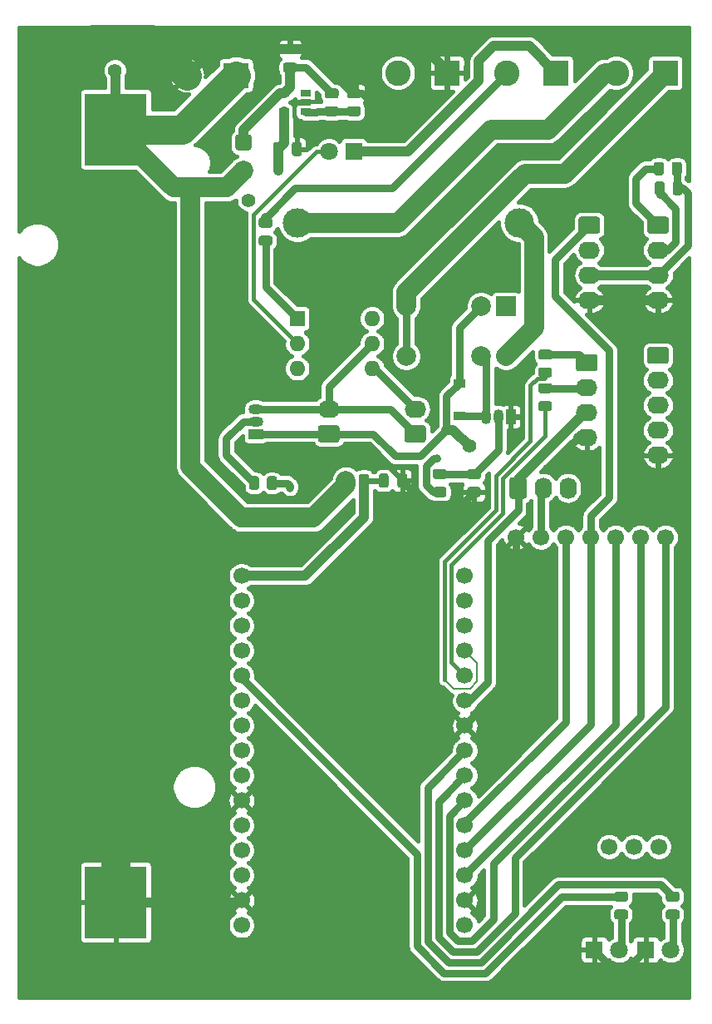
<source format=gbr>
%TF.GenerationSoftware,KiCad,Pcbnew,5.1.12-84ad8e8a86~92~ubuntu16.04.1*%
%TF.CreationDate,2022-03-26T09:40:31-03:00*%
%TF.ProjectId,BaseAurora,42617365-4175-4726-9f72-612e6b696361,rev?*%
%TF.SameCoordinates,Original*%
%TF.FileFunction,Copper,L1,Top*%
%TF.FilePolarity,Positive*%
%FSLAX46Y46*%
G04 Gerber Fmt 4.6, Leading zero omitted, Abs format (unit mm)*
G04 Created by KiCad (PCBNEW 5.1.12-84ad8e8a86~92~ubuntu16.04.1) date 2022-03-26 09:40:31*
%MOMM*%
%LPD*%
G01*
G04 APERTURE LIST*
%TA.AperFunction,ComponentPad*%
%ADD10C,2.600000*%
%TD*%
%TA.AperFunction,ComponentPad*%
%ADD11R,2.600000X2.600000*%
%TD*%
%TA.AperFunction,ComponentPad*%
%ADD12O,2.190000X1.740000*%
%TD*%
%TA.AperFunction,ComponentPad*%
%ADD13C,1.700000*%
%TD*%
%TA.AperFunction,ComponentPad*%
%ADD14O,1.740000X2.190000*%
%TD*%
%TA.AperFunction,SMDPad,CuDef*%
%ADD15R,6.350000X7.340000*%
%TD*%
%TA.AperFunction,ComponentPad*%
%ADD16R,1.050000X1.500000*%
%TD*%
%TA.AperFunction,ComponentPad*%
%ADD17O,1.050000X1.500000*%
%TD*%
%TA.AperFunction,ComponentPad*%
%ADD18O,1.600000X1.600000*%
%TD*%
%TA.AperFunction,ComponentPad*%
%ADD19R,1.600000X1.600000*%
%TD*%
%TA.AperFunction,SMDPad,CuDef*%
%ADD20R,1.060000X0.650000*%
%TD*%
%TA.AperFunction,ComponentPad*%
%ADD21R,1.500000X1.050000*%
%TD*%
%TA.AperFunction,ComponentPad*%
%ADD22O,1.500000X1.050000*%
%TD*%
%TA.AperFunction,ComponentPad*%
%ADD23C,2.000000*%
%TD*%
%TA.AperFunction,ComponentPad*%
%ADD24R,2.000000X2.000000*%
%TD*%
%TA.AperFunction,ComponentPad*%
%ADD25C,3.000000*%
%TD*%
%TA.AperFunction,SMDPad,CuDef*%
%ADD26R,1.200000X0.900000*%
%TD*%
%TA.AperFunction,ComponentPad*%
%ADD27C,1.800000*%
%TD*%
%TA.AperFunction,ComponentPad*%
%ADD28R,1.800000X1.800000*%
%TD*%
%TA.AperFunction,ViaPad*%
%ADD29C,0.800000*%
%TD*%
%TA.AperFunction,ViaPad*%
%ADD30C,0.400000*%
%TD*%
%TA.AperFunction,ViaPad*%
%ADD31C,1.400000*%
%TD*%
%TA.AperFunction,ViaPad*%
%ADD32C,1.000000*%
%TD*%
%TA.AperFunction,Conductor*%
%ADD33C,0.600000*%
%TD*%
%TA.AperFunction,Conductor*%
%ADD34C,3.000000*%
%TD*%
%TA.AperFunction,Conductor*%
%ADD35C,1.000000*%
%TD*%
%TA.AperFunction,Conductor*%
%ADD36C,0.400000*%
%TD*%
%TA.AperFunction,Conductor*%
%ADD37C,2.000000*%
%TD*%
%TA.AperFunction,Conductor*%
%ADD38C,0.800000*%
%TD*%
%TA.AperFunction,Conductor*%
%ADD39C,0.200000*%
%TD*%
%TA.AperFunction,Conductor*%
%ADD40C,0.100000*%
%TD*%
G04 APERTURE END LIST*
D10*
%TO.P,J7,2*%
%TO.N,NiCr_ISO*%
X241875000Y-27500000D03*
D11*
%TO.P,J7,1*%
%TO.N,GND_ISO*%
X246875000Y-27500000D03*
%TD*%
D12*
%TO.P,J2,5*%
%TO.N,GND*%
X257250000Y-66410000D03*
%TO.P,J2,4*%
%TO.N,SCLK*%
X257250000Y-63870000D03*
%TO.P,J2,3*%
%TO.N,MISO*%
X257250000Y-61330000D03*
%TO.P,J2,2*%
%TO.N,CS*%
X257250000Y-58790000D03*
%TO.P,J2,1*%
%TO.N,MOSI*%
%TA.AperFunction,ComponentPad*%
G36*
G01*
X256404999Y-55380000D02*
X258095001Y-55380000D01*
G75*
G02*
X258345000Y-55629999I0J-249999D01*
G01*
X258345000Y-56870001D01*
G75*
G02*
X258095001Y-57120000I-249999J0D01*
G01*
X256404999Y-57120000D01*
G75*
G02*
X256155000Y-56870001I0J249999D01*
G01*
X256155000Y-55629999D01*
G75*
G02*
X256404999Y-55380000I249999J0D01*
G01*
G37*
%TD.AperFunction*%
%TD*%
%TO.P,J5,4*%
%TO.N,GND*%
X257250000Y-50620000D03*
%TO.P,J5,3*%
%TO.N,3V3*%
X257250000Y-48080000D03*
%TO.P,J5,2*%
%TO.N,SDA_MASTER*%
X257250000Y-45540000D03*
%TO.P,J5,1*%
%TO.N,SCL_MASTER*%
%TA.AperFunction,ComponentPad*%
G36*
G01*
X256404999Y-42130000D02*
X258095001Y-42130000D01*
G75*
G02*
X258345000Y-42379999I0J-249999D01*
G01*
X258345000Y-43620001D01*
G75*
G02*
X258095001Y-43870000I-249999J0D01*
G01*
X256404999Y-43870000D01*
G75*
G02*
X256155000Y-43620001I0J249999D01*
G01*
X256155000Y-42379999D01*
G75*
G02*
X256404999Y-42130000I249999J0D01*
G01*
G37*
%TD.AperFunction*%
%TD*%
D13*
%TO.P,U2,10*%
%TO.N,Net-(U2-Pad10)*%
X257330000Y-106250000D03*
%TO.P,U2,9*%
%TO.N,Net-(U2-Pad9)*%
X254790000Y-106250000D03*
%TO.P,U2,8*%
%TO.N,Net-(U2-Pad8)*%
X252250000Y-106250000D03*
%TO.P,U2,7*%
%TO.N,GND*%
X242790000Y-74750000D03*
%TO.P,U2,6*%
%TO.N,VLora*%
X245330000Y-74750000D03*
%TO.P,U2,5*%
%TO.N,StatusLora*%
X247870000Y-74750000D03*
%TO.P,U2,4*%
%TO.N,OutputLora*%
X250410000Y-74750000D03*
%TO.P,U2,3*%
%TO.N,InputLora*%
X252950000Y-74750000D03*
%TO.P,U2,2*%
%TO.N,M1Lora*%
X255490000Y-74750000D03*
%TO.P,U2,1*%
%TO.N,M0Lora*%
X258030000Y-74750000D03*
%TD*%
D14*
%TO.P,J10,3*%
%TO.N,Vext*%
X248080000Y-69750000D03*
%TO.P,J10,2*%
%TO.N,VLora*%
X245540000Y-69750000D03*
%TO.P,J10,1*%
%TO.N,3V3*%
%TA.AperFunction,ComponentPad*%
G36*
G01*
X242130000Y-70595001D02*
X242130000Y-68904999D01*
G75*
G02*
X242379999Y-68655000I249999J0D01*
G01*
X243620001Y-68655000D01*
G75*
G02*
X243870000Y-68904999I0J-249999D01*
G01*
X243870000Y-70595001D01*
G75*
G02*
X243620001Y-70845000I-249999J0D01*
G01*
X242379999Y-70845000D01*
G75*
G02*
X242130000Y-70595001I0J249999D01*
G01*
G37*
%TD.AperFunction*%
%TD*%
D15*
%TO.P,BT1,2*%
%TO.N,GND*%
X202000000Y-111910000D03*
%TO.P,BT1,1*%
%TO.N,Vbat*%
X202000000Y-33250000D03*
%TD*%
D13*
%TO.P,U4,1*%
%TO.N,ADC*%
X214805000Y-78700000D03*
%TO.P,U4,2*%
%TO.N,Net-(U4-Pad2)*%
X214805000Y-81240000D03*
%TO.P,U4,3*%
%TO.N,Net-(U4-Pad3)*%
X214805000Y-83780000D03*
%TO.P,U4,4*%
%TO.N,NiCr*%
X214805000Y-86320000D03*
%TO.P,U4,5*%
%TO.N,LedErro*%
X214805000Y-88860000D03*
%TO.P,U4,6*%
%TO.N,MOSI*%
X214805000Y-91400000D03*
%TO.P,U4,7*%
%TO.N,CS*%
X214805000Y-93940000D03*
%TO.P,U4,8*%
%TO.N,MISO*%
X214805000Y-96480000D03*
%TO.P,U4,9*%
%TO.N,SCLK*%
X214805000Y-99020000D03*
%TO.P,U4,10*%
%TO.N,GND*%
X214805000Y-101560000D03*
%TO.P,U4,11*%
%TO.N,3V3*%
X214805000Y-104100000D03*
%TO.P,U4,12*%
%TO.N,Net-(U4-Pad12)*%
X214805000Y-106640000D03*
%TO.P,U4,13*%
%TO.N,Net-(U4-Pad13)*%
X214805000Y-109180000D03*
%TO.P,U4,14*%
%TO.N,GND*%
X214805000Y-111720000D03*
%TO.P,U4,15*%
%TO.N,Net-(U4-Pad15)*%
X214805000Y-114260000D03*
%TO.P,U4,16*%
%TO.N,3V3*%
X237560000Y-114260000D03*
%TO.P,U4,17*%
%TO.N,GND*%
X237560000Y-111720000D03*
%TO.P,U4,18*%
%TO.N,InputLora*%
X237560000Y-109180000D03*
%TO.P,U4,19*%
%TO.N,OutputLora*%
X237560000Y-106640000D03*
%TO.P,U4,20*%
%TO.N,StatusLora*%
X237560000Y-104100000D03*
%TO.P,U4,21*%
%TO.N,M1Lora*%
X237560000Y-101560000D03*
%TO.P,U4,22*%
%TO.N,M0Lora*%
X237560000Y-99020000D03*
%TO.P,U4,23*%
%TO.N,LedAcionamento*%
X237560000Y-96480000D03*
%TO.P,U4,24*%
%TO.N,GND*%
X237560000Y-93940000D03*
%TO.P,U4,25*%
%TO.N,3V3*%
X237560000Y-91400000D03*
%TO.P,U4,26*%
%TO.N,Net-(R14-Pad1)*%
X237560000Y-88860000D03*
%TO.P,U4,27*%
%TO.N,Net-(R13-Pad2)*%
X237560000Y-86320000D03*
%TO.P,U4,28*%
%TO.N,SDA_MASTER*%
X237560000Y-83780000D03*
%TO.P,U4,29*%
%TO.N,SCL_MASTER*%
X237560000Y-81240000D03*
%TO.P,U4,30*%
%TO.N,Net-(U4-Pad30)*%
X237560000Y-78700000D03*
%TD*%
%TO.P,R1,1*%
%TO.N,ADC*%
%TA.AperFunction,SMDPad,CuDef*%
G36*
G01*
X227790000Y-68549999D02*
X227790000Y-69450001D01*
G75*
G02*
X227540001Y-69700000I-249999J0D01*
G01*
X227014999Y-69700000D01*
G75*
G02*
X226765000Y-69450001I0J249999D01*
G01*
X226765000Y-68549999D01*
G75*
G02*
X227014999Y-68300000I249999J0D01*
G01*
X227540001Y-68300000D01*
G75*
G02*
X227790000Y-68549999I0J-249999D01*
G01*
G37*
%TD.AperFunction*%
%TO.P,R1,2*%
%TO.N,Vbat*%
%TA.AperFunction,SMDPad,CuDef*%
G36*
G01*
X225965000Y-68549999D02*
X225965000Y-69450001D01*
G75*
G02*
X225715001Y-69700000I-249999J0D01*
G01*
X225189999Y-69700000D01*
G75*
G02*
X224940000Y-69450001I0J249999D01*
G01*
X224940000Y-68549999D01*
G75*
G02*
X225189999Y-68300000I249999J0D01*
G01*
X225715001Y-68300000D01*
G75*
G02*
X225965000Y-68549999I0J-249999D01*
G01*
G37*
%TD.AperFunction*%
%TD*%
%TO.P,C1,2*%
%TO.N,GND*%
%TA.AperFunction,SMDPad,CuDef*%
G36*
G01*
X230700000Y-69475000D02*
X230700000Y-68525000D01*
G75*
G02*
X230950000Y-68275000I250000J0D01*
G01*
X231450000Y-68275000D01*
G75*
G02*
X231700000Y-68525000I0J-250000D01*
G01*
X231700000Y-69475000D01*
G75*
G02*
X231450000Y-69725000I-250000J0D01*
G01*
X230950000Y-69725000D01*
G75*
G02*
X230700000Y-69475000I0J250000D01*
G01*
G37*
%TD.AperFunction*%
%TO.P,C1,1*%
%TO.N,ADC*%
%TA.AperFunction,SMDPad,CuDef*%
G36*
G01*
X228800000Y-69475000D02*
X228800000Y-68525000D01*
G75*
G02*
X229050000Y-68275000I250000J0D01*
G01*
X229550000Y-68275000D01*
G75*
G02*
X229800000Y-68525000I0J-250000D01*
G01*
X229800000Y-69475000D01*
G75*
G02*
X229550000Y-69725000I-250000J0D01*
G01*
X229050000Y-69725000D01*
G75*
G02*
X228800000Y-69475000I0J250000D01*
G01*
G37*
%TD.AperFunction*%
%TD*%
D16*
%TO.P,Q2,1*%
%TO.N,GND*%
X242250000Y-62500000D03*
D17*
%TO.P,Q2,3*%
%TO.N,Net-(D5-Pad2)*%
X239710000Y-62500000D03*
%TO.P,Q2,2*%
%TO.N,Net-(Q2-Pad2)*%
X240980000Y-62500000D03*
%TD*%
D18*
%TO.P,U3,6*%
%TO.N,Net-(U3-Pad6)*%
X228120000Y-52500000D03*
%TO.P,U3,3*%
%TO.N,Net-(U3-Pad3)*%
X220500000Y-57580000D03*
%TO.P,U3,5*%
%TO.N,Net-(J8-Pad2)*%
X228120000Y-55040000D03*
%TO.P,U3,2*%
%TO.N,Net-(D4-Pad2)*%
X220500000Y-55040000D03*
%TO.P,U3,4*%
%TO.N,Net-(J9-Pad2)*%
X228120000Y-57580000D03*
D19*
%TO.P,U3,1*%
%TO.N,Net-(R9-Pad1)*%
X220500000Y-52500000D03*
%TD*%
D20*
%TO.P,U1,5*%
%TO.N,3V3*%
X219150000Y-31450000D03*
%TO.P,U1,4*%
%TO.N,Net-(C2-Pad1)*%
X219150000Y-29550000D03*
%TO.P,U1,3*%
%TO.N,Net-(U1-Pad3)*%
X221350000Y-29550000D03*
%TO.P,U1,2*%
%TO.N,GND*%
X221350000Y-30500000D03*
%TO.P,U1,1*%
%TO.N,Net-(R3-Pad1)*%
X221350000Y-31450000D03*
%TD*%
D21*
%TO.P,Q1,1*%
%TO.N,3V3*%
X216250000Y-64250000D03*
D22*
%TO.P,Q1,3*%
%TO.N,Net-(J8-Pad2)*%
X216250000Y-61710000D03*
%TO.P,Q1,2*%
%TO.N,Net-(Q1-Pad2)*%
X216250000Y-62980000D03*
%TD*%
D23*
%TO.P,K1,5*%
%TO.N,Net-(J11-Pad1)*%
X231590000Y-51250000D03*
%TO.P,K1,6*%
X231590000Y-56330000D03*
%TO.P,K1,2*%
%TO.N,3V3*%
X239210000Y-51250000D03*
D24*
%TO.P,K1,1*%
%TO.N,Net-(K1-Pad1)*%
X241750000Y-51250000D03*
D23*
%TO.P,K1,9*%
%TO.N,Net-(D5-Pad2)*%
X239210000Y-56330000D03*
%TO.P,K1,10*%
%TO.N,Net-(F2-Pad2)*%
X241750000Y-56330000D03*
%TD*%
D12*
%TO.P,J9,2*%
%TO.N,Net-(J9-Pad2)*%
X232500000Y-61710000D03*
%TO.P,J9,1*%
%TO.N,Net-(J8-Pad2)*%
%TA.AperFunction,ComponentPad*%
G36*
G01*
X233345001Y-65120000D02*
X231654999Y-65120000D01*
G75*
G02*
X231405000Y-64870001I0J249999D01*
G01*
X231405000Y-63629999D01*
G75*
G02*
X231654999Y-63380000I249999J0D01*
G01*
X233345001Y-63380000D01*
G75*
G02*
X233595000Y-63629999I0J-249999D01*
G01*
X233595000Y-64870001D01*
G75*
G02*
X233345001Y-65120000I-249999J0D01*
G01*
G37*
%TD.AperFunction*%
%TD*%
%TO.P,J8,2*%
%TO.N,Net-(J8-Pad2)*%
X223690000Y-61710000D03*
%TO.P,J8,1*%
%TO.N,3V3*%
%TA.AperFunction,ComponentPad*%
G36*
G01*
X224535001Y-65120000D02*
X222844999Y-65120000D01*
G75*
G02*
X222595000Y-64870001I0J249999D01*
G01*
X222595000Y-63629999D01*
G75*
G02*
X222844999Y-63380000I249999J0D01*
G01*
X224535001Y-63380000D01*
G75*
G02*
X224785000Y-63629999I0J-249999D01*
G01*
X224785000Y-64870001D01*
G75*
G02*
X224535001Y-65120000I-249999J0D01*
G01*
G37*
%TD.AperFunction*%
%TD*%
%TO.P,J4,4*%
%TO.N,GND*%
X250250000Y-50620000D03*
%TO.P,J4,3*%
%TO.N,3V3*%
X250250000Y-48080000D03*
%TO.P,J4,2*%
%TO.N,InputLora*%
X250250000Y-45540000D03*
%TO.P,J4,1*%
%TO.N,OutputLora*%
%TA.AperFunction,ComponentPad*%
G36*
G01*
X249404999Y-42130000D02*
X251095001Y-42130000D01*
G75*
G02*
X251345000Y-42379999I0J-249999D01*
G01*
X251345000Y-43620001D01*
G75*
G02*
X251095001Y-43870000I-249999J0D01*
G01*
X249404999Y-43870000D01*
G75*
G02*
X249155000Y-43620001I0J249999D01*
G01*
X249155000Y-42379999D01*
G75*
G02*
X249404999Y-42130000I249999J0D01*
G01*
G37*
%TD.AperFunction*%
%TD*%
%TO.P,J1,4*%
%TO.N,GND*%
X250000000Y-64620000D03*
%TO.P,J1,3*%
%TO.N,3V3*%
X250000000Y-62080000D03*
%TO.P,J1,2*%
%TO.N,DIO2*%
X250000000Y-59540000D03*
%TO.P,J1,1*%
%TO.N,DIO1*%
%TA.AperFunction,ComponentPad*%
G36*
G01*
X249154999Y-56130000D02*
X250845001Y-56130000D01*
G75*
G02*
X251095000Y-56379999I0J-249999D01*
G01*
X251095000Y-57620001D01*
G75*
G02*
X250845001Y-57870000I-249999J0D01*
G01*
X249154999Y-57870000D01*
G75*
G02*
X248905000Y-57620001I0J249999D01*
G01*
X248905000Y-56379999D01*
G75*
G02*
X249154999Y-56130000I249999J0D01*
G01*
G37*
%TD.AperFunction*%
%TD*%
D25*
%TO.P,F2,2*%
%TO.N,Net-(F2-Pad2)*%
X243100000Y-42750000D03*
%TO.P,F2,1*%
%TO.N,Net-(F2-Pad1)*%
X220500000Y-42750000D03*
%TD*%
%TO.P,F1,2*%
%TO.N,Vbat*%
%TA.AperFunction,SMDPad,CuDef*%
G36*
G01*
X214425000Y-36625000D02*
X215575000Y-36625000D01*
G75*
G02*
X215825000Y-36875000I0J-250000D01*
G01*
X215825000Y-37975000D01*
G75*
G02*
X215575000Y-38225000I-250000J0D01*
G01*
X214425000Y-38225000D01*
G75*
G02*
X214175000Y-37975000I0J250000D01*
G01*
X214175000Y-36875000D01*
G75*
G02*
X214425000Y-36625000I250000J0D01*
G01*
G37*
%TD.AperFunction*%
%TO.P,F1,1*%
%TO.N,Net-(C2-Pad1)*%
%TA.AperFunction,SMDPad,CuDef*%
G36*
G01*
X214425000Y-33775000D02*
X215575000Y-33775000D01*
G75*
G02*
X215825000Y-34025000I0J-250000D01*
G01*
X215825000Y-35125000D01*
G75*
G02*
X215575000Y-35375000I-250000J0D01*
G01*
X214425000Y-35375000D01*
G75*
G02*
X214175000Y-35125000I0J250000D01*
G01*
X214175000Y-34025000D01*
G75*
G02*
X214425000Y-33775000I250000J0D01*
G01*
G37*
%TD.AperFunction*%
%TD*%
D26*
%TO.P,D5,2*%
%TO.N,Net-(D5-Pad2)*%
X237000000Y-62400000D03*
%TO.P,D5,1*%
%TO.N,3V3*%
X237000000Y-59100000D03*
%TD*%
D27*
%TO.P,D4,2*%
%TO.N,Net-(D4-Pad2)*%
X223710000Y-35500000D03*
D28*
%TO.P,D4,1*%
%TO.N,GND_ISO*%
X226250000Y-35500000D03*
%TD*%
D27*
%TO.P,D2,2*%
%TO.N,Net-(D2-Pad2)*%
X253290000Y-116750000D03*
D28*
%TO.P,D2,1*%
%TO.N,GND*%
X250750000Y-116750000D03*
%TD*%
D27*
%TO.P,D1,2*%
%TO.N,Net-(D1-Pad2)*%
X258540000Y-116750000D03*
D28*
%TO.P,D1,1*%
%TO.N,GND*%
X256000000Y-116750000D03*
%TD*%
%TO.P,C3,2*%
%TO.N,GND*%
%TA.AperFunction,SMDPad,CuDef*%
G36*
G01*
X219950000Y-35725000D02*
X219950000Y-34775000D01*
G75*
G02*
X220200000Y-34525000I250000J0D01*
G01*
X220700000Y-34525000D01*
G75*
G02*
X220950000Y-34775000I0J-250000D01*
G01*
X220950000Y-35725000D01*
G75*
G02*
X220700000Y-35975000I-250000J0D01*
G01*
X220200000Y-35975000D01*
G75*
G02*
X219950000Y-35725000I0J250000D01*
G01*
G37*
%TD.AperFunction*%
%TO.P,C3,1*%
%TO.N,3V3*%
%TA.AperFunction,SMDPad,CuDef*%
G36*
G01*
X218050000Y-35725000D02*
X218050000Y-34775000D01*
G75*
G02*
X218300000Y-34525000I250000J0D01*
G01*
X218800000Y-34525000D01*
G75*
G02*
X219050000Y-34775000I0J-250000D01*
G01*
X219050000Y-35725000D01*
G75*
G02*
X218800000Y-35975000I-250000J0D01*
G01*
X218300000Y-35975000D01*
G75*
G02*
X218050000Y-35725000I0J250000D01*
G01*
G37*
%TD.AperFunction*%
%TD*%
%TO.P,C2,2*%
%TO.N,GND*%
%TA.AperFunction,SMDPad,CuDef*%
G36*
G01*
X220225000Y-25550000D02*
X219275000Y-25550000D01*
G75*
G02*
X219025000Y-25300000I0J250000D01*
G01*
X219025000Y-24800000D01*
G75*
G02*
X219275000Y-24550000I250000J0D01*
G01*
X220225000Y-24550000D01*
G75*
G02*
X220475000Y-24800000I0J-250000D01*
G01*
X220475000Y-25300000D01*
G75*
G02*
X220225000Y-25550000I-250000J0D01*
G01*
G37*
%TD.AperFunction*%
%TO.P,C2,1*%
%TO.N,Net-(C2-Pad1)*%
%TA.AperFunction,SMDPad,CuDef*%
G36*
G01*
X220225000Y-27450000D02*
X219275000Y-27450000D01*
G75*
G02*
X219025000Y-27200000I0J250000D01*
G01*
X219025000Y-26700000D01*
G75*
G02*
X219275000Y-26450000I250000J0D01*
G01*
X220225000Y-26450000D01*
G75*
G02*
X220475000Y-26700000I0J-250000D01*
G01*
X220475000Y-27200000D01*
G75*
G02*
X220225000Y-27450000I-250000J0D01*
G01*
G37*
%TD.AperFunction*%
%TD*%
D11*
%TO.P,J3,1*%
%TO.N,Vbat*%
X214250000Y-27750000D03*
D10*
%TO.P,J3,2*%
%TO.N,GND*%
X209250000Y-27750000D03*
%TD*%
D11*
%TO.P,J6,1*%
%TO.N,GND*%
X235750000Y-27500000D03*
D10*
%TO.P,J6,2*%
%TO.N,Vext*%
X230750000Y-27500000D03*
%TD*%
%TO.P,J11,2*%
%TO.N,Net-(F2-Pad1)*%
X253000000Y-27500000D03*
D11*
%TO.P,J11,1*%
%TO.N,Net-(J11-Pad1)*%
X258000000Y-27500000D03*
%TD*%
%TO.P,R2,2*%
%TO.N,Net-(D1-Pad2)*%
%TA.AperFunction,SMDPad,CuDef*%
G36*
G01*
X258299999Y-112650000D02*
X259200001Y-112650000D01*
G75*
G02*
X259450000Y-112899999I0J-249999D01*
G01*
X259450000Y-113425001D01*
G75*
G02*
X259200001Y-113675000I-249999J0D01*
G01*
X258299999Y-113675000D01*
G75*
G02*
X258050000Y-113425001I0J249999D01*
G01*
X258050000Y-112899999D01*
G75*
G02*
X258299999Y-112650000I249999J0D01*
G01*
G37*
%TD.AperFunction*%
%TO.P,R2,1*%
%TO.N,LedAcionamento*%
%TA.AperFunction,SMDPad,CuDef*%
G36*
G01*
X258299999Y-110825000D02*
X259200001Y-110825000D01*
G75*
G02*
X259450000Y-111074999I0J-249999D01*
G01*
X259450000Y-111600001D01*
G75*
G02*
X259200001Y-111850000I-249999J0D01*
G01*
X258299999Y-111850000D01*
G75*
G02*
X258050000Y-111600001I0J249999D01*
G01*
X258050000Y-111074999D01*
G75*
G02*
X258299999Y-110825000I249999J0D01*
G01*
G37*
%TD.AperFunction*%
%TD*%
%TO.P,R3,2*%
%TO.N,Net-(C2-Pad1)*%
%TA.AperFunction,SMDPad,CuDef*%
G36*
G01*
X224450001Y-30100000D02*
X223549999Y-30100000D01*
G75*
G02*
X223300000Y-29850001I0J249999D01*
G01*
X223300000Y-29324999D01*
G75*
G02*
X223549999Y-29075000I249999J0D01*
G01*
X224450001Y-29075000D01*
G75*
G02*
X224700000Y-29324999I0J-249999D01*
G01*
X224700000Y-29850001D01*
G75*
G02*
X224450001Y-30100000I-249999J0D01*
G01*
G37*
%TD.AperFunction*%
%TO.P,R3,1*%
%TO.N,Net-(R3-Pad1)*%
%TA.AperFunction,SMDPad,CuDef*%
G36*
G01*
X224450001Y-31925000D02*
X223549999Y-31925000D01*
G75*
G02*
X223300000Y-31675001I0J249999D01*
G01*
X223300000Y-31149999D01*
G75*
G02*
X223549999Y-30900000I249999J0D01*
G01*
X224450001Y-30900000D01*
G75*
G02*
X224700000Y-31149999I0J-249999D01*
G01*
X224700000Y-31675001D01*
G75*
G02*
X224450001Y-31925000I-249999J0D01*
G01*
G37*
%TD.AperFunction*%
%TD*%
%TO.P,R4,1*%
%TO.N,Net-(R3-Pad1)*%
%TA.AperFunction,SMDPad,CuDef*%
G36*
G01*
X226700001Y-31925000D02*
X225799999Y-31925000D01*
G75*
G02*
X225550000Y-31675001I0J249999D01*
G01*
X225550000Y-31149999D01*
G75*
G02*
X225799999Y-30900000I249999J0D01*
G01*
X226700001Y-30900000D01*
G75*
G02*
X226950000Y-31149999I0J-249999D01*
G01*
X226950000Y-31675001D01*
G75*
G02*
X226700001Y-31925000I-249999J0D01*
G01*
G37*
%TD.AperFunction*%
%TO.P,R4,2*%
%TO.N,GND*%
%TA.AperFunction,SMDPad,CuDef*%
G36*
G01*
X226700001Y-30100000D02*
X225799999Y-30100000D01*
G75*
G02*
X225550000Y-29850001I0J249999D01*
G01*
X225550000Y-29324999D01*
G75*
G02*
X225799999Y-29075000I249999J0D01*
G01*
X226700001Y-29075000D01*
G75*
G02*
X226950000Y-29324999I0J-249999D01*
G01*
X226950000Y-29850001D01*
G75*
G02*
X226700001Y-30100000I-249999J0D01*
G01*
G37*
%TD.AperFunction*%
%TD*%
%TO.P,R5,1*%
%TO.N,LedErro*%
%TA.AperFunction,SMDPad,CuDef*%
G36*
G01*
X253049999Y-110825000D02*
X253950001Y-110825000D01*
G75*
G02*
X254200000Y-111074999I0J-249999D01*
G01*
X254200000Y-111600001D01*
G75*
G02*
X253950001Y-111850000I-249999J0D01*
G01*
X253049999Y-111850000D01*
G75*
G02*
X252800000Y-111600001I0J249999D01*
G01*
X252800000Y-111074999D01*
G75*
G02*
X253049999Y-110825000I249999J0D01*
G01*
G37*
%TD.AperFunction*%
%TO.P,R5,2*%
%TO.N,Net-(D2-Pad2)*%
%TA.AperFunction,SMDPad,CuDef*%
G36*
G01*
X253049999Y-112650000D02*
X253950001Y-112650000D01*
G75*
G02*
X254200000Y-112899999I0J-249999D01*
G01*
X254200000Y-113425001D01*
G75*
G02*
X253950001Y-113675000I-249999J0D01*
G01*
X253049999Y-113675000D01*
G75*
G02*
X252800000Y-113425001I0J249999D01*
G01*
X252800000Y-112899999D01*
G75*
G02*
X253049999Y-112650000I249999J0D01*
G01*
G37*
%TD.AperFunction*%
%TD*%
%TO.P,R6,2*%
%TO.N,SCL_MASTER*%
%TA.AperFunction,SMDPad,CuDef*%
G36*
G01*
X257850000Y-36799999D02*
X257850000Y-37700001D01*
G75*
G02*
X257600001Y-37950000I-249999J0D01*
G01*
X257074999Y-37950000D01*
G75*
G02*
X256825000Y-37700001I0J249999D01*
G01*
X256825000Y-36799999D01*
G75*
G02*
X257074999Y-36550000I249999J0D01*
G01*
X257600001Y-36550000D01*
G75*
G02*
X257850000Y-36799999I0J-249999D01*
G01*
G37*
%TD.AperFunction*%
%TO.P,R6,1*%
%TO.N,3V3*%
%TA.AperFunction,SMDPad,CuDef*%
G36*
G01*
X259675000Y-36799999D02*
X259675000Y-37700001D01*
G75*
G02*
X259425001Y-37950000I-249999J0D01*
G01*
X258899999Y-37950000D01*
G75*
G02*
X258650000Y-37700001I0J249999D01*
G01*
X258650000Y-36799999D01*
G75*
G02*
X258899999Y-36550000I249999J0D01*
G01*
X259425001Y-36550000D01*
G75*
G02*
X259675000Y-36799999I0J-249999D01*
G01*
G37*
%TD.AperFunction*%
%TD*%
%TO.P,R7,1*%
%TO.N,3V3*%
%TA.AperFunction,SMDPad,CuDef*%
G36*
G01*
X259762500Y-38799999D02*
X259762500Y-39700001D01*
G75*
G02*
X259512501Y-39950000I-249999J0D01*
G01*
X258987499Y-39950000D01*
G75*
G02*
X258737500Y-39700001I0J249999D01*
G01*
X258737500Y-38799999D01*
G75*
G02*
X258987499Y-38550000I249999J0D01*
G01*
X259512501Y-38550000D01*
G75*
G02*
X259762500Y-38799999I0J-249999D01*
G01*
G37*
%TD.AperFunction*%
%TO.P,R7,2*%
%TO.N,SDA_MASTER*%
%TA.AperFunction,SMDPad,CuDef*%
G36*
G01*
X257937500Y-38799999D02*
X257937500Y-39700001D01*
G75*
G02*
X257687501Y-39950000I-249999J0D01*
G01*
X257162499Y-39950000D01*
G75*
G02*
X256912500Y-39700001I0J249999D01*
G01*
X256912500Y-38799999D01*
G75*
G02*
X257162499Y-38550000I249999J0D01*
G01*
X257687501Y-38550000D01*
G75*
G02*
X257937500Y-38799999I0J-249999D01*
G01*
G37*
%TD.AperFunction*%
%TD*%
%TO.P,R9,2*%
%TO.N,NiCr_ISO*%
%TA.AperFunction,SMDPad,CuDef*%
G36*
G01*
X217700001Y-43262500D02*
X216799999Y-43262500D01*
G75*
G02*
X216550000Y-43012501I0J249999D01*
G01*
X216550000Y-42487499D01*
G75*
G02*
X216799999Y-42237500I249999J0D01*
G01*
X217700001Y-42237500D01*
G75*
G02*
X217950000Y-42487499I0J-249999D01*
G01*
X217950000Y-43012501D01*
G75*
G02*
X217700001Y-43262500I-249999J0D01*
G01*
G37*
%TD.AperFunction*%
%TO.P,R9,1*%
%TO.N,Net-(R9-Pad1)*%
%TA.AperFunction,SMDPad,CuDef*%
G36*
G01*
X217700001Y-45087500D02*
X216799999Y-45087500D01*
G75*
G02*
X216550000Y-44837501I0J249999D01*
G01*
X216550000Y-44312499D01*
G75*
G02*
X216799999Y-44062500I249999J0D01*
G01*
X217700001Y-44062500D01*
G75*
G02*
X217950000Y-44312499I0J-249999D01*
G01*
X217950000Y-44837501D01*
G75*
G02*
X217700001Y-45087500I-249999J0D01*
G01*
G37*
%TD.AperFunction*%
%TD*%
%TO.P,R10,2*%
%TO.N,NiCr*%
%TA.AperFunction,SMDPad,CuDef*%
G36*
G01*
X217400000Y-69700001D02*
X217400000Y-68799999D01*
G75*
G02*
X217649999Y-68550000I249999J0D01*
G01*
X218175001Y-68550000D01*
G75*
G02*
X218425000Y-68799999I0J-249999D01*
G01*
X218425000Y-69700001D01*
G75*
G02*
X218175001Y-69950000I-249999J0D01*
G01*
X217649999Y-69950000D01*
G75*
G02*
X217400000Y-69700001I0J249999D01*
G01*
G37*
%TD.AperFunction*%
%TO.P,R10,1*%
%TO.N,Net-(Q1-Pad2)*%
%TA.AperFunction,SMDPad,CuDef*%
G36*
G01*
X215575000Y-69700001D02*
X215575000Y-68799999D01*
G75*
G02*
X215824999Y-68550000I249999J0D01*
G01*
X216350001Y-68550000D01*
G75*
G02*
X216600000Y-68799999I0J-249999D01*
G01*
X216600000Y-69700001D01*
G75*
G02*
X216350001Y-69950000I-249999J0D01*
G01*
X215824999Y-69950000D01*
G75*
G02*
X215575000Y-69700001I0J249999D01*
G01*
G37*
%TD.AperFunction*%
%TD*%
%TO.P,R11,2*%
%TO.N,Net-(J9-Pad2)*%
%TA.AperFunction,SMDPad,CuDef*%
G36*
G01*
X234549999Y-69650000D02*
X235450001Y-69650000D01*
G75*
G02*
X235700000Y-69899999I0J-249999D01*
G01*
X235700000Y-70425001D01*
G75*
G02*
X235450001Y-70675000I-249999J0D01*
G01*
X234549999Y-70675000D01*
G75*
G02*
X234300000Y-70425001I0J249999D01*
G01*
X234300000Y-69899999D01*
G75*
G02*
X234549999Y-69650000I249999J0D01*
G01*
G37*
%TD.AperFunction*%
%TO.P,R11,1*%
%TO.N,Net-(Q2-Pad2)*%
%TA.AperFunction,SMDPad,CuDef*%
G36*
G01*
X234549999Y-67825000D02*
X235450001Y-67825000D01*
G75*
G02*
X235700000Y-68074999I0J-249999D01*
G01*
X235700000Y-68600001D01*
G75*
G02*
X235450001Y-68850000I-249999J0D01*
G01*
X234549999Y-68850000D01*
G75*
G02*
X234300000Y-68600001I0J249999D01*
G01*
X234300000Y-68074999D01*
G75*
G02*
X234549999Y-67825000I249999J0D01*
G01*
G37*
%TD.AperFunction*%
%TD*%
%TO.P,R12,1*%
%TO.N,Net-(Q2-Pad2)*%
%TA.AperFunction,SMDPad,CuDef*%
G36*
G01*
X238049999Y-67825000D02*
X238950001Y-67825000D01*
G75*
G02*
X239200000Y-68074999I0J-249999D01*
G01*
X239200000Y-68600001D01*
G75*
G02*
X238950001Y-68850000I-249999J0D01*
G01*
X238049999Y-68850000D01*
G75*
G02*
X237800000Y-68600001I0J249999D01*
G01*
X237800000Y-68074999D01*
G75*
G02*
X238049999Y-67825000I249999J0D01*
G01*
G37*
%TD.AperFunction*%
%TO.P,R12,2*%
%TO.N,GND*%
%TA.AperFunction,SMDPad,CuDef*%
G36*
G01*
X238049999Y-69650000D02*
X238950001Y-69650000D01*
G75*
G02*
X239200000Y-69899999I0J-249999D01*
G01*
X239200000Y-70425001D01*
G75*
G02*
X238950001Y-70675000I-249999J0D01*
G01*
X238049999Y-70675000D01*
G75*
G02*
X237800000Y-70425001I0J249999D01*
G01*
X237800000Y-69899999D01*
G75*
G02*
X238049999Y-69650000I249999J0D01*
G01*
G37*
%TD.AperFunction*%
%TD*%
%TO.P,R13,2*%
%TO.N,Net-(R13-Pad2)*%
%TA.AperFunction,SMDPad,CuDef*%
G36*
G01*
X245299999Y-57487500D02*
X246200001Y-57487500D01*
G75*
G02*
X246450000Y-57737499I0J-249999D01*
G01*
X246450000Y-58262501D01*
G75*
G02*
X246200001Y-58512500I-249999J0D01*
G01*
X245299999Y-58512500D01*
G75*
G02*
X245050000Y-58262501I0J249999D01*
G01*
X245050000Y-57737499D01*
G75*
G02*
X245299999Y-57487500I249999J0D01*
G01*
G37*
%TD.AperFunction*%
%TO.P,R13,1*%
%TO.N,DIO1*%
%TA.AperFunction,SMDPad,CuDef*%
G36*
G01*
X245299999Y-55662500D02*
X246200001Y-55662500D01*
G75*
G02*
X246450000Y-55912499I0J-249999D01*
G01*
X246450000Y-56437501D01*
G75*
G02*
X246200001Y-56687500I-249999J0D01*
G01*
X245299999Y-56687500D01*
G75*
G02*
X245050000Y-56437501I0J249999D01*
G01*
X245050000Y-55912499D01*
G75*
G02*
X245299999Y-55662500I249999J0D01*
G01*
G37*
%TD.AperFunction*%
%TD*%
%TO.P,R14,1*%
%TO.N,Net-(R14-Pad1)*%
%TA.AperFunction,SMDPad,CuDef*%
G36*
G01*
X246200001Y-61925000D02*
X245299999Y-61925000D01*
G75*
G02*
X245050000Y-61675001I0J249999D01*
G01*
X245050000Y-61149999D01*
G75*
G02*
X245299999Y-60900000I249999J0D01*
G01*
X246200001Y-60900000D01*
G75*
G02*
X246450000Y-61149999I0J-249999D01*
G01*
X246450000Y-61675001D01*
G75*
G02*
X246200001Y-61925000I-249999J0D01*
G01*
G37*
%TD.AperFunction*%
%TO.P,R14,2*%
%TO.N,DIO2*%
%TA.AperFunction,SMDPad,CuDef*%
G36*
G01*
X246200001Y-60100000D02*
X245299999Y-60100000D01*
G75*
G02*
X245050000Y-59850001I0J249999D01*
G01*
X245050000Y-59324999D01*
G75*
G02*
X245299999Y-59075000I249999J0D01*
G01*
X246200001Y-59075000D01*
G75*
G02*
X246450000Y-59324999I0J-249999D01*
G01*
X246450000Y-59850001D01*
G75*
G02*
X246200001Y-60100000I-249999J0D01*
G01*
G37*
%TD.AperFunction*%
%TD*%
D29*
%TO.N,GND*%
X245900000Y-67750000D03*
D30*
X229500000Y-67250000D03*
X222625001Y-30375001D03*
X227874999Y-30375001D03*
D31*
X196450000Y-27250000D03*
%TO.N,Vbat*%
X201900000Y-27250000D03*
D32*
%TO.N,3V3*%
X218600000Y-37450000D03*
D31*
X238000000Y-65500000D03*
D29*
%TO.N,GND_ISO*%
X233120001Y-34296250D03*
%TO.N,Net-(J9-Pad2)*%
X234750000Y-66750000D03*
D31*
%TO.N,Vext*%
X215499999Y-40450001D03*
D29*
%TO.N,NiCr*%
X219750000Y-69750000D03*
%TO.N,NiCr_ISO*%
X235112500Y-34296250D03*
%TD*%
D33*
%TO.N,GND*%
X256000000Y-116290000D02*
X255790000Y-116500000D01*
D34*
X202000000Y-47762998D02*
X202000000Y-111910000D01*
X194250000Y-29500000D02*
X194250000Y-40012998D01*
X209250000Y-27750000D02*
X205575010Y-24075010D01*
X205575010Y-24075010D02*
X199674990Y-24075010D01*
X199674990Y-24075010D02*
X196450000Y-27300000D01*
X194250000Y-40012998D02*
X195743501Y-41506499D01*
D35*
X221712500Y-25050000D02*
X226250000Y-29587500D01*
X219750000Y-25050000D02*
X221712500Y-25050000D01*
X211950000Y-25050000D02*
X209250000Y-27750000D01*
X219750000Y-25050000D02*
X211950000Y-25050000D01*
D36*
X220450000Y-32200000D02*
X220180001Y-31930001D01*
X220450000Y-35250000D02*
X220450000Y-32200000D01*
X220180001Y-30864997D02*
X220544998Y-30500000D01*
X220544998Y-30500000D02*
X221350000Y-30500000D01*
X220180001Y-31930001D02*
X220180001Y-30864997D01*
D34*
X195743501Y-41506499D02*
X198868501Y-44631499D01*
X198868501Y-44631499D02*
X202000000Y-47762998D01*
D37*
X235750000Y-27500000D02*
X235750000Y-27250000D01*
D35*
X235750000Y-27250000D02*
X232750000Y-24250000D01*
X232750000Y-24250000D02*
X229000000Y-24250000D01*
X226250000Y-27000000D02*
X226250000Y-29587500D01*
X229000000Y-24250000D02*
X226250000Y-27000000D01*
D38*
X237287490Y-71375010D02*
X238500000Y-70162500D01*
X233575010Y-71375010D02*
X237287490Y-71375010D01*
X231200000Y-69000000D02*
X233575010Y-71375010D01*
D35*
X250250000Y-50620000D02*
X257250000Y-50620000D01*
D38*
X252350001Y-118350001D02*
X250750000Y-116750000D01*
X254399999Y-118350001D02*
X252350001Y-118350001D01*
X256000000Y-116750000D02*
X254399999Y-118350001D01*
X242790000Y-88710000D02*
X237560000Y-93940000D01*
X242790000Y-74750000D02*
X242790000Y-88710000D01*
D36*
X221374999Y-30375001D02*
X222625001Y-30375001D01*
X221350000Y-30400000D02*
X221374999Y-30375001D01*
X221350000Y-30500000D02*
X221350000Y-30400000D01*
X222625001Y-30375001D02*
X222625001Y-30375001D01*
D38*
X227087498Y-29587500D02*
X226250000Y-29587500D01*
X227874999Y-30375001D02*
X227087498Y-29587500D01*
D33*
X231200000Y-68950000D02*
X229500000Y-67250000D01*
X231200000Y-69000000D02*
X231200000Y-68950000D01*
D35*
X214615000Y-111910000D02*
X214805000Y-111720000D01*
X202000000Y-111910000D02*
X214615000Y-111910000D01*
X250000000Y-64620000D02*
X249130000Y-64620000D01*
D38*
X249130000Y-64620000D02*
X246000000Y-67750000D01*
D34*
X196450000Y-27300000D02*
X194250000Y-29500000D01*
%TO.N,Vbat*%
X208750000Y-33250000D02*
X202000000Y-33250000D01*
X214250000Y-27750000D02*
X208750000Y-33250000D01*
D37*
X225452500Y-69452500D02*
X222155000Y-72750000D01*
X225452500Y-69000000D02*
X225452500Y-69452500D01*
X222155000Y-72750000D02*
X214750000Y-72750000D01*
X209604999Y-67604999D02*
X209604999Y-39145001D01*
X214750000Y-72750000D02*
X209604999Y-67604999D01*
X213279999Y-39145001D02*
X207895001Y-39145001D01*
X207895001Y-39145001D02*
X202000000Y-33250000D01*
X215000000Y-37425000D02*
X213279999Y-39145001D01*
D35*
X202000000Y-27350000D02*
X201900000Y-27250000D01*
X202000000Y-33250000D02*
X202000000Y-27350000D01*
D33*
%TO.N,ADC*%
X227277500Y-69000000D02*
X229300000Y-69000000D01*
D35*
X227277500Y-69000000D02*
X227277500Y-72722500D01*
X221300000Y-78700000D02*
X214805000Y-78700000D01*
X227277500Y-72722500D02*
X221300000Y-78700000D01*
%TO.N,Net-(C2-Pad1)*%
X219750000Y-28950000D02*
X219150000Y-29550000D01*
X219750000Y-26950000D02*
X219750000Y-28950000D01*
X218754998Y-29550000D02*
X219150000Y-29550000D01*
X215000000Y-33304998D02*
X218754998Y-29550000D01*
X215000000Y-34575000D02*
X215000000Y-33304998D01*
D38*
X221362500Y-26950000D02*
X219750000Y-26950000D01*
X224000000Y-29587500D02*
X221362500Y-26950000D01*
%TO.N,3V3*%
X216250000Y-64250000D02*
X223690000Y-64250000D01*
D33*
X223690000Y-64250000D02*
X224250000Y-64250000D01*
D35*
X219150000Y-34650000D02*
X218550000Y-35250000D01*
X219150000Y-31450000D02*
X219150000Y-34650000D01*
D38*
X223690000Y-64250000D02*
X228250000Y-64250000D01*
X228250000Y-64250000D02*
X230500000Y-66500000D01*
X235699999Y-60400001D02*
X237000000Y-59100000D01*
X233058520Y-66500000D02*
X235699999Y-63858521D01*
X235699999Y-63858521D02*
X235699999Y-60400001D01*
X230500000Y-66500000D02*
X233058520Y-66500000D01*
X237000000Y-53460000D02*
X239210000Y-51250000D01*
X237000000Y-59100000D02*
X237000000Y-53460000D01*
X259162500Y-39162500D02*
X259250000Y-39250000D01*
X259162500Y-37250000D02*
X259162500Y-39162500D01*
X259762500Y-39250000D02*
X260274990Y-39762490D01*
X259250000Y-39250000D02*
X259762500Y-39250000D01*
X260274990Y-45055010D02*
X257250000Y-48080000D01*
X260274990Y-39762490D02*
X260274990Y-45055010D01*
D35*
X257250000Y-48080000D02*
X250250000Y-48080000D01*
X249775000Y-62080000D02*
X243000000Y-68855000D01*
X243000000Y-68855000D02*
X243000000Y-69750000D01*
X250000000Y-62080000D02*
X249775000Y-62080000D01*
X235699999Y-63858521D02*
X236358521Y-63858521D01*
X236358521Y-63858521D02*
X238000000Y-65500000D01*
X238000000Y-65500000D02*
X238000000Y-65500000D01*
D33*
X237859964Y-91400000D02*
X237560000Y-91400000D01*
D35*
X218550000Y-35250000D02*
X218550000Y-37400000D01*
D38*
X243000000Y-72022806D02*
X243000000Y-69750000D01*
X238001386Y-91400000D02*
X239900000Y-89501386D01*
X239900000Y-89501386D02*
X239900000Y-75122806D01*
X237560000Y-91400000D02*
X238001386Y-91400000D01*
X239900000Y-75122806D02*
X243000000Y-72022806D01*
%TO.N,Net-(D1-Pad2)*%
X258750000Y-116540000D02*
X258540000Y-116750000D01*
X258750000Y-113162500D02*
X258750000Y-116540000D01*
%TO.N,Net-(D2-Pad2)*%
X253500000Y-116540000D02*
X253290000Y-116750000D01*
X253500000Y-113162500D02*
X253500000Y-116540000D01*
D36*
%TO.N,Net-(D4-Pad2)*%
X216049990Y-50589990D02*
X220500000Y-55040000D01*
X222437208Y-35500000D02*
X216049990Y-41887218D01*
X216049990Y-41887218D02*
X216049990Y-50589990D01*
X223710000Y-35500000D02*
X222437208Y-35500000D01*
D35*
%TO.N,GND_ISO*%
X226250000Y-35500000D02*
X226500000Y-35250000D01*
X231790002Y-35500000D02*
X233120001Y-34170001D01*
X226250000Y-35500000D02*
X231790002Y-35500000D01*
X239000000Y-28290002D02*
X239000000Y-26250000D01*
X239000000Y-26250000D02*
X240500000Y-24750000D01*
X244125000Y-24750000D02*
X246875000Y-27500000D01*
X240500000Y-24750000D02*
X244125000Y-24750000D01*
X233120001Y-34170001D02*
X239000000Y-28290002D01*
D38*
%TO.N,Net-(D5-Pad2)*%
X239610000Y-62400000D02*
X239710000Y-62500000D01*
X237000000Y-62400000D02*
X239610000Y-62400000D01*
X239710000Y-56830000D02*
X239210000Y-56330000D01*
X239710000Y-62500000D02*
X239710000Y-56830000D01*
D37*
%TO.N,Net-(F2-Pad2)*%
X244599999Y-53480001D02*
X241750000Y-56330000D01*
X244599999Y-44249999D02*
X244599999Y-53480001D01*
X243100000Y-42750000D02*
X244599999Y-44249999D01*
%TO.N,Net-(F2-Pad1)*%
X220500000Y-42750000D02*
X230750000Y-42750000D01*
X230750000Y-42750000D02*
X240250000Y-33250000D01*
X251815002Y-27500000D02*
X253000000Y-27500000D01*
X246065002Y-33250000D02*
X251815002Y-27500000D01*
X240250000Y-33250000D02*
X246065002Y-33250000D01*
D38*
%TO.N,DIO2*%
X249952500Y-59587500D02*
X250000000Y-59540000D01*
X245750000Y-59587500D02*
X249952500Y-59587500D01*
%TO.N,DIO1*%
X249175000Y-56175000D02*
X250000000Y-57000000D01*
X245750000Y-56175000D02*
X249175000Y-56175000D01*
%TO.N,InputLora*%
X252950000Y-93790000D02*
X237560000Y-109180000D01*
X252950000Y-74750000D02*
X252950000Y-93790000D01*
%TO.N,OutputLora*%
X246750000Y-46500000D02*
X247250000Y-46000000D01*
X246750000Y-50250000D02*
X246750000Y-46500000D01*
X250410000Y-74750000D02*
X250410000Y-72590000D01*
X252250000Y-70750000D02*
X252250000Y-55750000D01*
X247250000Y-46000000D02*
X250250000Y-43000000D01*
X252250000Y-55750000D02*
X246750000Y-50250000D01*
X250410000Y-72590000D02*
X252250000Y-70750000D01*
X250410000Y-93790000D02*
X237560000Y-106640000D01*
X250410000Y-74750000D02*
X250410000Y-93790000D01*
%TO.N,SDA_MASTER*%
X257425000Y-39250000D02*
X257425000Y-39925000D01*
X257425000Y-39250000D02*
X257425000Y-39675000D01*
X259045010Y-41295010D02*
X259045010Y-44704990D01*
X257425000Y-39675000D02*
X259045010Y-41295010D01*
X258210000Y-45540000D02*
X257250000Y-45540000D01*
X259045010Y-44704990D02*
X258210000Y-45540000D01*
%TO.N,SCL_MASTER*%
X257337500Y-37250000D02*
X256000000Y-37250000D01*
X256000000Y-37250000D02*
X255000000Y-38250000D01*
X255000000Y-40750000D02*
X257250000Y-43000000D01*
X255000000Y-38250000D02*
X255000000Y-40750000D01*
D33*
%TO.N,Net-(J8-Pad2)*%
X223690000Y-61710000D02*
X223690000Y-61470000D01*
D38*
X216250000Y-61710000D02*
X223690000Y-61710000D01*
X223690000Y-59470000D02*
X223690000Y-61710000D01*
X228120000Y-55040000D02*
X223690000Y-59470000D01*
X229960000Y-61710000D02*
X232500000Y-64250000D01*
X223690000Y-61710000D02*
X229960000Y-61710000D01*
%TO.N,Net-(J9-Pad2)*%
X228370000Y-57580000D02*
X232500000Y-61710000D01*
X228120000Y-57580000D02*
X228370000Y-57580000D01*
X234300000Y-70162500D02*
X235000000Y-70162500D01*
X233599990Y-69462490D02*
X234300000Y-70162500D01*
X233599990Y-67514178D02*
X233599990Y-69462490D01*
X234364168Y-66750000D02*
X233599990Y-67514178D01*
X234750000Y-66750000D02*
X234364168Y-66750000D01*
%TO.N,VLora*%
X245330000Y-69960000D02*
X245540000Y-69750000D01*
X245330000Y-74750000D02*
X245330000Y-69960000D01*
%TO.N,Net-(Q1-Pad2)*%
X214984998Y-62980000D02*
X213250000Y-64714998D01*
X216250000Y-62980000D02*
X214984998Y-62980000D01*
X213250000Y-66412500D02*
X216087500Y-69250000D01*
X213250000Y-64714998D02*
X213250000Y-66412500D01*
D33*
%TO.N,Net-(Q2-Pad2)*%
X240980000Y-62520000D02*
X240835010Y-62664990D01*
X240980000Y-62500000D02*
X240980000Y-62520000D01*
D38*
X240980000Y-65857500D02*
X238500000Y-68337500D01*
X240980000Y-62500000D02*
X240980000Y-65857500D01*
X235000000Y-68337500D02*
X238500000Y-68337500D01*
%TO.N,Net-(R3-Pad1)*%
X222440001Y-31525001D02*
X221350000Y-31525001D01*
X222552502Y-31412500D02*
X222440001Y-31525001D01*
X224000000Y-31412500D02*
X222552502Y-31412500D01*
X226250000Y-31412500D02*
X224000000Y-31412500D01*
%TO.N,StatusLora*%
X237560000Y-103854002D02*
X237560000Y-104100000D01*
X247870000Y-93544002D02*
X237560000Y-103854002D01*
X247870000Y-74750000D02*
X247870000Y-93544002D01*
%TO.N,M1Lora*%
X255490000Y-74750000D02*
X255490000Y-93010000D01*
X255490000Y-93010000D02*
X240500000Y-108000000D01*
X236009999Y-115004001D02*
X236009999Y-103110001D01*
X236009999Y-103110001D02*
X237560000Y-101560000D01*
X236815999Y-115810001D02*
X236009999Y-115004001D01*
X238304001Y-115810001D02*
X236815999Y-115810001D01*
X240500000Y-113614002D02*
X238304001Y-115810001D01*
X240500000Y-108000000D02*
X240500000Y-113614002D01*
%TO.N,M0Lora*%
X234909989Y-115459640D02*
X234909989Y-101670011D01*
X242652824Y-113016827D02*
X238759640Y-116910011D01*
X236360360Y-116910011D02*
X234909989Y-115459640D01*
X242652824Y-107402824D02*
X242652824Y-113016827D01*
X238759640Y-116910011D02*
X236360360Y-116910011D01*
X258030000Y-92025648D02*
X242652824Y-107402824D01*
X234909989Y-101670011D02*
X237560000Y-99020000D01*
X258030000Y-74750000D02*
X258030000Y-92025648D01*
%TO.N,Net-(R9-Pad1)*%
X217250000Y-49250000D02*
X220500000Y-52500000D01*
X217250000Y-44575000D02*
X217250000Y-49250000D01*
%TO.N,NiCr*%
X219450000Y-69250000D02*
X219750000Y-69550000D01*
X217912500Y-69250000D02*
X219450000Y-69250000D01*
D36*
%TO.N,Net-(R13-Pad2)*%
X240739989Y-72020049D02*
X235509989Y-77250048D01*
X240739989Y-68494370D02*
X240739989Y-72020049D01*
X244250000Y-64984360D02*
X240739989Y-68494370D01*
X244250000Y-59314322D02*
X244250000Y-64984360D01*
X245750000Y-58000000D02*
X245750000Y-58512500D01*
X245750000Y-58512500D02*
X245687510Y-58574990D01*
X244989332Y-58574990D02*
X244250000Y-59314322D01*
X235509989Y-77250048D02*
X235509989Y-89259989D01*
X245687510Y-58574990D02*
X244989332Y-58574990D01*
D39*
X235509989Y-89259989D02*
X236399999Y-90149999D01*
X238810001Y-89460001D02*
X238810001Y-87570001D01*
X238810001Y-87570001D02*
X237560000Y-86320000D01*
X238120003Y-90149999D02*
X238810001Y-89460001D01*
X236399999Y-90149999D02*
X238120003Y-90149999D01*
D36*
%TO.N,Net-(R14-Pad1)*%
X245750000Y-64474322D02*
X241439999Y-68784323D01*
X245750000Y-61412500D02*
X245750000Y-64474322D01*
X241439999Y-68784323D02*
X241439999Y-72310001D01*
X236209999Y-87509999D02*
X237560000Y-88860000D01*
X236209999Y-77540001D02*
X236209999Y-87509999D01*
X241439999Y-72310001D02*
X236209999Y-77540001D01*
D38*
%TO.N,LedAcionamento*%
X233809979Y-100230021D02*
X237560000Y-96480000D01*
X235904721Y-118010021D02*
X233809979Y-115915279D01*
X233809979Y-115915279D02*
X233809979Y-100230021D01*
X247100310Y-110124990D02*
X239215279Y-118010021D01*
X239215279Y-118010021D02*
X235904721Y-118010021D01*
X257537490Y-110124990D02*
X247100310Y-110124990D01*
X258750000Y-111337500D02*
X257537490Y-110124990D01*
D33*
%TO.N,LedErro*%
X215198998Y-88860000D02*
X214805000Y-88860000D01*
D38*
X235449082Y-119110031D02*
X232709969Y-116370918D01*
X247443448Y-111337500D02*
X239670918Y-119110031D01*
X239670918Y-119110031D02*
X235449082Y-119110031D01*
X253500000Y-111337500D02*
X247443448Y-111337500D01*
X214805000Y-89105998D02*
X214805000Y-88860000D01*
X232709969Y-107010967D02*
X214805000Y-89105998D01*
X232709969Y-116370918D02*
X232709969Y-107010967D01*
%TO.N,NiCr_ISO*%
X217250000Y-42237500D02*
X220237500Y-39250000D01*
D35*
X217250000Y-42750000D02*
X217250000Y-42237500D01*
D38*
X230125000Y-39250000D02*
X235112500Y-34262500D01*
X220237500Y-39250000D02*
X230125000Y-39250000D01*
X235112500Y-34262500D02*
X241875000Y-27500000D01*
%TO.N,Net-(J11-Pad1)*%
X231590000Y-56330000D02*
X231590000Y-51250000D01*
D37*
X231590000Y-49835787D02*
X243675787Y-37750000D01*
X231590000Y-51250000D02*
X231590000Y-49835787D01*
X247750000Y-37750000D02*
X258000000Y-27500000D01*
X243675787Y-37750000D02*
X247750000Y-37750000D01*
%TD*%
D36*
%TO.N,GND*%
X260375001Y-38459024D02*
X260320758Y-38414508D01*
X260248144Y-38375695D01*
X260221663Y-38326152D01*
X260162500Y-38254061D01*
X260162500Y-38120833D01*
X260212980Y-38026392D01*
X260261515Y-37866394D01*
X260277903Y-37700001D01*
X260277903Y-36799999D01*
X260261515Y-36633606D01*
X260212980Y-36473608D01*
X260134163Y-36326152D01*
X260028094Y-36196906D01*
X259898848Y-36090837D01*
X259751392Y-36012020D01*
X259591394Y-35963485D01*
X259425001Y-35947097D01*
X258899999Y-35947097D01*
X258733606Y-35963485D01*
X258573608Y-36012020D01*
X258426152Y-36090837D01*
X258296906Y-36196906D01*
X258250000Y-36254061D01*
X258203094Y-36196906D01*
X258073848Y-36090837D01*
X257926392Y-36012020D01*
X257766394Y-35963485D01*
X257600001Y-35947097D01*
X257074999Y-35947097D01*
X256908606Y-35963485D01*
X256748608Y-36012020D01*
X256601152Y-36090837D01*
X256471906Y-36196906D01*
X256428333Y-36250000D01*
X256049120Y-36250000D01*
X256000000Y-36245162D01*
X255950880Y-36250000D01*
X255803966Y-36264470D01*
X255615465Y-36321651D01*
X255441742Y-36414508D01*
X255289472Y-36539472D01*
X255258159Y-36577627D01*
X254327636Y-37508152D01*
X254289472Y-37539472D01*
X254164508Y-37691742D01*
X254094356Y-37822988D01*
X254071651Y-37865466D01*
X254014470Y-38053966D01*
X253995162Y-38250000D01*
X254000000Y-38299121D01*
X254000001Y-40700870D01*
X253995162Y-40750000D01*
X254014470Y-40946034D01*
X254071651Y-41134534D01*
X254092293Y-41173152D01*
X254164509Y-41308258D01*
X254289473Y-41460528D01*
X254327632Y-41491844D01*
X255552097Y-42716310D01*
X255552097Y-43620001D01*
X255568485Y-43786394D01*
X255617020Y-43946392D01*
X255695837Y-44093848D01*
X255801906Y-44223094D01*
X255931152Y-44329163D01*
X256078608Y-44407980D01*
X256084879Y-44409882D01*
X255980524Y-44495524D01*
X255796826Y-44719361D01*
X255660326Y-44974734D01*
X255576270Y-45251830D01*
X255547888Y-45540000D01*
X255576270Y-45828170D01*
X255660326Y-46105266D01*
X255796826Y-46360639D01*
X255980524Y-46584476D01*
X256204361Y-46768174D01*
X256282612Y-46810000D01*
X256204361Y-46851826D01*
X256048180Y-46980000D01*
X251451820Y-46980000D01*
X251295639Y-46851826D01*
X251217388Y-46810000D01*
X251295639Y-46768174D01*
X251519476Y-46584476D01*
X251703174Y-46360639D01*
X251839674Y-46105266D01*
X251923730Y-45828170D01*
X251952112Y-45540000D01*
X251923730Y-45251830D01*
X251839674Y-44974734D01*
X251703174Y-44719361D01*
X251519476Y-44495524D01*
X251415121Y-44409882D01*
X251421392Y-44407980D01*
X251568848Y-44329163D01*
X251698094Y-44223094D01*
X251804163Y-44093848D01*
X251882980Y-43946392D01*
X251931515Y-43786394D01*
X251947903Y-43620001D01*
X251947903Y-42379999D01*
X251931515Y-42213606D01*
X251882980Y-42053608D01*
X251804163Y-41906152D01*
X251698094Y-41776906D01*
X251568848Y-41670837D01*
X251421392Y-41592020D01*
X251261394Y-41543485D01*
X251095001Y-41527097D01*
X249404999Y-41527097D01*
X249238606Y-41543485D01*
X249078608Y-41592020D01*
X248931152Y-41670837D01*
X248801906Y-41776906D01*
X248695837Y-41906152D01*
X248617020Y-42053608D01*
X248568485Y-42213606D01*
X248552097Y-42379999D01*
X248552097Y-43283690D01*
X246577632Y-45258156D01*
X246577627Y-45258160D01*
X246199999Y-45635789D01*
X246199999Y-44328593D01*
X246207740Y-44249999D01*
X246197569Y-44146733D01*
X246176848Y-43936344D01*
X246085358Y-43634743D01*
X245936787Y-43356786D01*
X245736844Y-43113154D01*
X245675793Y-43063051D01*
X245200000Y-42587258D01*
X245200000Y-42543168D01*
X245119298Y-42137453D01*
X244960996Y-41755277D01*
X244731177Y-41411328D01*
X244438672Y-41118823D01*
X244094723Y-40889004D01*
X243712547Y-40730702D01*
X243306832Y-40650000D01*
X243038529Y-40650000D01*
X244338529Y-39350000D01*
X247671406Y-39350000D01*
X247750000Y-39357741D01*
X247828594Y-39350000D01*
X247828597Y-39350000D01*
X248063655Y-39326849D01*
X248365256Y-39235359D01*
X248643213Y-39086788D01*
X248886845Y-38886845D01*
X248936953Y-38825788D01*
X258359839Y-29402903D01*
X259300000Y-29402903D01*
X259417621Y-29391318D01*
X259530721Y-29357010D01*
X259634955Y-29301296D01*
X259726317Y-29226317D01*
X259801296Y-29134955D01*
X259857010Y-29030721D01*
X259891318Y-28917621D01*
X259902903Y-28800000D01*
X259902903Y-26200000D01*
X259891318Y-26082379D01*
X259857010Y-25969279D01*
X259801296Y-25865045D01*
X259726317Y-25773683D01*
X259634955Y-25698704D01*
X259530721Y-25642990D01*
X259417621Y-25608682D01*
X259300000Y-25597097D01*
X256700000Y-25597097D01*
X256582379Y-25608682D01*
X256469279Y-25642990D01*
X256365045Y-25698704D01*
X256273683Y-25773683D01*
X256198704Y-25865045D01*
X256142990Y-25969279D01*
X256108682Y-26082379D01*
X256097097Y-26200000D01*
X256097097Y-27140161D01*
X247087259Y-36150000D01*
X243754381Y-36150000D01*
X243675787Y-36142259D01*
X243597193Y-36150000D01*
X243597190Y-36150000D01*
X243362132Y-36173151D01*
X243060531Y-36264641D01*
X242782574Y-36413212D01*
X242538942Y-36613155D01*
X242488839Y-36674206D01*
X230514208Y-48648838D01*
X230453156Y-48698942D01*
X230403053Y-48759993D01*
X230253212Y-48942574D01*
X230104641Y-49220532D01*
X230091313Y-49264470D01*
X230013151Y-49522132D01*
X229990836Y-49748704D01*
X229982259Y-49835787D01*
X229990000Y-49914381D01*
X229990000Y-51407586D01*
X230005410Y-51485057D01*
X230013151Y-51563654D01*
X230036077Y-51639229D01*
X230051487Y-51716703D01*
X230081717Y-51789684D01*
X230104641Y-51865255D01*
X230141867Y-51934901D01*
X230172098Y-52007884D01*
X230215986Y-52073567D01*
X230253212Y-52143212D01*
X230303312Y-52204259D01*
X230347199Y-52269941D01*
X230403053Y-52325795D01*
X230453155Y-52386845D01*
X230514207Y-52436949D01*
X230570059Y-52492801D01*
X230590001Y-52506126D01*
X230590000Y-55073875D01*
X230570059Y-55087199D01*
X230347199Y-55310059D01*
X230172098Y-55572116D01*
X230051487Y-55863297D01*
X229990000Y-56172414D01*
X229990000Y-56487586D01*
X230051487Y-56796703D01*
X230172098Y-57087884D01*
X230347199Y-57349941D01*
X230570059Y-57572801D01*
X230832116Y-57747902D01*
X231123297Y-57868513D01*
X231432414Y-57930000D01*
X231747586Y-57930000D01*
X232056703Y-57868513D01*
X232347884Y-57747902D01*
X232609941Y-57572801D01*
X232832801Y-57349941D01*
X233007902Y-57087884D01*
X233128513Y-56796703D01*
X233190000Y-56487586D01*
X233190000Y-56172414D01*
X233128513Y-55863297D01*
X233007902Y-55572116D01*
X232832801Y-55310059D01*
X232609941Y-55087199D01*
X232590000Y-55073875D01*
X232590000Y-52506125D01*
X232609941Y-52492801D01*
X232665795Y-52436947D01*
X232726845Y-52386845D01*
X232776949Y-52325793D01*
X232832801Y-52269941D01*
X232876685Y-52204263D01*
X232926788Y-52143213D01*
X232964017Y-52073563D01*
X233007902Y-52007884D01*
X233038131Y-51934905D01*
X233075359Y-51865256D01*
X233098284Y-51789681D01*
X233128513Y-51716703D01*
X233143923Y-51639232D01*
X233166849Y-51563655D01*
X233174590Y-51485056D01*
X233190000Y-51407586D01*
X233190000Y-50498528D01*
X241000000Y-42688529D01*
X241000000Y-42956832D01*
X241080702Y-43362547D01*
X241239004Y-43744723D01*
X241468823Y-44088672D01*
X241761328Y-44381177D01*
X242105277Y-44610996D01*
X242487453Y-44769298D01*
X242893168Y-44850000D01*
X242937258Y-44850000D01*
X242999999Y-44912741D01*
X243000000Y-49703295D01*
X242980721Y-49692990D01*
X242867621Y-49658682D01*
X242750000Y-49647097D01*
X240750000Y-49647097D01*
X240632379Y-49658682D01*
X240519279Y-49692990D01*
X240415045Y-49748704D01*
X240323683Y-49823683D01*
X240248704Y-49915045D01*
X240207472Y-49992185D01*
X239967884Y-49832098D01*
X239676703Y-49711487D01*
X239367586Y-49650000D01*
X239052414Y-49650000D01*
X238743297Y-49711487D01*
X238452116Y-49832098D01*
X238190059Y-50007199D01*
X237967199Y-50230059D01*
X237792098Y-50492116D01*
X237671487Y-50783297D01*
X237610000Y-51092414D01*
X237610000Y-51407586D01*
X237614679Y-51431109D01*
X236327632Y-52718156D01*
X236289473Y-52749472D01*
X236164509Y-52901742D01*
X236160969Y-52908365D01*
X236071651Y-53075466D01*
X236014470Y-53263966D01*
X235995162Y-53460000D01*
X236000001Y-53509130D01*
X236000000Y-58202085D01*
X235973683Y-58223683D01*
X235898704Y-58315045D01*
X235842990Y-58419279D01*
X235808682Y-58532379D01*
X235797097Y-58650000D01*
X235797097Y-58888690D01*
X235027631Y-59658157D01*
X234989472Y-59689473D01*
X234864508Y-59841743D01*
X234842593Y-59882743D01*
X234771650Y-60015467D01*
X234714469Y-60203967D01*
X234695161Y-60400001D01*
X234700000Y-60449131D01*
X234699999Y-63395900D01*
X234678815Y-63435533D01*
X234665769Y-63478538D01*
X234197903Y-63946404D01*
X234197903Y-63629999D01*
X234181515Y-63463606D01*
X234132980Y-63303608D01*
X234054163Y-63156152D01*
X233948094Y-63026906D01*
X233818848Y-62920837D01*
X233671392Y-62842020D01*
X233665121Y-62840118D01*
X233769476Y-62754476D01*
X233953174Y-62530639D01*
X234089674Y-62275266D01*
X234173730Y-61998170D01*
X234202112Y-61710000D01*
X234173730Y-61421830D01*
X234089674Y-61144734D01*
X233953174Y-60889361D01*
X233769476Y-60665524D01*
X233545639Y-60481826D01*
X233290266Y-60345326D01*
X233013170Y-60261270D01*
X232797210Y-60240000D01*
X232444213Y-60240000D01*
X229488634Y-57284421D01*
X229466199Y-57171635D01*
X229360664Y-56916851D01*
X229207451Y-56687552D01*
X229012448Y-56492549D01*
X228783149Y-56339336D01*
X228712326Y-56310000D01*
X228783149Y-56280664D01*
X229012448Y-56127451D01*
X229207451Y-55932448D01*
X229360664Y-55703149D01*
X229466199Y-55448365D01*
X229520000Y-55177888D01*
X229520000Y-54902112D01*
X229466199Y-54631635D01*
X229360664Y-54376851D01*
X229207451Y-54147552D01*
X229012448Y-53952549D01*
X228783149Y-53799336D01*
X228712326Y-53770000D01*
X228783149Y-53740664D01*
X229012448Y-53587451D01*
X229207451Y-53392448D01*
X229360664Y-53163149D01*
X229466199Y-52908365D01*
X229520000Y-52637888D01*
X229520000Y-52362112D01*
X229466199Y-52091635D01*
X229360664Y-51836851D01*
X229207451Y-51607552D01*
X229012448Y-51412549D01*
X228783149Y-51259336D01*
X228528365Y-51153801D01*
X228257888Y-51100000D01*
X227982112Y-51100000D01*
X227711635Y-51153801D01*
X227456851Y-51259336D01*
X227227552Y-51412549D01*
X227032549Y-51607552D01*
X226879336Y-51836851D01*
X226773801Y-52091635D01*
X226720000Y-52362112D01*
X226720000Y-52637888D01*
X226773801Y-52908365D01*
X226879336Y-53163149D01*
X227032549Y-53392448D01*
X227227552Y-53587451D01*
X227456851Y-53740664D01*
X227527674Y-53770000D01*
X227456851Y-53799336D01*
X227227552Y-53952549D01*
X227032549Y-54147552D01*
X226879336Y-54376851D01*
X226773801Y-54631635D01*
X226720000Y-54902112D01*
X226720000Y-55025787D01*
X223017637Y-58728151D01*
X222979472Y-58759472D01*
X222854508Y-58911742D01*
X222765551Y-59078170D01*
X222761651Y-59085466D01*
X222704470Y-59273966D01*
X222685162Y-59470000D01*
X222690000Y-59519121D01*
X222690000Y-60457431D01*
X222644361Y-60481826D01*
X222420524Y-60665524D01*
X222384024Y-60710000D01*
X216990655Y-60710000D01*
X216907602Y-60665607D01*
X216695538Y-60601278D01*
X216530264Y-60585000D01*
X215969736Y-60585000D01*
X215804462Y-60601278D01*
X215592398Y-60665607D01*
X215396960Y-60770071D01*
X215225656Y-60910656D01*
X215085071Y-61081960D01*
X214980607Y-61277398D01*
X214916278Y-61489462D01*
X214894557Y-61710000D01*
X214916278Y-61930538D01*
X214931415Y-61980440D01*
X214788964Y-61994470D01*
X214600463Y-62051651D01*
X214426740Y-62144508D01*
X214274470Y-62269472D01*
X214243158Y-62307626D01*
X212577637Y-63973149D01*
X212539472Y-64004470D01*
X212414508Y-64156740D01*
X212364660Y-64250000D01*
X212321651Y-64330464D01*
X212264470Y-64518964D01*
X212245162Y-64714998D01*
X212250000Y-64764119D01*
X212250001Y-66363370D01*
X212245162Y-66412500D01*
X212264470Y-66608534D01*
X212321651Y-66797034D01*
X212345582Y-66841805D01*
X212414509Y-66970758D01*
X212539473Y-67123028D01*
X212577632Y-67154344D01*
X214972097Y-69548810D01*
X214972097Y-69700001D01*
X214988485Y-69866394D01*
X215037020Y-70026392D01*
X215115837Y-70173848D01*
X215221906Y-70303094D01*
X215351152Y-70409163D01*
X215498608Y-70487980D01*
X215658606Y-70536515D01*
X215824999Y-70552903D01*
X216350001Y-70552903D01*
X216516394Y-70536515D01*
X216676392Y-70487980D01*
X216823848Y-70409163D01*
X216953094Y-70303094D01*
X217000000Y-70245939D01*
X217046906Y-70303094D01*
X217176152Y-70409163D01*
X217323608Y-70487980D01*
X217483606Y-70536515D01*
X217649999Y-70552903D01*
X218175001Y-70552903D01*
X218341394Y-70536515D01*
X218501392Y-70487980D01*
X218648848Y-70409163D01*
X218778094Y-70303094D01*
X218821667Y-70250000D01*
X218881399Y-70250000D01*
X218973249Y-70387463D01*
X219112537Y-70526751D01*
X219276322Y-70636189D01*
X219458311Y-70711571D01*
X219651509Y-70750000D01*
X219848491Y-70750000D01*
X220041689Y-70711571D01*
X220223678Y-70636189D01*
X220387463Y-70526751D01*
X220526751Y-70387463D01*
X220636189Y-70223678D01*
X220711571Y-70041689D01*
X220750000Y-69848491D01*
X220750000Y-69651509D01*
X220746549Y-69634159D01*
X220754838Y-69549999D01*
X220735530Y-69353965D01*
X220678349Y-69165466D01*
X220585491Y-68991742D01*
X220491839Y-68877627D01*
X220191849Y-68577637D01*
X220160528Y-68539472D01*
X220008258Y-68414508D01*
X219834535Y-68321651D01*
X219646034Y-68264470D01*
X219499120Y-68250000D01*
X219450000Y-68245162D01*
X219400880Y-68250000D01*
X218821667Y-68250000D01*
X218778094Y-68196906D01*
X218648848Y-68090837D01*
X218501392Y-68012020D01*
X218341394Y-67963485D01*
X218175001Y-67947097D01*
X217649999Y-67947097D01*
X217483606Y-67963485D01*
X217323608Y-68012020D01*
X217176152Y-68090837D01*
X217046906Y-68196906D01*
X217000000Y-68254061D01*
X216953094Y-68196906D01*
X216823848Y-68090837D01*
X216676392Y-68012020D01*
X216516394Y-67963485D01*
X216350001Y-67947097D01*
X216198810Y-67947097D01*
X214250000Y-65998288D01*
X214250000Y-65129210D01*
X214897097Y-64482114D01*
X214897097Y-64775000D01*
X214908682Y-64892621D01*
X214942990Y-65005721D01*
X214998704Y-65109955D01*
X215073683Y-65201317D01*
X215165045Y-65276296D01*
X215269279Y-65332010D01*
X215382379Y-65366318D01*
X215500000Y-65377903D01*
X217000000Y-65377903D01*
X217117621Y-65366318D01*
X217230721Y-65332010D01*
X217334955Y-65276296D01*
X217366997Y-65250000D01*
X222085674Y-65250000D01*
X222135837Y-65343848D01*
X222241906Y-65473094D01*
X222371152Y-65579163D01*
X222518608Y-65657980D01*
X222678606Y-65706515D01*
X222844999Y-65722903D01*
X224535001Y-65722903D01*
X224701394Y-65706515D01*
X224861392Y-65657980D01*
X225008848Y-65579163D01*
X225138094Y-65473094D01*
X225244163Y-65343848D01*
X225294326Y-65250000D01*
X227835788Y-65250000D01*
X229758160Y-67172374D01*
X229789472Y-67210528D01*
X229827625Y-67241839D01*
X229827626Y-67241840D01*
X229941742Y-67335492D01*
X230115465Y-67428349D01*
X230303966Y-67485530D01*
X230500000Y-67504838D01*
X230549120Y-67500000D01*
X232596548Y-67500000D01*
X232595152Y-67514178D01*
X232599990Y-67563299D01*
X232599991Y-69413360D01*
X232595152Y-69462490D01*
X232614460Y-69658524D01*
X232671641Y-69847024D01*
X232681995Y-69866394D01*
X232764499Y-70020748D01*
X232889463Y-70173018D01*
X232927622Y-70204334D01*
X233558159Y-70834873D01*
X233589472Y-70873028D01*
X233627626Y-70904340D01*
X233741742Y-70997992D01*
X233915465Y-71090849D01*
X234099640Y-71146718D01*
X234223608Y-71212980D01*
X234383606Y-71261515D01*
X234549999Y-71277903D01*
X235450001Y-71277903D01*
X235616394Y-71261515D01*
X235776392Y-71212980D01*
X235923848Y-71134163D01*
X236053094Y-71028094D01*
X236159163Y-70898848D01*
X236237980Y-70751392D01*
X236261153Y-70675000D01*
X237197097Y-70675000D01*
X237208682Y-70792621D01*
X237242990Y-70905721D01*
X237298704Y-71009955D01*
X237373683Y-71101317D01*
X237465045Y-71176296D01*
X237569279Y-71232010D01*
X237682379Y-71266318D01*
X237800000Y-71277903D01*
X238300000Y-71275000D01*
X238450000Y-71125000D01*
X238450000Y-70212500D01*
X238550000Y-70212500D01*
X238550000Y-71125000D01*
X238700000Y-71275000D01*
X239200000Y-71277903D01*
X239317621Y-71266318D01*
X239430721Y-71232010D01*
X239534955Y-71176296D01*
X239626317Y-71101317D01*
X239701296Y-71009955D01*
X239757010Y-70905721D01*
X239791318Y-70792621D01*
X239802903Y-70675000D01*
X239800000Y-70362500D01*
X239650000Y-70212500D01*
X238550000Y-70212500D01*
X238450000Y-70212500D01*
X237350000Y-70212500D01*
X237200000Y-70362500D01*
X237197097Y-70675000D01*
X236261153Y-70675000D01*
X236286515Y-70591394D01*
X236302903Y-70425001D01*
X236302903Y-69899999D01*
X236286515Y-69733606D01*
X236237980Y-69573608D01*
X236159163Y-69426152D01*
X236086408Y-69337500D01*
X237286702Y-69337500D01*
X237242990Y-69419279D01*
X237208682Y-69532379D01*
X237197097Y-69650000D01*
X237200000Y-69962500D01*
X237350000Y-70112500D01*
X238450000Y-70112500D01*
X238450000Y-70092500D01*
X238550000Y-70092500D01*
X238550000Y-70112500D01*
X239650000Y-70112500D01*
X239800000Y-69962500D01*
X239802903Y-69650000D01*
X239791318Y-69532379D01*
X239757010Y-69419279D01*
X239701296Y-69315045D01*
X239626317Y-69223683D01*
X239572466Y-69179489D01*
X239659163Y-69073848D01*
X239737980Y-68926392D01*
X239786515Y-68766394D01*
X239802903Y-68600001D01*
X239802903Y-68448809D01*
X239967849Y-68283864D01*
X239951565Y-68337544D01*
X239942261Y-68432012D01*
X239936119Y-68494370D01*
X239939989Y-68533660D01*
X239939990Y-71688677D01*
X234972092Y-76656575D01*
X234941567Y-76681626D01*
X234896837Y-76736131D01*
X234841596Y-76803442D01*
X234767311Y-76942420D01*
X234767310Y-76942421D01*
X234721565Y-77093222D01*
X234709989Y-77210755D01*
X234706119Y-77250048D01*
X234709989Y-77289339D01*
X234709990Y-89299282D01*
X234721566Y-89416816D01*
X234767311Y-89567617D01*
X234841597Y-89706595D01*
X234941568Y-89828411D01*
X235063384Y-89928382D01*
X235202362Y-90002668D01*
X235289001Y-90028950D01*
X235880703Y-90620652D01*
X235902629Y-90647369D01*
X235953932Y-90689472D01*
X236009217Y-90734844D01*
X236130824Y-90799844D01*
X236227035Y-90829029D01*
X236165723Y-90977051D01*
X236110000Y-91257187D01*
X236110000Y-91542813D01*
X236165723Y-91822949D01*
X236275027Y-92086833D01*
X236433711Y-92324321D01*
X236635679Y-92526289D01*
X236854750Y-92672667D01*
X236756527Y-92724545D01*
X236744543Y-92732554D01*
X236671832Y-92981121D01*
X237560000Y-93869289D01*
X238448168Y-92981121D01*
X238375457Y-92732554D01*
X238265021Y-92672820D01*
X238484321Y-92526289D01*
X238686289Y-92324321D01*
X238844973Y-92086833D01*
X238927144Y-91888454D01*
X240572374Y-90243226D01*
X240610528Y-90211914D01*
X240735492Y-90059644D01*
X240828349Y-89885921D01*
X240885530Y-89697420D01*
X240900000Y-89550506D01*
X240900000Y-89550505D01*
X240904838Y-89501386D01*
X240900000Y-89452266D01*
X240900000Y-75708879D01*
X241901832Y-75708879D01*
X241974543Y-75957446D01*
X242225773Y-76093333D01*
X242498685Y-76177597D01*
X242782793Y-76206999D01*
X243067178Y-76180410D01*
X243340911Y-76098850D01*
X243593473Y-75965455D01*
X243605457Y-75957446D01*
X243678168Y-75708879D01*
X242790000Y-74820711D01*
X241901832Y-75708879D01*
X240900000Y-75708879D01*
X240900000Y-75537018D01*
X241371125Y-75065893D01*
X241441150Y-75300911D01*
X241574545Y-75553473D01*
X241582554Y-75565457D01*
X241831121Y-75638168D01*
X242719289Y-74750000D01*
X242705147Y-74735858D01*
X242775858Y-74665147D01*
X242790000Y-74679289D01*
X243678168Y-73791121D01*
X243605457Y-73542554D01*
X243354227Y-73406667D01*
X243106760Y-73330259D01*
X243672368Y-72764651D01*
X243710528Y-72733334D01*
X243835492Y-72581064D01*
X243928349Y-72407341D01*
X243957877Y-72310001D01*
X243985530Y-72218841D01*
X244004838Y-72022807D01*
X244000000Y-71973687D01*
X244000000Y-71354326D01*
X244093848Y-71304163D01*
X244223094Y-71198094D01*
X244329163Y-71068848D01*
X244330001Y-71067281D01*
X244330000Y-73699390D01*
X244203711Y-73825679D01*
X244057333Y-74044750D01*
X244005455Y-73946527D01*
X243997446Y-73934543D01*
X243748879Y-73861832D01*
X242860711Y-74750000D01*
X243748879Y-75638168D01*
X243997446Y-75565457D01*
X244057180Y-75455021D01*
X244203711Y-75674321D01*
X244405679Y-75876289D01*
X244643167Y-76034973D01*
X244907051Y-76144277D01*
X245187187Y-76200000D01*
X245472813Y-76200000D01*
X245752949Y-76144277D01*
X246016833Y-76034973D01*
X246254321Y-75876289D01*
X246456289Y-75674321D01*
X246600000Y-75459242D01*
X246743711Y-75674321D01*
X246870000Y-75800610D01*
X246870001Y-93129788D01*
X238927466Y-101072324D01*
X238844973Y-100873167D01*
X238686289Y-100635679D01*
X238484321Y-100433711D01*
X238269242Y-100290000D01*
X238484321Y-100146289D01*
X238686289Y-99944321D01*
X238844973Y-99706833D01*
X238954277Y-99442949D01*
X239010000Y-99162813D01*
X239010000Y-98877187D01*
X238954277Y-98597051D01*
X238844973Y-98333167D01*
X238686289Y-98095679D01*
X238484321Y-97893711D01*
X238269242Y-97750000D01*
X238484321Y-97606289D01*
X238686289Y-97404321D01*
X238844973Y-97166833D01*
X238954277Y-96902949D01*
X239010000Y-96622813D01*
X239010000Y-96337187D01*
X238954277Y-96057051D01*
X238844973Y-95793167D01*
X238686289Y-95555679D01*
X238484321Y-95353711D01*
X238265250Y-95207333D01*
X238363473Y-95155455D01*
X238375457Y-95147446D01*
X238448168Y-94898879D01*
X237560000Y-94010711D01*
X236671832Y-94898879D01*
X236744543Y-95147446D01*
X236854979Y-95207180D01*
X236635679Y-95353711D01*
X236433711Y-95555679D01*
X236275027Y-95793167D01*
X236165723Y-96057051D01*
X236110000Y-96337187D01*
X236110000Y-96515786D01*
X233137611Y-99488177D01*
X233099452Y-99519493D01*
X232974488Y-99671763D01*
X232963471Y-99692375D01*
X232881630Y-99845487D01*
X232824449Y-100033987D01*
X232805141Y-100230021D01*
X232809980Y-100279151D01*
X232809980Y-105696765D01*
X221046008Y-93932793D01*
X236103001Y-93932793D01*
X236129590Y-94217178D01*
X236211150Y-94490911D01*
X236344545Y-94743473D01*
X236352554Y-94755457D01*
X236601121Y-94828168D01*
X237489289Y-93940000D01*
X237630711Y-93940000D01*
X238518879Y-94828168D01*
X238767446Y-94755457D01*
X238903333Y-94504227D01*
X238987597Y-94231315D01*
X239016999Y-93947207D01*
X238990410Y-93662822D01*
X238908850Y-93389089D01*
X238775455Y-93136527D01*
X238767446Y-93124543D01*
X238518879Y-93051832D01*
X237630711Y-93940000D01*
X237489289Y-93940000D01*
X236601121Y-93051832D01*
X236352554Y-93124543D01*
X236216667Y-93375773D01*
X236132403Y-93648685D01*
X236103001Y-93932793D01*
X221046008Y-93932793D01*
X216231943Y-89118729D01*
X216255000Y-89002813D01*
X216255000Y-88717187D01*
X216199277Y-88437051D01*
X216089973Y-88173167D01*
X215931289Y-87935679D01*
X215729321Y-87733711D01*
X215514242Y-87590000D01*
X215729321Y-87446289D01*
X215931289Y-87244321D01*
X216089973Y-87006833D01*
X216199277Y-86742949D01*
X216255000Y-86462813D01*
X216255000Y-86177187D01*
X216199277Y-85897051D01*
X216089973Y-85633167D01*
X215931289Y-85395679D01*
X215729321Y-85193711D01*
X215514242Y-85050000D01*
X215729321Y-84906289D01*
X215931289Y-84704321D01*
X216089973Y-84466833D01*
X216199277Y-84202949D01*
X216255000Y-83922813D01*
X216255000Y-83637187D01*
X216199277Y-83357051D01*
X216089973Y-83093167D01*
X215931289Y-82855679D01*
X215729321Y-82653711D01*
X215514242Y-82510000D01*
X215729321Y-82366289D01*
X215931289Y-82164321D01*
X216089973Y-81926833D01*
X216199277Y-81662949D01*
X216255000Y-81382813D01*
X216255000Y-81097187D01*
X216199277Y-80817051D01*
X216089973Y-80553167D01*
X215931289Y-80315679D01*
X215729321Y-80113711D01*
X215514242Y-79970000D01*
X215729321Y-79826289D01*
X215755610Y-79800000D01*
X221245966Y-79800000D01*
X221300000Y-79805322D01*
X221354034Y-79800000D01*
X221354036Y-79800000D01*
X221515638Y-79784084D01*
X221722988Y-79721184D01*
X221914084Y-79619042D01*
X222081581Y-79481581D01*
X222116033Y-79439601D01*
X228017101Y-73538533D01*
X228059081Y-73504081D01*
X228196542Y-73336584D01*
X228216096Y-73300000D01*
X228298684Y-73145489D01*
X228361584Y-72938138D01*
X228382822Y-72722500D01*
X228377500Y-72668464D01*
X228377500Y-69993521D01*
X228446907Y-70078093D01*
X228576152Y-70184163D01*
X228723608Y-70262980D01*
X228883607Y-70311515D01*
X229050000Y-70327903D01*
X229550000Y-70327903D01*
X229716393Y-70311515D01*
X229876392Y-70262980D01*
X230023848Y-70184163D01*
X230153093Y-70078093D01*
X230186586Y-70037283D01*
X230198704Y-70059955D01*
X230273683Y-70151317D01*
X230365045Y-70226296D01*
X230469279Y-70282010D01*
X230582379Y-70316318D01*
X230700000Y-70327903D01*
X231000000Y-70325000D01*
X231150000Y-70175000D01*
X231150000Y-69050000D01*
X231250000Y-69050000D01*
X231250000Y-70175000D01*
X231400000Y-70325000D01*
X231700000Y-70327903D01*
X231817621Y-70316318D01*
X231930721Y-70282010D01*
X232034955Y-70226296D01*
X232126317Y-70151317D01*
X232201296Y-70059955D01*
X232257010Y-69955721D01*
X232291318Y-69842621D01*
X232302903Y-69725000D01*
X232300000Y-69200000D01*
X232150000Y-69050000D01*
X231250000Y-69050000D01*
X231150000Y-69050000D01*
X231130000Y-69050000D01*
X231130000Y-68950000D01*
X231150000Y-68950000D01*
X231150000Y-67825000D01*
X231250000Y-67825000D01*
X231250000Y-68950000D01*
X232150000Y-68950000D01*
X232300000Y-68800000D01*
X232302903Y-68275000D01*
X232291318Y-68157379D01*
X232257010Y-68044279D01*
X232201296Y-67940045D01*
X232126317Y-67848683D01*
X232034955Y-67773704D01*
X231930721Y-67717990D01*
X231817621Y-67683682D01*
X231700000Y-67672097D01*
X231400000Y-67675000D01*
X231250000Y-67825000D01*
X231150000Y-67825000D01*
X231000000Y-67675000D01*
X230700000Y-67672097D01*
X230582379Y-67683682D01*
X230469279Y-67717990D01*
X230365045Y-67773704D01*
X230273683Y-67848683D01*
X230198704Y-67940045D01*
X230186586Y-67962717D01*
X230153093Y-67921907D01*
X230023848Y-67815837D01*
X229876392Y-67737020D01*
X229716393Y-67688485D01*
X229550000Y-67672097D01*
X229050000Y-67672097D01*
X228883607Y-67688485D01*
X228723608Y-67737020D01*
X228576152Y-67815837D01*
X228446907Y-67921907D01*
X228340837Y-68051152D01*
X228314727Y-68100000D01*
X228261910Y-68100000D01*
X228249163Y-68076152D01*
X228143094Y-67946906D01*
X228013848Y-67840837D01*
X227866392Y-67762020D01*
X227706394Y-67713485D01*
X227540001Y-67697097D01*
X227014999Y-67697097D01*
X226848606Y-67713485D01*
X226688608Y-67762020D01*
X226553868Y-67834040D01*
X226345712Y-67663212D01*
X226067755Y-67514641D01*
X225766154Y-67423151D01*
X225452500Y-67392259D01*
X225138845Y-67423151D01*
X224837244Y-67514641D01*
X224559287Y-67663212D01*
X224315655Y-67863155D01*
X224115712Y-68106788D01*
X223967141Y-68384745D01*
X223875651Y-68686346D01*
X223866882Y-68775376D01*
X221492259Y-71150000D01*
X215412742Y-71150000D01*
X211204999Y-66942258D01*
X211204999Y-40745001D01*
X213201405Y-40745001D01*
X213279999Y-40752742D01*
X213358593Y-40745001D01*
X213358596Y-40745001D01*
X213593654Y-40721850D01*
X213895255Y-40630360D01*
X214173212Y-40481789D01*
X214199999Y-40459806D01*
X214199999Y-40578040D01*
X214249957Y-40829197D01*
X214347954Y-41065782D01*
X214490223Y-41278703D01*
X214671297Y-41459777D01*
X214884218Y-41602046D01*
X215120803Y-41700043D01*
X215262238Y-41728176D01*
X215261566Y-41730392D01*
X215256985Y-41776906D01*
X215246120Y-41887218D01*
X215249990Y-41926509D01*
X215249991Y-50550689D01*
X215246120Y-50589990D01*
X215261567Y-50746817D01*
X215307311Y-50897617D01*
X215381597Y-51036596D01*
X215440757Y-51108682D01*
X215481569Y-51158412D01*
X215512088Y-51183458D01*
X219121691Y-54793062D01*
X219100000Y-54902112D01*
X219100000Y-55177888D01*
X219153801Y-55448365D01*
X219259336Y-55703149D01*
X219412549Y-55932448D01*
X219607552Y-56127451D01*
X219836851Y-56280664D01*
X219907674Y-56310000D01*
X219836851Y-56339336D01*
X219607552Y-56492549D01*
X219412549Y-56687552D01*
X219259336Y-56916851D01*
X219153801Y-57171635D01*
X219100000Y-57442112D01*
X219100000Y-57717888D01*
X219153801Y-57988365D01*
X219259336Y-58243149D01*
X219412549Y-58472448D01*
X219607552Y-58667451D01*
X219836851Y-58820664D01*
X220091635Y-58926199D01*
X220362112Y-58980000D01*
X220637888Y-58980000D01*
X220908365Y-58926199D01*
X221163149Y-58820664D01*
X221392448Y-58667451D01*
X221587451Y-58472448D01*
X221740664Y-58243149D01*
X221846199Y-57988365D01*
X221900000Y-57717888D01*
X221900000Y-57442112D01*
X221846199Y-57171635D01*
X221740664Y-56916851D01*
X221587451Y-56687552D01*
X221392448Y-56492549D01*
X221163149Y-56339336D01*
X221092326Y-56310000D01*
X221163149Y-56280664D01*
X221392448Y-56127451D01*
X221587451Y-55932448D01*
X221740664Y-55703149D01*
X221846199Y-55448365D01*
X221900000Y-55177888D01*
X221900000Y-54902112D01*
X221846199Y-54631635D01*
X221740664Y-54376851D01*
X221587451Y-54147552D01*
X221392448Y-53952549D01*
X221315816Y-53901345D01*
X221417621Y-53891318D01*
X221530721Y-53857010D01*
X221634955Y-53801296D01*
X221726317Y-53726317D01*
X221801296Y-53634955D01*
X221857010Y-53530721D01*
X221891318Y-53417621D01*
X221902903Y-53300000D01*
X221902903Y-51700000D01*
X221891318Y-51582379D01*
X221857010Y-51469279D01*
X221801296Y-51365045D01*
X221726317Y-51273683D01*
X221634955Y-51198704D01*
X221530721Y-51142990D01*
X221417621Y-51108682D01*
X221300000Y-51097097D01*
X220511310Y-51097097D01*
X218250000Y-48835788D01*
X218250000Y-45484167D01*
X218303094Y-45440594D01*
X218409163Y-45311348D01*
X218487980Y-45163892D01*
X218536515Y-45003894D01*
X218552903Y-44837501D01*
X218552903Y-44312499D01*
X218536515Y-44146106D01*
X218487980Y-43986108D01*
X218409163Y-43838652D01*
X218303094Y-43709406D01*
X218245939Y-43662500D01*
X218303094Y-43615594D01*
X218409163Y-43486348D01*
X218479247Y-43355231D01*
X218480702Y-43362547D01*
X218639004Y-43744723D01*
X218868823Y-44088672D01*
X219161328Y-44381177D01*
X219505277Y-44610996D01*
X219887453Y-44769298D01*
X220293168Y-44850000D01*
X220706832Y-44850000D01*
X221112547Y-44769298D01*
X221494723Y-44610996D01*
X221838672Y-44381177D01*
X221869849Y-44350000D01*
X230671406Y-44350000D01*
X230750000Y-44357741D01*
X230828594Y-44350000D01*
X230828597Y-44350000D01*
X231063655Y-44326849D01*
X231365256Y-44235359D01*
X231643213Y-44086788D01*
X231886845Y-43886845D01*
X231936953Y-43825788D01*
X240912742Y-34850000D01*
X245986408Y-34850000D01*
X246065002Y-34857741D01*
X246143596Y-34850000D01*
X246143599Y-34850000D01*
X246378657Y-34826849D01*
X246680258Y-34735359D01*
X246958215Y-34586788D01*
X247201847Y-34386845D01*
X247251955Y-34325788D01*
X252307883Y-29269861D01*
X252445791Y-29326984D01*
X252812866Y-29400000D01*
X253187134Y-29400000D01*
X253554209Y-29326984D01*
X253899987Y-29183758D01*
X254211179Y-28975826D01*
X254475826Y-28711179D01*
X254683758Y-28399987D01*
X254826984Y-28054209D01*
X254900000Y-27687134D01*
X254900000Y-27312866D01*
X254826984Y-26945791D01*
X254683758Y-26600013D01*
X254475826Y-26288821D01*
X254211179Y-26024174D01*
X253899987Y-25816242D01*
X253554209Y-25673016D01*
X253187134Y-25600000D01*
X252812866Y-25600000D01*
X252445791Y-25673016D01*
X252100013Y-25816242D01*
X251974660Y-25900000D01*
X251893596Y-25900000D01*
X251815002Y-25892259D01*
X251736408Y-25900000D01*
X251736405Y-25900000D01*
X251501347Y-25923151D01*
X251248011Y-26000000D01*
X251199746Y-26014641D01*
X250921788Y-26163212D01*
X250828864Y-26239473D01*
X250678157Y-26363155D01*
X250628053Y-26424207D01*
X248777903Y-28274357D01*
X248777903Y-26200000D01*
X248766318Y-26082379D01*
X248732010Y-25969279D01*
X248676296Y-25865045D01*
X248601317Y-25773683D01*
X248509955Y-25698704D01*
X248405721Y-25642990D01*
X248292621Y-25608682D01*
X248175000Y-25597097D01*
X246527732Y-25597097D01*
X244941033Y-24010399D01*
X244906581Y-23968419D01*
X244739084Y-23830958D01*
X244547988Y-23728816D01*
X244340638Y-23665916D01*
X244179036Y-23650000D01*
X244179034Y-23650000D01*
X244125000Y-23644678D01*
X244070966Y-23650000D01*
X240554033Y-23650000D01*
X240499999Y-23644678D01*
X240445965Y-23650000D01*
X240445964Y-23650000D01*
X240284362Y-23665916D01*
X240077012Y-23728816D01*
X239885916Y-23830958D01*
X239718419Y-23968419D01*
X239683971Y-24010394D01*
X238260394Y-25433972D01*
X238218420Y-25468419D01*
X238183974Y-25510392D01*
X238080958Y-25635916D01*
X237984574Y-25816242D01*
X237978817Y-25827012D01*
X237919157Y-26023683D01*
X237915917Y-26034363D01*
X237894678Y-26250000D01*
X237900001Y-26304043D01*
X237900000Y-27834367D01*
X237651012Y-28083355D01*
X237650000Y-27700000D01*
X237500000Y-27550000D01*
X235800000Y-27550000D01*
X235800000Y-29250000D01*
X235950000Y-29400000D01*
X236333356Y-29401012D01*
X231334368Y-34400000D01*
X227716329Y-34400000D01*
X227707010Y-34369279D01*
X227651296Y-34265045D01*
X227576317Y-34173683D01*
X227484955Y-34098704D01*
X227380721Y-34042990D01*
X227267621Y-34008682D01*
X227150000Y-33997097D01*
X225350000Y-33997097D01*
X225232379Y-34008682D01*
X225119279Y-34042990D01*
X225015045Y-34098704D01*
X224923683Y-34173683D01*
X224848704Y-34265045D01*
X224792990Y-34369279D01*
X224771487Y-34440167D01*
X224666194Y-34334874D01*
X224420517Y-34170717D01*
X224147534Y-34057644D01*
X223857737Y-34000000D01*
X223562263Y-34000000D01*
X223272466Y-34057644D01*
X222999483Y-34170717D01*
X222753806Y-34334874D01*
X222544874Y-34543806D01*
X222442730Y-34696675D01*
X222437207Y-34696131D01*
X222397924Y-34700000D01*
X222397915Y-34700000D01*
X222280381Y-34711576D01*
X222129580Y-34757321D01*
X222079509Y-34784085D01*
X221990601Y-34831607D01*
X221899306Y-34906531D01*
X221868786Y-34931578D01*
X221843739Y-34962098D01*
X221452919Y-35352919D01*
X221400000Y-35300000D01*
X220500000Y-35300000D01*
X220500000Y-35320000D01*
X220400000Y-35320000D01*
X220400000Y-35300000D01*
X220380000Y-35300000D01*
X220380000Y-35200000D01*
X220400000Y-35200000D01*
X220400000Y-34075000D01*
X220500000Y-34075000D01*
X220500000Y-35200000D01*
X221400000Y-35200000D01*
X221550000Y-35050000D01*
X221552903Y-34525000D01*
X221541318Y-34407379D01*
X221507010Y-34294279D01*
X221451296Y-34190045D01*
X221376317Y-34098683D01*
X221284955Y-34023704D01*
X221180721Y-33967990D01*
X221067621Y-33933682D01*
X220950000Y-33922097D01*
X220650000Y-33925000D01*
X220500000Y-34075000D01*
X220400000Y-34075000D01*
X220250000Y-33925000D01*
X220250000Y-31962899D01*
X220262990Y-32005721D01*
X220318704Y-32109955D01*
X220393683Y-32201317D01*
X220485045Y-32276296D01*
X220589279Y-32332010D01*
X220702379Y-32366318D01*
X220820000Y-32377903D01*
X220824314Y-32377903D01*
X220965465Y-32453350D01*
X221153966Y-32510531D01*
X221300880Y-32525001D01*
X222390881Y-32525001D01*
X222440001Y-32529839D01*
X222489121Y-32525001D01*
X222505204Y-32523417D01*
X222636035Y-32510531D01*
X222824536Y-32453350D01*
X222900961Y-32412500D01*
X223129167Y-32412500D01*
X223223608Y-32462980D01*
X223383606Y-32511515D01*
X223549999Y-32527903D01*
X224450001Y-32527903D01*
X224616394Y-32511515D01*
X224776392Y-32462980D01*
X224870833Y-32412500D01*
X225379167Y-32412500D01*
X225473608Y-32462980D01*
X225633606Y-32511515D01*
X225799999Y-32527903D01*
X226700001Y-32527903D01*
X226866394Y-32511515D01*
X227026392Y-32462980D01*
X227173848Y-32384163D01*
X227303094Y-32278094D01*
X227409163Y-32148848D01*
X227487980Y-32001392D01*
X227536515Y-31841394D01*
X227552903Y-31675001D01*
X227552903Y-31149999D01*
X227536515Y-30983606D01*
X227487980Y-30823608D01*
X227409163Y-30676152D01*
X227322466Y-30570511D01*
X227376317Y-30526317D01*
X227451296Y-30434955D01*
X227507010Y-30330721D01*
X227541318Y-30217621D01*
X227552903Y-30100000D01*
X227550000Y-29787500D01*
X227400000Y-29637500D01*
X226300000Y-29637500D01*
X226300000Y-29657500D01*
X226200000Y-29657500D01*
X226200000Y-29637500D01*
X226180000Y-29637500D01*
X226180000Y-29537500D01*
X226200000Y-29537500D01*
X226200000Y-28625000D01*
X226300000Y-28625000D01*
X226300000Y-29537500D01*
X227400000Y-29537500D01*
X227550000Y-29387500D01*
X227552903Y-29075000D01*
X227541318Y-28957379D01*
X227507010Y-28844279D01*
X227451296Y-28740045D01*
X227376317Y-28648683D01*
X227284955Y-28573704D01*
X227180721Y-28517990D01*
X227067621Y-28483682D01*
X226950000Y-28472097D01*
X226450000Y-28475000D01*
X226300000Y-28625000D01*
X226200000Y-28625000D01*
X226050000Y-28475000D01*
X225550000Y-28472097D01*
X225432379Y-28483682D01*
X225319279Y-28517990D01*
X225215045Y-28573704D01*
X225123683Y-28648683D01*
X225058342Y-28728301D01*
X225053094Y-28721906D01*
X224923848Y-28615837D01*
X224776392Y-28537020D01*
X224616394Y-28488485D01*
X224450001Y-28472097D01*
X224298810Y-28472097D01*
X223139579Y-27312866D01*
X228850000Y-27312866D01*
X228850000Y-27687134D01*
X228923016Y-28054209D01*
X229066242Y-28399987D01*
X229274174Y-28711179D01*
X229538821Y-28975826D01*
X229850013Y-29183758D01*
X230195791Y-29326984D01*
X230562866Y-29400000D01*
X230937134Y-29400000D01*
X231304209Y-29326984D01*
X231649987Y-29183758D01*
X231961179Y-28975826D01*
X232137005Y-28800000D01*
X233847097Y-28800000D01*
X233858682Y-28917621D01*
X233892990Y-29030721D01*
X233948704Y-29134955D01*
X234023683Y-29226317D01*
X234115045Y-29301296D01*
X234219279Y-29357010D01*
X234332379Y-29391318D01*
X234450000Y-29402903D01*
X235550000Y-29400000D01*
X235700000Y-29250000D01*
X235700000Y-27550000D01*
X234000000Y-27550000D01*
X233850000Y-27700000D01*
X233847097Y-28800000D01*
X232137005Y-28800000D01*
X232225826Y-28711179D01*
X232433758Y-28399987D01*
X232576984Y-28054209D01*
X232650000Y-27687134D01*
X232650000Y-27312866D01*
X232576984Y-26945791D01*
X232433758Y-26600013D01*
X232225826Y-26288821D01*
X232137005Y-26200000D01*
X233847097Y-26200000D01*
X233850000Y-27300000D01*
X234000000Y-27450000D01*
X235700000Y-27450000D01*
X235700000Y-25750000D01*
X235800000Y-25750000D01*
X235800000Y-27450000D01*
X237500000Y-27450000D01*
X237650000Y-27300000D01*
X237652903Y-26200000D01*
X237641318Y-26082379D01*
X237607010Y-25969279D01*
X237551296Y-25865045D01*
X237476317Y-25773683D01*
X237384955Y-25698704D01*
X237280721Y-25642990D01*
X237167621Y-25608682D01*
X237050000Y-25597097D01*
X235950000Y-25600000D01*
X235800000Y-25750000D01*
X235700000Y-25750000D01*
X235550000Y-25600000D01*
X234450000Y-25597097D01*
X234332379Y-25608682D01*
X234219279Y-25642990D01*
X234115045Y-25698704D01*
X234023683Y-25773683D01*
X233948704Y-25865045D01*
X233892990Y-25969279D01*
X233858682Y-26082379D01*
X233847097Y-26200000D01*
X232137005Y-26200000D01*
X231961179Y-26024174D01*
X231649987Y-25816242D01*
X231304209Y-25673016D01*
X230937134Y-25600000D01*
X230562866Y-25600000D01*
X230195791Y-25673016D01*
X229850013Y-25816242D01*
X229538821Y-26024174D01*
X229274174Y-26288821D01*
X229066242Y-26600013D01*
X228923016Y-26945791D01*
X228850000Y-27312866D01*
X223139579Y-27312866D01*
X222104349Y-26277637D01*
X222073028Y-26239472D01*
X221920758Y-26114508D01*
X221747035Y-26021651D01*
X221558534Y-25964470D01*
X221411620Y-25950000D01*
X221362500Y-25945162D01*
X221313380Y-25950000D01*
X220922915Y-25950000D01*
X220976296Y-25884955D01*
X221032010Y-25780721D01*
X221066318Y-25667621D01*
X221077903Y-25550000D01*
X221075000Y-25250000D01*
X220925000Y-25100000D01*
X219800000Y-25100000D01*
X219800000Y-25120000D01*
X219700000Y-25120000D01*
X219700000Y-25100000D01*
X218575000Y-25100000D01*
X218425000Y-25250000D01*
X218422097Y-25550000D01*
X218433682Y-25667621D01*
X218467990Y-25780721D01*
X218523704Y-25884955D01*
X218598683Y-25976317D01*
X218690045Y-26051296D01*
X218712717Y-26063414D01*
X218671907Y-26096907D01*
X218565837Y-26226152D01*
X218487020Y-26373608D01*
X218438485Y-26533607D01*
X218422097Y-26700000D01*
X218422097Y-27200000D01*
X218438485Y-27366393D01*
X218487020Y-27526392D01*
X218565837Y-27673848D01*
X218650000Y-27776400D01*
X218650001Y-28455019D01*
X218539360Y-28465916D01*
X218332010Y-28528816D01*
X218278301Y-28557524D01*
X218140913Y-28630958D01*
X218095790Y-28667990D01*
X217973417Y-28768419D01*
X217938971Y-28810392D01*
X214260395Y-32488969D01*
X214218420Y-32523417D01*
X214183974Y-32565390D01*
X214080958Y-32690914D01*
X214002165Y-32838328D01*
X213978817Y-32882010D01*
X213915916Y-33089360D01*
X213900000Y-33250962D01*
X213894678Y-33304998D01*
X213899889Y-33357908D01*
X213821907Y-33421907D01*
X213715837Y-33551152D01*
X213637020Y-33698608D01*
X213588485Y-33858607D01*
X213572097Y-34025000D01*
X213572097Y-35125000D01*
X213588485Y-35291393D01*
X213637020Y-35451392D01*
X213715837Y-35598848D01*
X213821907Y-35728093D01*
X213951152Y-35834163D01*
X214098608Y-35912980D01*
X214258607Y-35961515D01*
X214330562Y-35968602D01*
X214122676Y-36079719D01*
X214098608Y-36087020D01*
X213951152Y-36165837D01*
X213821907Y-36271907D01*
X213715837Y-36401152D01*
X213663855Y-36498403D01*
X212617258Y-37545001D01*
X211560807Y-37545001D01*
X211590708Y-37500251D01*
X211726019Y-37173582D01*
X211795000Y-36826792D01*
X211795000Y-36473208D01*
X211726019Y-36126418D01*
X211590708Y-35799749D01*
X211394267Y-35505754D01*
X211144246Y-35255733D01*
X210850251Y-35059292D01*
X210523582Y-34923981D01*
X210176792Y-34855000D01*
X210104551Y-34855000D01*
X210242109Y-34742109D01*
X210307876Y-34661972D01*
X215316945Y-29652903D01*
X215550000Y-29652903D01*
X215667621Y-29641318D01*
X215780721Y-29607010D01*
X215884955Y-29551296D01*
X215976317Y-29476317D01*
X216051296Y-29384955D01*
X216107010Y-29280721D01*
X216141318Y-29167621D01*
X216152903Y-29050000D01*
X216152903Y-28644766D01*
X216199535Y-28557524D01*
X216319615Y-28161672D01*
X216360161Y-27750000D01*
X216319615Y-27338328D01*
X216199535Y-26942476D01*
X216152903Y-26855234D01*
X216152903Y-26450000D01*
X216141318Y-26332379D01*
X216107010Y-26219279D01*
X216051296Y-26115045D01*
X215976317Y-26023683D01*
X215884955Y-25948704D01*
X215780721Y-25892990D01*
X215667621Y-25858682D01*
X215550000Y-25847097D01*
X215144766Y-25847097D01*
X215057524Y-25800465D01*
X214661672Y-25680385D01*
X214250000Y-25639839D01*
X213838328Y-25680385D01*
X213442476Y-25800465D01*
X213355234Y-25847097D01*
X212950000Y-25847097D01*
X212832379Y-25858682D01*
X212719279Y-25892990D01*
X212615045Y-25948704D01*
X212523683Y-26023683D01*
X212448704Y-26115045D01*
X212392990Y-26219279D01*
X212358682Y-26332379D01*
X212347097Y-26450000D01*
X212347097Y-26683055D01*
X211146937Y-27883215D01*
X211159030Y-27774967D01*
X211127219Y-27402053D01*
X211023268Y-27042511D01*
X210851171Y-26710158D01*
X210823429Y-26668641D01*
X210528790Y-26541921D01*
X209320711Y-27750000D01*
X209334853Y-27764142D01*
X209264142Y-27834853D01*
X209250000Y-27820711D01*
X208041921Y-29028790D01*
X208168641Y-29323429D01*
X208496380Y-29504159D01*
X208853080Y-29617477D01*
X209225033Y-29659030D01*
X209384746Y-29645406D01*
X207880152Y-31150000D01*
X205777903Y-31150000D01*
X205777903Y-29580000D01*
X205766318Y-29462379D01*
X205732010Y-29349279D01*
X205676296Y-29245045D01*
X205601317Y-29153683D01*
X205509955Y-29078704D01*
X205405721Y-29022990D01*
X205292621Y-28988682D01*
X205175000Y-28977097D01*
X203100000Y-28977097D01*
X203100000Y-27750008D01*
X203110344Y-27725033D01*
X207340970Y-27725033D01*
X207372781Y-28097947D01*
X207476732Y-28457489D01*
X207648829Y-28789842D01*
X207676571Y-28831359D01*
X207971210Y-28958079D01*
X209179289Y-27750000D01*
X207971210Y-26541921D01*
X207676571Y-26668641D01*
X207495841Y-26996380D01*
X207382523Y-27353080D01*
X207340970Y-27725033D01*
X203110344Y-27725033D01*
X203150042Y-27629196D01*
X203200000Y-27378039D01*
X203200000Y-27121961D01*
X203150042Y-26870804D01*
X203052045Y-26634219D01*
X202943127Y-26471210D01*
X208041921Y-26471210D01*
X209250000Y-27679289D01*
X210458079Y-26471210D01*
X210331359Y-26176571D01*
X210003620Y-25995841D01*
X209646920Y-25882523D01*
X209274967Y-25840970D01*
X208902053Y-25872781D01*
X208542511Y-25976732D01*
X208210158Y-26148829D01*
X208168641Y-26176571D01*
X208041921Y-26471210D01*
X202943127Y-26471210D01*
X202909776Y-26421298D01*
X202728702Y-26240224D01*
X202515781Y-26097955D01*
X202279196Y-25999958D01*
X202028039Y-25950000D01*
X201771961Y-25950000D01*
X201520804Y-25999958D01*
X201284219Y-26097955D01*
X201071298Y-26240224D01*
X200890224Y-26421298D01*
X200747955Y-26634219D01*
X200649958Y-26870804D01*
X200600000Y-27121961D01*
X200600000Y-27378039D01*
X200649958Y-27629196D01*
X200747955Y-27865781D01*
X200890224Y-28078702D01*
X200900001Y-28088479D01*
X200900001Y-28977097D01*
X198825000Y-28977097D01*
X198707379Y-28988682D01*
X198594279Y-29022990D01*
X198490045Y-29078704D01*
X198398683Y-29153683D01*
X198323704Y-29245045D01*
X198267990Y-29349279D01*
X198233682Y-29462379D01*
X198222097Y-29580000D01*
X198222097Y-36920000D01*
X198233682Y-37037621D01*
X198267990Y-37150721D01*
X198323704Y-37254955D01*
X198398683Y-37346317D01*
X198490045Y-37421296D01*
X198594279Y-37477010D01*
X198707379Y-37511318D01*
X198825000Y-37522903D01*
X204010161Y-37522903D01*
X206708052Y-40220794D01*
X206758156Y-40281846D01*
X207001788Y-40481789D01*
X207279745Y-40630360D01*
X207581346Y-40721850D01*
X207816404Y-40745001D01*
X207816406Y-40745001D01*
X207895000Y-40752742D01*
X207973594Y-40745001D01*
X208005000Y-40745001D01*
X208004999Y-67526405D01*
X207997258Y-67604999D01*
X208004999Y-67683593D01*
X208004999Y-67683595D01*
X208028150Y-67918653D01*
X208113074Y-68198608D01*
X208119640Y-68220254D01*
X208268211Y-68498212D01*
X208310712Y-68549999D01*
X208468154Y-68741844D01*
X208529211Y-68791952D01*
X213563051Y-73825793D01*
X213613155Y-73886845D01*
X213674205Y-73936947D01*
X213856786Y-74086788D01*
X213951243Y-74137276D01*
X214134744Y-74235359D01*
X214436345Y-74326849D01*
X214671403Y-74350000D01*
X214671405Y-74350000D01*
X214749999Y-74357741D01*
X214828593Y-74350000D01*
X222076406Y-74350000D01*
X222155000Y-74357741D01*
X222233594Y-74350000D01*
X222233597Y-74350000D01*
X222468655Y-74326849D01*
X222770256Y-74235359D01*
X223048213Y-74086788D01*
X223291845Y-73886845D01*
X223341953Y-73825788D01*
X226177501Y-70990241D01*
X226177501Y-72266865D01*
X220844366Y-77600000D01*
X215755610Y-77600000D01*
X215729321Y-77573711D01*
X215491833Y-77415027D01*
X215227949Y-77305723D01*
X214947813Y-77250000D01*
X214662187Y-77250000D01*
X214382051Y-77305723D01*
X214118167Y-77415027D01*
X213880679Y-77573711D01*
X213678711Y-77775679D01*
X213520027Y-78013167D01*
X213410723Y-78277051D01*
X213355000Y-78557187D01*
X213355000Y-78842813D01*
X213410723Y-79122949D01*
X213520027Y-79386833D01*
X213678711Y-79624321D01*
X213880679Y-79826289D01*
X214095758Y-79970000D01*
X213880679Y-80113711D01*
X213678711Y-80315679D01*
X213520027Y-80553167D01*
X213410723Y-80817051D01*
X213355000Y-81097187D01*
X213355000Y-81382813D01*
X213410723Y-81662949D01*
X213520027Y-81926833D01*
X213678711Y-82164321D01*
X213880679Y-82366289D01*
X214095758Y-82510000D01*
X213880679Y-82653711D01*
X213678711Y-82855679D01*
X213520027Y-83093167D01*
X213410723Y-83357051D01*
X213355000Y-83637187D01*
X213355000Y-83922813D01*
X213410723Y-84202949D01*
X213520027Y-84466833D01*
X213678711Y-84704321D01*
X213880679Y-84906289D01*
X214095758Y-85050000D01*
X213880679Y-85193711D01*
X213678711Y-85395679D01*
X213520027Y-85633167D01*
X213410723Y-85897051D01*
X213355000Y-86177187D01*
X213355000Y-86462813D01*
X213410723Y-86742949D01*
X213520027Y-87006833D01*
X213678711Y-87244321D01*
X213880679Y-87446289D01*
X214095758Y-87590000D01*
X213880679Y-87733711D01*
X213678711Y-87935679D01*
X213520027Y-88173167D01*
X213410723Y-88437051D01*
X213355000Y-88717187D01*
X213355000Y-89002813D01*
X213410723Y-89282949D01*
X213520027Y-89546833D01*
X213678711Y-89784321D01*
X213880679Y-89986289D01*
X214095758Y-90130000D01*
X213880679Y-90273711D01*
X213678711Y-90475679D01*
X213520027Y-90713167D01*
X213410723Y-90977051D01*
X213355000Y-91257187D01*
X213355000Y-91542813D01*
X213410723Y-91822949D01*
X213520027Y-92086833D01*
X213678711Y-92324321D01*
X213880679Y-92526289D01*
X214095758Y-92670000D01*
X213880679Y-92813711D01*
X213678711Y-93015679D01*
X213520027Y-93253167D01*
X213410723Y-93517051D01*
X213355000Y-93797187D01*
X213355000Y-94082813D01*
X213410723Y-94362949D01*
X213520027Y-94626833D01*
X213678711Y-94864321D01*
X213880679Y-95066289D01*
X214095758Y-95210000D01*
X213880679Y-95353711D01*
X213678711Y-95555679D01*
X213520027Y-95793167D01*
X213410723Y-96057051D01*
X213355000Y-96337187D01*
X213355000Y-96622813D01*
X213410723Y-96902949D01*
X213520027Y-97166833D01*
X213678711Y-97404321D01*
X213880679Y-97606289D01*
X214095758Y-97750000D01*
X213880679Y-97893711D01*
X213678711Y-98095679D01*
X213520027Y-98333167D01*
X213410723Y-98597051D01*
X213355000Y-98877187D01*
X213355000Y-99162813D01*
X213410723Y-99442949D01*
X213520027Y-99706833D01*
X213678711Y-99944321D01*
X213880679Y-100146289D01*
X214099750Y-100292667D01*
X214001527Y-100344545D01*
X213989543Y-100352554D01*
X213916832Y-100601121D01*
X214805000Y-101489289D01*
X215693168Y-100601121D01*
X215620457Y-100352554D01*
X215510021Y-100292820D01*
X215729321Y-100146289D01*
X215931289Y-99944321D01*
X216089973Y-99706833D01*
X216199277Y-99442949D01*
X216255000Y-99162813D01*
X216255000Y-98877187D01*
X216199277Y-98597051D01*
X216089973Y-98333167D01*
X215931289Y-98095679D01*
X215729321Y-97893711D01*
X215514242Y-97750000D01*
X215729321Y-97606289D01*
X215931289Y-97404321D01*
X216089973Y-97166833D01*
X216199277Y-96902949D01*
X216255000Y-96622813D01*
X216255000Y-96337187D01*
X216199277Y-96057051D01*
X216089973Y-95793167D01*
X215931289Y-95555679D01*
X215729321Y-95353711D01*
X215514242Y-95210000D01*
X215729321Y-95066289D01*
X215931289Y-94864321D01*
X216089973Y-94626833D01*
X216199277Y-94362949D01*
X216255000Y-94082813D01*
X216255000Y-93797187D01*
X216199277Y-93517051D01*
X216089973Y-93253167D01*
X215931289Y-93015679D01*
X215729321Y-92813711D01*
X215514242Y-92670000D01*
X215729321Y-92526289D01*
X215931289Y-92324321D01*
X216089973Y-92086833D01*
X216172466Y-91887676D01*
X231709970Y-107425181D01*
X231709969Y-116321798D01*
X231705131Y-116370918D01*
X231724439Y-116566952D01*
X231731164Y-116589120D01*
X231781620Y-116755452D01*
X231874477Y-116929176D01*
X231999441Y-117081446D01*
X232037606Y-117112767D01*
X234707242Y-119782405D01*
X234738554Y-119820559D01*
X234776707Y-119851870D01*
X234776708Y-119851871D01*
X234890824Y-119945523D01*
X235064547Y-120038380D01*
X235253048Y-120095561D01*
X235449082Y-120114869D01*
X235498202Y-120110031D01*
X239621798Y-120110031D01*
X239670918Y-120114869D01*
X239720038Y-120110031D01*
X239866952Y-120095561D01*
X240055453Y-120038380D01*
X240229176Y-119945523D01*
X240381446Y-119820559D01*
X240412767Y-119782394D01*
X242545161Y-117650000D01*
X249247097Y-117650000D01*
X249258682Y-117767621D01*
X249292990Y-117880721D01*
X249348704Y-117984955D01*
X249423683Y-118076317D01*
X249515045Y-118151296D01*
X249619279Y-118207010D01*
X249732379Y-118241318D01*
X249850000Y-118252903D01*
X250550000Y-118250000D01*
X250700000Y-118100000D01*
X250700000Y-116800000D01*
X249400000Y-116800000D01*
X249250000Y-116950000D01*
X249247097Y-117650000D01*
X242545161Y-117650000D01*
X244345161Y-115850000D01*
X249247097Y-115850000D01*
X249250000Y-116550000D01*
X249400000Y-116700000D01*
X250700000Y-116700000D01*
X250700000Y-115400000D01*
X250550000Y-115250000D01*
X249850000Y-115247097D01*
X249732379Y-115258682D01*
X249619279Y-115292990D01*
X249515045Y-115348704D01*
X249423683Y-115423683D01*
X249348704Y-115515045D01*
X249292990Y-115619279D01*
X249258682Y-115732379D01*
X249247097Y-115850000D01*
X244345161Y-115850000D01*
X247857661Y-112337500D01*
X252413592Y-112337500D01*
X252340837Y-112426152D01*
X252262020Y-112573608D01*
X252213485Y-112733606D01*
X252197097Y-112899999D01*
X252197097Y-113425001D01*
X252213485Y-113591394D01*
X252262020Y-113751392D01*
X252340837Y-113898848D01*
X252446906Y-114028094D01*
X252500000Y-114071667D01*
X252500001Y-115473826D01*
X252333806Y-115584874D01*
X252228513Y-115690167D01*
X252207010Y-115619279D01*
X252151296Y-115515045D01*
X252076317Y-115423683D01*
X251984955Y-115348704D01*
X251880721Y-115292990D01*
X251767621Y-115258682D01*
X251650000Y-115247097D01*
X250950000Y-115250000D01*
X250800000Y-115400000D01*
X250800000Y-116700000D01*
X250820000Y-116700000D01*
X250820000Y-116800000D01*
X250800000Y-116800000D01*
X250800000Y-118100000D01*
X250950000Y-118250000D01*
X251650000Y-118252903D01*
X251767621Y-118241318D01*
X251880721Y-118207010D01*
X251984955Y-118151296D01*
X252076317Y-118076317D01*
X252151296Y-117984955D01*
X252207010Y-117880721D01*
X252228513Y-117809833D01*
X252333806Y-117915126D01*
X252579483Y-118079283D01*
X252852466Y-118192356D01*
X253142263Y-118250000D01*
X253437737Y-118250000D01*
X253727534Y-118192356D01*
X254000517Y-118079283D01*
X254246194Y-117915126D01*
X254455126Y-117706194D01*
X254497125Y-117643339D01*
X254497097Y-117650000D01*
X254508682Y-117767621D01*
X254542990Y-117880721D01*
X254598704Y-117984955D01*
X254673683Y-118076317D01*
X254765045Y-118151296D01*
X254869279Y-118207010D01*
X254982379Y-118241318D01*
X255100000Y-118252903D01*
X255800000Y-118250000D01*
X255950000Y-118100000D01*
X255950000Y-116800000D01*
X255930000Y-116800000D01*
X255930000Y-116700000D01*
X255950000Y-116700000D01*
X255950000Y-115400000D01*
X255800000Y-115250000D01*
X255100000Y-115247097D01*
X254982379Y-115258682D01*
X254869279Y-115292990D01*
X254765045Y-115348704D01*
X254673683Y-115423683D01*
X254598704Y-115515045D01*
X254542990Y-115619279D01*
X254508682Y-115732379D01*
X254500000Y-115820526D01*
X254500000Y-114071667D01*
X254553094Y-114028094D01*
X254659163Y-113898848D01*
X254737980Y-113751392D01*
X254786515Y-113591394D01*
X254802903Y-113425001D01*
X254802903Y-112899999D01*
X254786515Y-112733606D01*
X254737980Y-112573608D01*
X254659163Y-112426152D01*
X254553094Y-112296906D01*
X254495939Y-112250000D01*
X254553094Y-112203094D01*
X254659163Y-112073848D01*
X254737980Y-111926392D01*
X254786515Y-111766394D01*
X254802903Y-111600001D01*
X254802903Y-111124990D01*
X257123278Y-111124990D01*
X257447097Y-111448810D01*
X257447097Y-111600001D01*
X257463485Y-111766394D01*
X257512020Y-111926392D01*
X257590837Y-112073848D01*
X257696906Y-112203094D01*
X257754061Y-112250000D01*
X257696906Y-112296906D01*
X257590837Y-112426152D01*
X257512020Y-112573608D01*
X257463485Y-112733606D01*
X257447097Y-112899999D01*
X257447097Y-113425001D01*
X257463485Y-113591394D01*
X257512020Y-113751392D01*
X257590837Y-113898848D01*
X257696906Y-114028094D01*
X257750000Y-114071667D01*
X257750001Y-115473826D01*
X257583806Y-115584874D01*
X257478513Y-115690167D01*
X257457010Y-115619279D01*
X257401296Y-115515045D01*
X257326317Y-115423683D01*
X257234955Y-115348704D01*
X257130721Y-115292990D01*
X257017621Y-115258682D01*
X256900000Y-115247097D01*
X256200000Y-115250000D01*
X256050000Y-115400000D01*
X256050000Y-116700000D01*
X256070000Y-116700000D01*
X256070000Y-116800000D01*
X256050000Y-116800000D01*
X256050000Y-118100000D01*
X256200000Y-118250000D01*
X256900000Y-118252903D01*
X257017621Y-118241318D01*
X257130721Y-118207010D01*
X257234955Y-118151296D01*
X257326317Y-118076317D01*
X257401296Y-117984955D01*
X257457010Y-117880721D01*
X257478513Y-117809833D01*
X257583806Y-117915126D01*
X257829483Y-118079283D01*
X258102466Y-118192356D01*
X258392263Y-118250000D01*
X258687737Y-118250000D01*
X258977534Y-118192356D01*
X259250517Y-118079283D01*
X259496194Y-117915126D01*
X259705126Y-117706194D01*
X259869283Y-117460517D01*
X259982356Y-117187534D01*
X260040000Y-116897737D01*
X260040000Y-116602263D01*
X259982356Y-116312466D01*
X259869283Y-116039483D01*
X259750000Y-115860964D01*
X259750000Y-114071667D01*
X259803094Y-114028094D01*
X259909163Y-113898848D01*
X259987980Y-113751392D01*
X260036515Y-113591394D01*
X260052903Y-113425001D01*
X260052903Y-112899999D01*
X260036515Y-112733606D01*
X259987980Y-112573608D01*
X259909163Y-112426152D01*
X259803094Y-112296906D01*
X259745939Y-112250000D01*
X259803094Y-112203094D01*
X259909163Y-112073848D01*
X259987980Y-111926392D01*
X260036515Y-111766394D01*
X260052903Y-111600001D01*
X260052903Y-111074999D01*
X260036515Y-110908606D01*
X259987980Y-110748608D01*
X259909163Y-110601152D01*
X259803094Y-110471906D01*
X259673848Y-110365837D01*
X259526392Y-110287020D01*
X259366394Y-110238485D01*
X259200001Y-110222097D01*
X259048810Y-110222097D01*
X258279339Y-109452627D01*
X258248018Y-109414462D01*
X258095748Y-109289498D01*
X257922025Y-109196641D01*
X257733524Y-109139460D01*
X257586610Y-109124990D01*
X257537490Y-109120152D01*
X257488370Y-109124990D01*
X247149430Y-109124990D01*
X247100310Y-109120152D01*
X247051190Y-109124990D01*
X246904276Y-109139460D01*
X246715775Y-109196641D01*
X246542052Y-109289498D01*
X246389782Y-109414462D01*
X246358470Y-109452616D01*
X243652824Y-112158263D01*
X243652824Y-107817036D01*
X245362673Y-106107187D01*
X250800000Y-106107187D01*
X250800000Y-106392813D01*
X250855723Y-106672949D01*
X250965027Y-106936833D01*
X251123711Y-107174321D01*
X251325679Y-107376289D01*
X251563167Y-107534973D01*
X251827051Y-107644277D01*
X252107187Y-107700000D01*
X252392813Y-107700000D01*
X252672949Y-107644277D01*
X252936833Y-107534973D01*
X253174321Y-107376289D01*
X253376289Y-107174321D01*
X253520000Y-106959242D01*
X253663711Y-107174321D01*
X253865679Y-107376289D01*
X254103167Y-107534973D01*
X254367051Y-107644277D01*
X254647187Y-107700000D01*
X254932813Y-107700000D01*
X255212949Y-107644277D01*
X255476833Y-107534973D01*
X255714321Y-107376289D01*
X255916289Y-107174321D01*
X256060000Y-106959242D01*
X256203711Y-107174321D01*
X256405679Y-107376289D01*
X256643167Y-107534973D01*
X256907051Y-107644277D01*
X257187187Y-107700000D01*
X257472813Y-107700000D01*
X257752949Y-107644277D01*
X258016833Y-107534973D01*
X258254321Y-107376289D01*
X258456289Y-107174321D01*
X258614973Y-106936833D01*
X258724277Y-106672949D01*
X258780000Y-106392813D01*
X258780000Y-106107187D01*
X258724277Y-105827051D01*
X258614973Y-105563167D01*
X258456289Y-105325679D01*
X258254321Y-105123711D01*
X258016833Y-104965027D01*
X257752949Y-104855723D01*
X257472813Y-104800000D01*
X257187187Y-104800000D01*
X256907051Y-104855723D01*
X256643167Y-104965027D01*
X256405679Y-105123711D01*
X256203711Y-105325679D01*
X256060000Y-105540758D01*
X255916289Y-105325679D01*
X255714321Y-105123711D01*
X255476833Y-104965027D01*
X255212949Y-104855723D01*
X254932813Y-104800000D01*
X254647187Y-104800000D01*
X254367051Y-104855723D01*
X254103167Y-104965027D01*
X253865679Y-105123711D01*
X253663711Y-105325679D01*
X253520000Y-105540758D01*
X253376289Y-105325679D01*
X253174321Y-105123711D01*
X252936833Y-104965027D01*
X252672949Y-104855723D01*
X252392813Y-104800000D01*
X252107187Y-104800000D01*
X251827051Y-104855723D01*
X251563167Y-104965027D01*
X251325679Y-105123711D01*
X251123711Y-105325679D01*
X250965027Y-105563167D01*
X250855723Y-105827051D01*
X250800000Y-106107187D01*
X245362673Y-106107187D01*
X258702368Y-92767493D01*
X258740528Y-92736176D01*
X258865492Y-92583906D01*
X258958349Y-92410183D01*
X259015530Y-92221682D01*
X259030000Y-92074768D01*
X259034838Y-92025648D01*
X259030000Y-91976528D01*
X259030000Y-75800610D01*
X259156289Y-75674321D01*
X259314973Y-75436833D01*
X259424277Y-75172949D01*
X259480000Y-74892813D01*
X259480000Y-74607187D01*
X259424277Y-74327051D01*
X259314973Y-74063167D01*
X259156289Y-73825679D01*
X258954321Y-73623711D01*
X258716833Y-73465027D01*
X258452949Y-73355723D01*
X258172813Y-73300000D01*
X257887187Y-73300000D01*
X257607051Y-73355723D01*
X257343167Y-73465027D01*
X257105679Y-73623711D01*
X256903711Y-73825679D01*
X256760000Y-74040758D01*
X256616289Y-73825679D01*
X256414321Y-73623711D01*
X256176833Y-73465027D01*
X255912949Y-73355723D01*
X255632813Y-73300000D01*
X255347187Y-73300000D01*
X255067051Y-73355723D01*
X254803167Y-73465027D01*
X254565679Y-73623711D01*
X254363711Y-73825679D01*
X254220000Y-74040758D01*
X254076289Y-73825679D01*
X253874321Y-73623711D01*
X253636833Y-73465027D01*
X253372949Y-73355723D01*
X253092813Y-73300000D01*
X252807187Y-73300000D01*
X252527051Y-73355723D01*
X252263167Y-73465027D01*
X252025679Y-73623711D01*
X251823711Y-73825679D01*
X251680000Y-74040758D01*
X251536289Y-73825679D01*
X251410000Y-73699390D01*
X251410000Y-73004212D01*
X252922368Y-71491845D01*
X252960528Y-71460528D01*
X253085492Y-71308258D01*
X253178349Y-71134535D01*
X253188426Y-71101317D01*
X253235530Y-70946035D01*
X253254838Y-70750000D01*
X253250000Y-70700880D01*
X253250000Y-66689210D01*
X255581760Y-66689210D01*
X255647762Y-66926351D01*
X255774960Y-67185115D01*
X255950197Y-67414092D01*
X256166738Y-67604482D01*
X256416261Y-67748969D01*
X256689178Y-67842000D01*
X256975000Y-67880000D01*
X257200000Y-67880000D01*
X257200000Y-66460000D01*
X257300000Y-66460000D01*
X257300000Y-67880000D01*
X257525000Y-67880000D01*
X257810822Y-67842000D01*
X258083739Y-67748969D01*
X258333262Y-67604482D01*
X258549803Y-67414092D01*
X258725040Y-67185115D01*
X258852238Y-66926351D01*
X258918240Y-66689210D01*
X258794053Y-66460000D01*
X257300000Y-66460000D01*
X257200000Y-66460000D01*
X255705947Y-66460000D01*
X255581760Y-66689210D01*
X253250000Y-66689210D01*
X253250000Y-58790000D01*
X255547888Y-58790000D01*
X255576270Y-59078170D01*
X255660326Y-59355266D01*
X255796826Y-59610639D01*
X255980524Y-59834476D01*
X256204361Y-60018174D01*
X256282612Y-60060000D01*
X256204361Y-60101826D01*
X255980524Y-60285524D01*
X255796826Y-60509361D01*
X255660326Y-60764734D01*
X255576270Y-61041830D01*
X255547888Y-61330000D01*
X255576270Y-61618170D01*
X255660326Y-61895266D01*
X255796826Y-62150639D01*
X255980524Y-62374476D01*
X256204361Y-62558174D01*
X256282612Y-62600000D01*
X256204361Y-62641826D01*
X255980524Y-62825524D01*
X255796826Y-63049361D01*
X255660326Y-63304734D01*
X255576270Y-63581830D01*
X255547888Y-63870000D01*
X255576270Y-64158170D01*
X255660326Y-64435266D01*
X255796826Y-64690639D01*
X255980524Y-64914476D01*
X256204361Y-65098174D01*
X256290174Y-65144042D01*
X256166738Y-65215518D01*
X255950197Y-65405908D01*
X255774960Y-65634885D01*
X255647762Y-65893649D01*
X255581760Y-66130790D01*
X255705947Y-66360000D01*
X257200000Y-66360000D01*
X257200000Y-66340000D01*
X257300000Y-66340000D01*
X257300000Y-66360000D01*
X258794053Y-66360000D01*
X258918240Y-66130790D01*
X258852238Y-65893649D01*
X258725040Y-65634885D01*
X258549803Y-65405908D01*
X258333262Y-65215518D01*
X258209826Y-65144042D01*
X258295639Y-65098174D01*
X258519476Y-64914476D01*
X258703174Y-64690639D01*
X258839674Y-64435266D01*
X258923730Y-64158170D01*
X258952112Y-63870000D01*
X258923730Y-63581830D01*
X258839674Y-63304734D01*
X258703174Y-63049361D01*
X258519476Y-62825524D01*
X258295639Y-62641826D01*
X258217388Y-62600000D01*
X258295639Y-62558174D01*
X258519476Y-62374476D01*
X258703174Y-62150639D01*
X258839674Y-61895266D01*
X258923730Y-61618170D01*
X258952112Y-61330000D01*
X258923730Y-61041830D01*
X258839674Y-60764734D01*
X258703174Y-60509361D01*
X258519476Y-60285524D01*
X258295639Y-60101826D01*
X258217388Y-60060000D01*
X258295639Y-60018174D01*
X258519476Y-59834476D01*
X258703174Y-59610639D01*
X258839674Y-59355266D01*
X258923730Y-59078170D01*
X258952112Y-58790000D01*
X258923730Y-58501830D01*
X258839674Y-58224734D01*
X258703174Y-57969361D01*
X258519476Y-57745524D01*
X258415121Y-57659882D01*
X258421392Y-57657980D01*
X258568848Y-57579163D01*
X258698094Y-57473094D01*
X258804163Y-57343848D01*
X258882980Y-57196392D01*
X258931515Y-57036394D01*
X258947903Y-56870001D01*
X258947903Y-55629999D01*
X258931515Y-55463606D01*
X258882980Y-55303608D01*
X258804163Y-55156152D01*
X258698094Y-55026906D01*
X258568848Y-54920837D01*
X258421392Y-54842020D01*
X258261394Y-54793485D01*
X258095001Y-54777097D01*
X256404999Y-54777097D01*
X256238606Y-54793485D01*
X256078608Y-54842020D01*
X255931152Y-54920837D01*
X255801906Y-55026906D01*
X255695837Y-55156152D01*
X255617020Y-55303608D01*
X255568485Y-55463606D01*
X255552097Y-55629999D01*
X255552097Y-56870001D01*
X255568485Y-57036394D01*
X255617020Y-57196392D01*
X255695837Y-57343848D01*
X255801906Y-57473094D01*
X255931152Y-57579163D01*
X256078608Y-57657980D01*
X256084879Y-57659882D01*
X255980524Y-57745524D01*
X255796826Y-57969361D01*
X255660326Y-58224734D01*
X255576270Y-58501830D01*
X255547888Y-58790000D01*
X253250000Y-58790000D01*
X253250000Y-55799120D01*
X253254838Y-55750000D01*
X253235530Y-55553966D01*
X253178349Y-55365465D01*
X253085492Y-55191742D01*
X252991840Y-55077626D01*
X252960528Y-55039472D01*
X252922374Y-55008160D01*
X250004213Y-52090000D01*
X250200000Y-52090000D01*
X250200000Y-50670000D01*
X250300000Y-50670000D01*
X250300000Y-52090000D01*
X250525000Y-52090000D01*
X250810822Y-52052000D01*
X251083739Y-51958969D01*
X251333262Y-51814482D01*
X251549803Y-51624092D01*
X251725040Y-51395115D01*
X251852238Y-51136351D01*
X251918240Y-50899210D01*
X255581760Y-50899210D01*
X255647762Y-51136351D01*
X255774960Y-51395115D01*
X255950197Y-51624092D01*
X256166738Y-51814482D01*
X256416261Y-51958969D01*
X256689178Y-52052000D01*
X256975000Y-52090000D01*
X257200000Y-52090000D01*
X257200000Y-50670000D01*
X257300000Y-50670000D01*
X257300000Y-52090000D01*
X257525000Y-52090000D01*
X257810822Y-52052000D01*
X258083739Y-51958969D01*
X258333262Y-51814482D01*
X258549803Y-51624092D01*
X258725040Y-51395115D01*
X258852238Y-51136351D01*
X258918240Y-50899210D01*
X258794053Y-50670000D01*
X257300000Y-50670000D01*
X257200000Y-50670000D01*
X255705947Y-50670000D01*
X255581760Y-50899210D01*
X251918240Y-50899210D01*
X251794053Y-50670000D01*
X250300000Y-50670000D01*
X250200000Y-50670000D01*
X248705947Y-50670000D01*
X248663168Y-50748956D01*
X247750000Y-49835788D01*
X247750000Y-46914213D01*
X247991840Y-46672373D01*
X247991844Y-46672368D01*
X248636731Y-46027482D01*
X248660326Y-46105266D01*
X248796826Y-46360639D01*
X248980524Y-46584476D01*
X249204361Y-46768174D01*
X249282612Y-46810000D01*
X249204361Y-46851826D01*
X248980524Y-47035524D01*
X248796826Y-47259361D01*
X248660326Y-47514734D01*
X248576270Y-47791830D01*
X248547888Y-48080000D01*
X248576270Y-48368170D01*
X248660326Y-48645266D01*
X248796826Y-48900639D01*
X248980524Y-49124476D01*
X249204361Y-49308174D01*
X249290174Y-49354042D01*
X249166738Y-49425518D01*
X248950197Y-49615908D01*
X248774960Y-49844885D01*
X248647762Y-50103649D01*
X248581760Y-50340790D01*
X248705947Y-50570000D01*
X250200000Y-50570000D01*
X250200000Y-50550000D01*
X250300000Y-50550000D01*
X250300000Y-50570000D01*
X251794053Y-50570000D01*
X251918240Y-50340790D01*
X251852238Y-50103649D01*
X251725040Y-49844885D01*
X251549803Y-49615908D01*
X251333262Y-49425518D01*
X251209826Y-49354042D01*
X251295639Y-49308174D01*
X251451820Y-49180000D01*
X256048180Y-49180000D01*
X256204361Y-49308174D01*
X256290174Y-49354042D01*
X256166738Y-49425518D01*
X255950197Y-49615908D01*
X255774960Y-49844885D01*
X255647762Y-50103649D01*
X255581760Y-50340790D01*
X255705947Y-50570000D01*
X257200000Y-50570000D01*
X257200000Y-50550000D01*
X257300000Y-50550000D01*
X257300000Y-50570000D01*
X258794053Y-50570000D01*
X258918240Y-50340790D01*
X258852238Y-50103649D01*
X258725040Y-49844885D01*
X258549803Y-49615908D01*
X258333262Y-49425518D01*
X258209826Y-49354042D01*
X258295639Y-49308174D01*
X258519476Y-49124476D01*
X258703174Y-48900639D01*
X258839674Y-48645266D01*
X258923730Y-48368170D01*
X258952112Y-48080000D01*
X258926299Y-47817913D01*
X260375001Y-46369212D01*
X260375000Y-121625000D01*
X192125000Y-121625000D01*
X192125000Y-115580000D01*
X198222097Y-115580000D01*
X198233682Y-115697621D01*
X198267990Y-115810721D01*
X198323704Y-115914955D01*
X198398683Y-116006317D01*
X198490045Y-116081296D01*
X198594279Y-116137010D01*
X198707379Y-116171318D01*
X198825000Y-116182903D01*
X201800000Y-116180000D01*
X201950000Y-116030000D01*
X201950000Y-111960000D01*
X202050000Y-111960000D01*
X202050000Y-116030000D01*
X202200000Y-116180000D01*
X205175000Y-116182903D01*
X205292621Y-116171318D01*
X205405721Y-116137010D01*
X205509955Y-116081296D01*
X205601317Y-116006317D01*
X205676296Y-115914955D01*
X205732010Y-115810721D01*
X205766318Y-115697621D01*
X205777903Y-115580000D01*
X205776680Y-114117187D01*
X213355000Y-114117187D01*
X213355000Y-114402813D01*
X213410723Y-114682949D01*
X213520027Y-114946833D01*
X213678711Y-115184321D01*
X213880679Y-115386289D01*
X214118167Y-115544973D01*
X214382051Y-115654277D01*
X214662187Y-115710000D01*
X214947813Y-115710000D01*
X215227949Y-115654277D01*
X215491833Y-115544973D01*
X215729321Y-115386289D01*
X215931289Y-115184321D01*
X216089973Y-114946833D01*
X216199277Y-114682949D01*
X216255000Y-114402813D01*
X216255000Y-114117187D01*
X216199277Y-113837051D01*
X216089973Y-113573167D01*
X215931289Y-113335679D01*
X215729321Y-113133711D01*
X215510250Y-112987333D01*
X215608473Y-112935455D01*
X215620457Y-112927446D01*
X215693168Y-112678879D01*
X214805000Y-111790711D01*
X213916832Y-112678879D01*
X213989543Y-112927446D01*
X214099979Y-112987180D01*
X213880679Y-113133711D01*
X213678711Y-113335679D01*
X213520027Y-113573167D01*
X213410723Y-113837051D01*
X213355000Y-114117187D01*
X205776680Y-114117187D01*
X205775000Y-112110000D01*
X205625000Y-111960000D01*
X202050000Y-111960000D01*
X201950000Y-111960000D01*
X198375000Y-111960000D01*
X198225000Y-112110000D01*
X198222097Y-115580000D01*
X192125000Y-115580000D01*
X192125000Y-108240000D01*
X198222097Y-108240000D01*
X198225000Y-111710000D01*
X198375000Y-111860000D01*
X201950000Y-111860000D01*
X201950000Y-107790000D01*
X202050000Y-107790000D01*
X202050000Y-111860000D01*
X205625000Y-111860000D01*
X205772207Y-111712793D01*
X213348001Y-111712793D01*
X213374590Y-111997178D01*
X213456150Y-112270911D01*
X213589545Y-112523473D01*
X213597554Y-112535457D01*
X213846121Y-112608168D01*
X214734289Y-111720000D01*
X214875711Y-111720000D01*
X215763879Y-112608168D01*
X216012446Y-112535457D01*
X216148333Y-112284227D01*
X216232597Y-112011315D01*
X216261999Y-111727207D01*
X216235410Y-111442822D01*
X216153850Y-111169089D01*
X216020455Y-110916527D01*
X216012446Y-110904543D01*
X215763879Y-110831832D01*
X214875711Y-111720000D01*
X214734289Y-111720000D01*
X213846121Y-110831832D01*
X213597554Y-110904543D01*
X213461667Y-111155773D01*
X213377403Y-111428685D01*
X213348001Y-111712793D01*
X205772207Y-111712793D01*
X205775000Y-111710000D01*
X205777903Y-108240000D01*
X205766318Y-108122379D01*
X205732010Y-108009279D01*
X205676296Y-107905045D01*
X205601317Y-107813683D01*
X205509955Y-107738704D01*
X205405721Y-107682990D01*
X205292621Y-107648682D01*
X205175000Y-107637097D01*
X202200000Y-107640000D01*
X202050000Y-107790000D01*
X201950000Y-107790000D01*
X201800000Y-107640000D01*
X198825000Y-107637097D01*
X198707379Y-107648682D01*
X198594279Y-107682990D01*
X198490045Y-107738704D01*
X198398683Y-107813683D01*
X198323704Y-107905045D01*
X198267990Y-108009279D01*
X198233682Y-108122379D01*
X198222097Y-108240000D01*
X192125000Y-108240000D01*
X192125000Y-103957187D01*
X213355000Y-103957187D01*
X213355000Y-104242813D01*
X213410723Y-104522949D01*
X213520027Y-104786833D01*
X213678711Y-105024321D01*
X213880679Y-105226289D01*
X214095758Y-105370000D01*
X213880679Y-105513711D01*
X213678711Y-105715679D01*
X213520027Y-105953167D01*
X213410723Y-106217051D01*
X213355000Y-106497187D01*
X213355000Y-106782813D01*
X213410723Y-107062949D01*
X213520027Y-107326833D01*
X213678711Y-107564321D01*
X213880679Y-107766289D01*
X214095758Y-107910000D01*
X213880679Y-108053711D01*
X213678711Y-108255679D01*
X213520027Y-108493167D01*
X213410723Y-108757051D01*
X213355000Y-109037187D01*
X213355000Y-109322813D01*
X213410723Y-109602949D01*
X213520027Y-109866833D01*
X213678711Y-110104321D01*
X213880679Y-110306289D01*
X214099750Y-110452667D01*
X214001527Y-110504545D01*
X213989543Y-110512554D01*
X213916832Y-110761121D01*
X214805000Y-111649289D01*
X215693168Y-110761121D01*
X215620457Y-110512554D01*
X215510021Y-110452820D01*
X215729321Y-110306289D01*
X215931289Y-110104321D01*
X216089973Y-109866833D01*
X216199277Y-109602949D01*
X216255000Y-109322813D01*
X216255000Y-109037187D01*
X216199277Y-108757051D01*
X216089973Y-108493167D01*
X215931289Y-108255679D01*
X215729321Y-108053711D01*
X215514242Y-107910000D01*
X215729321Y-107766289D01*
X215931289Y-107564321D01*
X216089973Y-107326833D01*
X216199277Y-107062949D01*
X216255000Y-106782813D01*
X216255000Y-106497187D01*
X216199277Y-106217051D01*
X216089973Y-105953167D01*
X215931289Y-105715679D01*
X215729321Y-105513711D01*
X215514242Y-105370000D01*
X215729321Y-105226289D01*
X215931289Y-105024321D01*
X216089973Y-104786833D01*
X216199277Y-104522949D01*
X216255000Y-104242813D01*
X216255000Y-103957187D01*
X216199277Y-103677051D01*
X216089973Y-103413167D01*
X215931289Y-103175679D01*
X215729321Y-102973711D01*
X215510250Y-102827333D01*
X215608473Y-102775455D01*
X215620457Y-102767446D01*
X215693168Y-102518879D01*
X214805000Y-101630711D01*
X213916832Y-102518879D01*
X213989543Y-102767446D01*
X214099979Y-102827180D01*
X213880679Y-102973711D01*
X213678711Y-103175679D01*
X213520027Y-103413167D01*
X213410723Y-103677051D01*
X213355000Y-103957187D01*
X192125000Y-103957187D01*
X192125000Y-99951007D01*
X207675000Y-99951007D01*
X207675000Y-100408993D01*
X207764348Y-100858178D01*
X207939611Y-101281301D01*
X208194054Y-101662101D01*
X208517899Y-101985946D01*
X208898699Y-102240389D01*
X209321822Y-102415652D01*
X209771007Y-102505000D01*
X210228993Y-102505000D01*
X210678178Y-102415652D01*
X211101301Y-102240389D01*
X211482101Y-101985946D01*
X211805946Y-101662101D01*
X211878983Y-101552793D01*
X213348001Y-101552793D01*
X213374590Y-101837178D01*
X213456150Y-102110911D01*
X213589545Y-102363473D01*
X213597554Y-102375457D01*
X213846121Y-102448168D01*
X214734289Y-101560000D01*
X214875711Y-101560000D01*
X215763879Y-102448168D01*
X216012446Y-102375457D01*
X216148333Y-102124227D01*
X216232597Y-101851315D01*
X216261999Y-101567207D01*
X216235410Y-101282822D01*
X216153850Y-101009089D01*
X216020455Y-100756527D01*
X216012446Y-100744543D01*
X215763879Y-100671832D01*
X214875711Y-101560000D01*
X214734289Y-101560000D01*
X213846121Y-100671832D01*
X213597554Y-100744543D01*
X213461667Y-100995773D01*
X213377403Y-101268685D01*
X213348001Y-101552793D01*
X211878983Y-101552793D01*
X212060389Y-101281301D01*
X212235652Y-100858178D01*
X212325000Y-100408993D01*
X212325000Y-99951007D01*
X212235652Y-99501822D01*
X212060389Y-99078699D01*
X211805946Y-98697899D01*
X211482101Y-98374054D01*
X211101301Y-98119611D01*
X210678178Y-97944348D01*
X210228993Y-97855000D01*
X209771007Y-97855000D01*
X209321822Y-97944348D01*
X208898699Y-98119611D01*
X208517899Y-98374054D01*
X208194054Y-98697899D01*
X207939611Y-99078699D01*
X207764348Y-99501822D01*
X207675000Y-99951007D01*
X192125000Y-99951007D01*
X192125000Y-46358755D01*
X192194054Y-46462101D01*
X192517899Y-46785946D01*
X192898699Y-47040389D01*
X193321822Y-47215652D01*
X193771007Y-47305000D01*
X194228993Y-47305000D01*
X194678178Y-47215652D01*
X195101301Y-47040389D01*
X195482101Y-46785946D01*
X195805946Y-46462101D01*
X196060389Y-46081301D01*
X196235652Y-45658178D01*
X196325000Y-45208993D01*
X196325000Y-44751007D01*
X196235652Y-44301822D01*
X196060389Y-43878699D01*
X195805946Y-43497899D01*
X195482101Y-43174054D01*
X195101301Y-42919611D01*
X194678178Y-42744348D01*
X194228993Y-42655000D01*
X193771007Y-42655000D01*
X193321822Y-42744348D01*
X192898699Y-42919611D01*
X192517899Y-43174054D01*
X192194054Y-43497899D01*
X192125000Y-43601245D01*
X192125000Y-24550000D01*
X218422097Y-24550000D01*
X218425000Y-24850000D01*
X218575000Y-25000000D01*
X219700000Y-25000000D01*
X219700000Y-24100000D01*
X219800000Y-24100000D01*
X219800000Y-25000000D01*
X220925000Y-25000000D01*
X221075000Y-24850000D01*
X221077903Y-24550000D01*
X221066318Y-24432379D01*
X221032010Y-24319279D01*
X220976296Y-24215045D01*
X220901317Y-24123683D01*
X220809955Y-24048704D01*
X220705721Y-23992990D01*
X220592621Y-23958682D01*
X220475000Y-23947097D01*
X219950000Y-23950000D01*
X219800000Y-24100000D01*
X219700000Y-24100000D01*
X219550000Y-23950000D01*
X219025000Y-23947097D01*
X218907379Y-23958682D01*
X218794279Y-23992990D01*
X218690045Y-24048704D01*
X218598683Y-24123683D01*
X218523704Y-24215045D01*
X218467990Y-24319279D01*
X218433682Y-24432379D01*
X218422097Y-24550000D01*
X192125000Y-24550000D01*
X192125000Y-22875000D01*
X260375001Y-22875000D01*
X260375001Y-38459024D01*
%TA.AperFunction,Conductor*%
D40*
G36*
X260375001Y-38459024D02*
G01*
X260320758Y-38414508D01*
X260248144Y-38375695D01*
X260221663Y-38326152D01*
X260162500Y-38254061D01*
X260162500Y-38120833D01*
X260212980Y-38026392D01*
X260261515Y-37866394D01*
X260277903Y-37700001D01*
X260277903Y-36799999D01*
X260261515Y-36633606D01*
X260212980Y-36473608D01*
X260134163Y-36326152D01*
X260028094Y-36196906D01*
X259898848Y-36090837D01*
X259751392Y-36012020D01*
X259591394Y-35963485D01*
X259425001Y-35947097D01*
X258899999Y-35947097D01*
X258733606Y-35963485D01*
X258573608Y-36012020D01*
X258426152Y-36090837D01*
X258296906Y-36196906D01*
X258250000Y-36254061D01*
X258203094Y-36196906D01*
X258073848Y-36090837D01*
X257926392Y-36012020D01*
X257766394Y-35963485D01*
X257600001Y-35947097D01*
X257074999Y-35947097D01*
X256908606Y-35963485D01*
X256748608Y-36012020D01*
X256601152Y-36090837D01*
X256471906Y-36196906D01*
X256428333Y-36250000D01*
X256049120Y-36250000D01*
X256000000Y-36245162D01*
X255950880Y-36250000D01*
X255803966Y-36264470D01*
X255615465Y-36321651D01*
X255441742Y-36414508D01*
X255289472Y-36539472D01*
X255258159Y-36577627D01*
X254327636Y-37508152D01*
X254289472Y-37539472D01*
X254164508Y-37691742D01*
X254094356Y-37822988D01*
X254071651Y-37865466D01*
X254014470Y-38053966D01*
X253995162Y-38250000D01*
X254000000Y-38299121D01*
X254000001Y-40700870D01*
X253995162Y-40750000D01*
X254014470Y-40946034D01*
X254071651Y-41134534D01*
X254092293Y-41173152D01*
X254164509Y-41308258D01*
X254289473Y-41460528D01*
X254327632Y-41491844D01*
X255552097Y-42716310D01*
X255552097Y-43620001D01*
X255568485Y-43786394D01*
X255617020Y-43946392D01*
X255695837Y-44093848D01*
X255801906Y-44223094D01*
X255931152Y-44329163D01*
X256078608Y-44407980D01*
X256084879Y-44409882D01*
X255980524Y-44495524D01*
X255796826Y-44719361D01*
X255660326Y-44974734D01*
X255576270Y-45251830D01*
X255547888Y-45540000D01*
X255576270Y-45828170D01*
X255660326Y-46105266D01*
X255796826Y-46360639D01*
X255980524Y-46584476D01*
X256204361Y-46768174D01*
X256282612Y-46810000D01*
X256204361Y-46851826D01*
X256048180Y-46980000D01*
X251451820Y-46980000D01*
X251295639Y-46851826D01*
X251217388Y-46810000D01*
X251295639Y-46768174D01*
X251519476Y-46584476D01*
X251703174Y-46360639D01*
X251839674Y-46105266D01*
X251923730Y-45828170D01*
X251952112Y-45540000D01*
X251923730Y-45251830D01*
X251839674Y-44974734D01*
X251703174Y-44719361D01*
X251519476Y-44495524D01*
X251415121Y-44409882D01*
X251421392Y-44407980D01*
X251568848Y-44329163D01*
X251698094Y-44223094D01*
X251804163Y-44093848D01*
X251882980Y-43946392D01*
X251931515Y-43786394D01*
X251947903Y-43620001D01*
X251947903Y-42379999D01*
X251931515Y-42213606D01*
X251882980Y-42053608D01*
X251804163Y-41906152D01*
X251698094Y-41776906D01*
X251568848Y-41670837D01*
X251421392Y-41592020D01*
X251261394Y-41543485D01*
X251095001Y-41527097D01*
X249404999Y-41527097D01*
X249238606Y-41543485D01*
X249078608Y-41592020D01*
X248931152Y-41670837D01*
X248801906Y-41776906D01*
X248695837Y-41906152D01*
X248617020Y-42053608D01*
X248568485Y-42213606D01*
X248552097Y-42379999D01*
X248552097Y-43283690D01*
X246577632Y-45258156D01*
X246577627Y-45258160D01*
X246199999Y-45635789D01*
X246199999Y-44328593D01*
X246207740Y-44249999D01*
X246197569Y-44146733D01*
X246176848Y-43936344D01*
X246085358Y-43634743D01*
X245936787Y-43356786D01*
X245736844Y-43113154D01*
X245675793Y-43063051D01*
X245200000Y-42587258D01*
X245200000Y-42543168D01*
X245119298Y-42137453D01*
X244960996Y-41755277D01*
X244731177Y-41411328D01*
X244438672Y-41118823D01*
X244094723Y-40889004D01*
X243712547Y-40730702D01*
X243306832Y-40650000D01*
X243038529Y-40650000D01*
X244338529Y-39350000D01*
X247671406Y-39350000D01*
X247750000Y-39357741D01*
X247828594Y-39350000D01*
X247828597Y-39350000D01*
X248063655Y-39326849D01*
X248365256Y-39235359D01*
X248643213Y-39086788D01*
X248886845Y-38886845D01*
X248936953Y-38825788D01*
X258359839Y-29402903D01*
X259300000Y-29402903D01*
X259417621Y-29391318D01*
X259530721Y-29357010D01*
X259634955Y-29301296D01*
X259726317Y-29226317D01*
X259801296Y-29134955D01*
X259857010Y-29030721D01*
X259891318Y-28917621D01*
X259902903Y-28800000D01*
X259902903Y-26200000D01*
X259891318Y-26082379D01*
X259857010Y-25969279D01*
X259801296Y-25865045D01*
X259726317Y-25773683D01*
X259634955Y-25698704D01*
X259530721Y-25642990D01*
X259417621Y-25608682D01*
X259300000Y-25597097D01*
X256700000Y-25597097D01*
X256582379Y-25608682D01*
X256469279Y-25642990D01*
X256365045Y-25698704D01*
X256273683Y-25773683D01*
X256198704Y-25865045D01*
X256142990Y-25969279D01*
X256108682Y-26082379D01*
X256097097Y-26200000D01*
X256097097Y-27140161D01*
X247087259Y-36150000D01*
X243754381Y-36150000D01*
X243675787Y-36142259D01*
X243597193Y-36150000D01*
X243597190Y-36150000D01*
X243362132Y-36173151D01*
X243060531Y-36264641D01*
X242782574Y-36413212D01*
X242538942Y-36613155D01*
X242488839Y-36674206D01*
X230514208Y-48648838D01*
X230453156Y-48698942D01*
X230403053Y-48759993D01*
X230253212Y-48942574D01*
X230104641Y-49220532D01*
X230091313Y-49264470D01*
X230013151Y-49522132D01*
X229990836Y-49748704D01*
X229982259Y-49835787D01*
X229990000Y-49914381D01*
X229990000Y-51407586D01*
X230005410Y-51485057D01*
X230013151Y-51563654D01*
X230036077Y-51639229D01*
X230051487Y-51716703D01*
X230081717Y-51789684D01*
X230104641Y-51865255D01*
X230141867Y-51934901D01*
X230172098Y-52007884D01*
X230215986Y-52073567D01*
X230253212Y-52143212D01*
X230303312Y-52204259D01*
X230347199Y-52269941D01*
X230403053Y-52325795D01*
X230453155Y-52386845D01*
X230514207Y-52436949D01*
X230570059Y-52492801D01*
X230590001Y-52506126D01*
X230590000Y-55073875D01*
X230570059Y-55087199D01*
X230347199Y-55310059D01*
X230172098Y-55572116D01*
X230051487Y-55863297D01*
X229990000Y-56172414D01*
X229990000Y-56487586D01*
X230051487Y-56796703D01*
X230172098Y-57087884D01*
X230347199Y-57349941D01*
X230570059Y-57572801D01*
X230832116Y-57747902D01*
X231123297Y-57868513D01*
X231432414Y-57930000D01*
X231747586Y-57930000D01*
X232056703Y-57868513D01*
X232347884Y-57747902D01*
X232609941Y-57572801D01*
X232832801Y-57349941D01*
X233007902Y-57087884D01*
X233128513Y-56796703D01*
X233190000Y-56487586D01*
X233190000Y-56172414D01*
X233128513Y-55863297D01*
X233007902Y-55572116D01*
X232832801Y-55310059D01*
X232609941Y-55087199D01*
X232590000Y-55073875D01*
X232590000Y-52506125D01*
X232609941Y-52492801D01*
X232665795Y-52436947D01*
X232726845Y-52386845D01*
X232776949Y-52325793D01*
X232832801Y-52269941D01*
X232876685Y-52204263D01*
X232926788Y-52143213D01*
X232964017Y-52073563D01*
X233007902Y-52007884D01*
X233038131Y-51934905D01*
X233075359Y-51865256D01*
X233098284Y-51789681D01*
X233128513Y-51716703D01*
X233143923Y-51639232D01*
X233166849Y-51563655D01*
X233174590Y-51485056D01*
X233190000Y-51407586D01*
X233190000Y-50498528D01*
X241000000Y-42688529D01*
X241000000Y-42956832D01*
X241080702Y-43362547D01*
X241239004Y-43744723D01*
X241468823Y-44088672D01*
X241761328Y-44381177D01*
X242105277Y-44610996D01*
X242487453Y-44769298D01*
X242893168Y-44850000D01*
X242937258Y-44850000D01*
X242999999Y-44912741D01*
X243000000Y-49703295D01*
X242980721Y-49692990D01*
X242867621Y-49658682D01*
X242750000Y-49647097D01*
X240750000Y-49647097D01*
X240632379Y-49658682D01*
X240519279Y-49692990D01*
X240415045Y-49748704D01*
X240323683Y-49823683D01*
X240248704Y-49915045D01*
X240207472Y-49992185D01*
X239967884Y-49832098D01*
X239676703Y-49711487D01*
X239367586Y-49650000D01*
X239052414Y-49650000D01*
X238743297Y-49711487D01*
X238452116Y-49832098D01*
X238190059Y-50007199D01*
X237967199Y-50230059D01*
X237792098Y-50492116D01*
X237671487Y-50783297D01*
X237610000Y-51092414D01*
X237610000Y-51407586D01*
X237614679Y-51431109D01*
X236327632Y-52718156D01*
X236289473Y-52749472D01*
X236164509Y-52901742D01*
X236160969Y-52908365D01*
X236071651Y-53075466D01*
X236014470Y-53263966D01*
X235995162Y-53460000D01*
X236000001Y-53509130D01*
X236000000Y-58202085D01*
X235973683Y-58223683D01*
X235898704Y-58315045D01*
X235842990Y-58419279D01*
X235808682Y-58532379D01*
X235797097Y-58650000D01*
X235797097Y-58888690D01*
X235027631Y-59658157D01*
X234989472Y-59689473D01*
X234864508Y-59841743D01*
X234842593Y-59882743D01*
X234771650Y-60015467D01*
X234714469Y-60203967D01*
X234695161Y-60400001D01*
X234700000Y-60449131D01*
X234699999Y-63395900D01*
X234678815Y-63435533D01*
X234665769Y-63478538D01*
X234197903Y-63946404D01*
X234197903Y-63629999D01*
X234181515Y-63463606D01*
X234132980Y-63303608D01*
X234054163Y-63156152D01*
X233948094Y-63026906D01*
X233818848Y-62920837D01*
X233671392Y-62842020D01*
X233665121Y-62840118D01*
X233769476Y-62754476D01*
X233953174Y-62530639D01*
X234089674Y-62275266D01*
X234173730Y-61998170D01*
X234202112Y-61710000D01*
X234173730Y-61421830D01*
X234089674Y-61144734D01*
X233953174Y-60889361D01*
X233769476Y-60665524D01*
X233545639Y-60481826D01*
X233290266Y-60345326D01*
X233013170Y-60261270D01*
X232797210Y-60240000D01*
X232444213Y-60240000D01*
X229488634Y-57284421D01*
X229466199Y-57171635D01*
X229360664Y-56916851D01*
X229207451Y-56687552D01*
X229012448Y-56492549D01*
X228783149Y-56339336D01*
X228712326Y-56310000D01*
X228783149Y-56280664D01*
X229012448Y-56127451D01*
X229207451Y-55932448D01*
X229360664Y-55703149D01*
X229466199Y-55448365D01*
X229520000Y-55177888D01*
X229520000Y-54902112D01*
X229466199Y-54631635D01*
X229360664Y-54376851D01*
X229207451Y-54147552D01*
X229012448Y-53952549D01*
X228783149Y-53799336D01*
X228712326Y-53770000D01*
X228783149Y-53740664D01*
X229012448Y-53587451D01*
X229207451Y-53392448D01*
X229360664Y-53163149D01*
X229466199Y-52908365D01*
X229520000Y-52637888D01*
X229520000Y-52362112D01*
X229466199Y-52091635D01*
X229360664Y-51836851D01*
X229207451Y-51607552D01*
X229012448Y-51412549D01*
X228783149Y-51259336D01*
X228528365Y-51153801D01*
X228257888Y-51100000D01*
X227982112Y-51100000D01*
X227711635Y-51153801D01*
X227456851Y-51259336D01*
X227227552Y-51412549D01*
X227032549Y-51607552D01*
X226879336Y-51836851D01*
X226773801Y-52091635D01*
X226720000Y-52362112D01*
X226720000Y-52637888D01*
X226773801Y-52908365D01*
X226879336Y-53163149D01*
X227032549Y-53392448D01*
X227227552Y-53587451D01*
X227456851Y-53740664D01*
X227527674Y-53770000D01*
X227456851Y-53799336D01*
X227227552Y-53952549D01*
X227032549Y-54147552D01*
X226879336Y-54376851D01*
X226773801Y-54631635D01*
X226720000Y-54902112D01*
X226720000Y-55025787D01*
X223017637Y-58728151D01*
X222979472Y-58759472D01*
X222854508Y-58911742D01*
X222765551Y-59078170D01*
X222761651Y-59085466D01*
X222704470Y-59273966D01*
X222685162Y-59470000D01*
X222690000Y-59519121D01*
X222690000Y-60457431D01*
X222644361Y-60481826D01*
X222420524Y-60665524D01*
X222384024Y-60710000D01*
X216990655Y-60710000D01*
X216907602Y-60665607D01*
X216695538Y-60601278D01*
X216530264Y-60585000D01*
X215969736Y-60585000D01*
X215804462Y-60601278D01*
X215592398Y-60665607D01*
X215396960Y-60770071D01*
X215225656Y-60910656D01*
X215085071Y-61081960D01*
X214980607Y-61277398D01*
X214916278Y-61489462D01*
X214894557Y-61710000D01*
X214916278Y-61930538D01*
X214931415Y-61980440D01*
X214788964Y-61994470D01*
X214600463Y-62051651D01*
X214426740Y-62144508D01*
X214274470Y-62269472D01*
X214243158Y-62307626D01*
X212577637Y-63973149D01*
X212539472Y-64004470D01*
X212414508Y-64156740D01*
X212364660Y-64250000D01*
X212321651Y-64330464D01*
X212264470Y-64518964D01*
X212245162Y-64714998D01*
X212250000Y-64764119D01*
X212250001Y-66363370D01*
X212245162Y-66412500D01*
X212264470Y-66608534D01*
X212321651Y-66797034D01*
X212345582Y-66841805D01*
X212414509Y-66970758D01*
X212539473Y-67123028D01*
X212577632Y-67154344D01*
X214972097Y-69548810D01*
X214972097Y-69700001D01*
X214988485Y-69866394D01*
X215037020Y-70026392D01*
X215115837Y-70173848D01*
X215221906Y-70303094D01*
X215351152Y-70409163D01*
X215498608Y-70487980D01*
X215658606Y-70536515D01*
X215824999Y-70552903D01*
X216350001Y-70552903D01*
X216516394Y-70536515D01*
X216676392Y-70487980D01*
X216823848Y-70409163D01*
X216953094Y-70303094D01*
X217000000Y-70245939D01*
X217046906Y-70303094D01*
X217176152Y-70409163D01*
X217323608Y-70487980D01*
X217483606Y-70536515D01*
X217649999Y-70552903D01*
X218175001Y-70552903D01*
X218341394Y-70536515D01*
X218501392Y-70487980D01*
X218648848Y-70409163D01*
X218778094Y-70303094D01*
X218821667Y-70250000D01*
X218881399Y-70250000D01*
X218973249Y-70387463D01*
X219112537Y-70526751D01*
X219276322Y-70636189D01*
X219458311Y-70711571D01*
X219651509Y-70750000D01*
X219848491Y-70750000D01*
X220041689Y-70711571D01*
X220223678Y-70636189D01*
X220387463Y-70526751D01*
X220526751Y-70387463D01*
X220636189Y-70223678D01*
X220711571Y-70041689D01*
X220750000Y-69848491D01*
X220750000Y-69651509D01*
X220746549Y-69634159D01*
X220754838Y-69549999D01*
X220735530Y-69353965D01*
X220678349Y-69165466D01*
X220585491Y-68991742D01*
X220491839Y-68877627D01*
X220191849Y-68577637D01*
X220160528Y-68539472D01*
X220008258Y-68414508D01*
X219834535Y-68321651D01*
X219646034Y-68264470D01*
X219499120Y-68250000D01*
X219450000Y-68245162D01*
X219400880Y-68250000D01*
X218821667Y-68250000D01*
X218778094Y-68196906D01*
X218648848Y-68090837D01*
X218501392Y-68012020D01*
X218341394Y-67963485D01*
X218175001Y-67947097D01*
X217649999Y-67947097D01*
X217483606Y-67963485D01*
X217323608Y-68012020D01*
X217176152Y-68090837D01*
X217046906Y-68196906D01*
X217000000Y-68254061D01*
X216953094Y-68196906D01*
X216823848Y-68090837D01*
X216676392Y-68012020D01*
X216516394Y-67963485D01*
X216350001Y-67947097D01*
X216198810Y-67947097D01*
X214250000Y-65998288D01*
X214250000Y-65129210D01*
X214897097Y-64482114D01*
X214897097Y-64775000D01*
X214908682Y-64892621D01*
X214942990Y-65005721D01*
X214998704Y-65109955D01*
X215073683Y-65201317D01*
X215165045Y-65276296D01*
X215269279Y-65332010D01*
X215382379Y-65366318D01*
X215500000Y-65377903D01*
X217000000Y-65377903D01*
X217117621Y-65366318D01*
X217230721Y-65332010D01*
X217334955Y-65276296D01*
X217366997Y-65250000D01*
X222085674Y-65250000D01*
X222135837Y-65343848D01*
X222241906Y-65473094D01*
X222371152Y-65579163D01*
X222518608Y-65657980D01*
X222678606Y-65706515D01*
X222844999Y-65722903D01*
X224535001Y-65722903D01*
X224701394Y-65706515D01*
X224861392Y-65657980D01*
X225008848Y-65579163D01*
X225138094Y-65473094D01*
X225244163Y-65343848D01*
X225294326Y-65250000D01*
X227835788Y-65250000D01*
X229758160Y-67172374D01*
X229789472Y-67210528D01*
X229827625Y-67241839D01*
X229827626Y-67241840D01*
X229941742Y-67335492D01*
X230115465Y-67428349D01*
X230303966Y-67485530D01*
X230500000Y-67504838D01*
X230549120Y-67500000D01*
X232596548Y-67500000D01*
X232595152Y-67514178D01*
X232599990Y-67563299D01*
X232599991Y-69413360D01*
X232595152Y-69462490D01*
X232614460Y-69658524D01*
X232671641Y-69847024D01*
X232681995Y-69866394D01*
X232764499Y-70020748D01*
X232889463Y-70173018D01*
X232927622Y-70204334D01*
X233558159Y-70834873D01*
X233589472Y-70873028D01*
X233627626Y-70904340D01*
X233741742Y-70997992D01*
X233915465Y-71090849D01*
X234099640Y-71146718D01*
X234223608Y-71212980D01*
X234383606Y-71261515D01*
X234549999Y-71277903D01*
X235450001Y-71277903D01*
X235616394Y-71261515D01*
X235776392Y-71212980D01*
X235923848Y-71134163D01*
X236053094Y-71028094D01*
X236159163Y-70898848D01*
X236237980Y-70751392D01*
X236261153Y-70675000D01*
X237197097Y-70675000D01*
X237208682Y-70792621D01*
X237242990Y-70905721D01*
X237298704Y-71009955D01*
X237373683Y-71101317D01*
X237465045Y-71176296D01*
X237569279Y-71232010D01*
X237682379Y-71266318D01*
X237800000Y-71277903D01*
X238300000Y-71275000D01*
X238450000Y-71125000D01*
X238450000Y-70212500D01*
X238550000Y-70212500D01*
X238550000Y-71125000D01*
X238700000Y-71275000D01*
X239200000Y-71277903D01*
X239317621Y-71266318D01*
X239430721Y-71232010D01*
X239534955Y-71176296D01*
X239626317Y-71101317D01*
X239701296Y-71009955D01*
X239757010Y-70905721D01*
X239791318Y-70792621D01*
X239802903Y-70675000D01*
X239800000Y-70362500D01*
X239650000Y-70212500D01*
X238550000Y-70212500D01*
X238450000Y-70212500D01*
X237350000Y-70212500D01*
X237200000Y-70362500D01*
X237197097Y-70675000D01*
X236261153Y-70675000D01*
X236286515Y-70591394D01*
X236302903Y-70425001D01*
X236302903Y-69899999D01*
X236286515Y-69733606D01*
X236237980Y-69573608D01*
X236159163Y-69426152D01*
X236086408Y-69337500D01*
X237286702Y-69337500D01*
X237242990Y-69419279D01*
X237208682Y-69532379D01*
X237197097Y-69650000D01*
X237200000Y-69962500D01*
X237350000Y-70112500D01*
X238450000Y-70112500D01*
X238450000Y-70092500D01*
X238550000Y-70092500D01*
X238550000Y-70112500D01*
X239650000Y-70112500D01*
X239800000Y-69962500D01*
X239802903Y-69650000D01*
X239791318Y-69532379D01*
X239757010Y-69419279D01*
X239701296Y-69315045D01*
X239626317Y-69223683D01*
X239572466Y-69179489D01*
X239659163Y-69073848D01*
X239737980Y-68926392D01*
X239786515Y-68766394D01*
X239802903Y-68600001D01*
X239802903Y-68448809D01*
X239967849Y-68283864D01*
X239951565Y-68337544D01*
X239942261Y-68432012D01*
X239936119Y-68494370D01*
X239939989Y-68533660D01*
X239939990Y-71688677D01*
X234972092Y-76656575D01*
X234941567Y-76681626D01*
X234896837Y-76736131D01*
X234841596Y-76803442D01*
X234767311Y-76942420D01*
X234767310Y-76942421D01*
X234721565Y-77093222D01*
X234709989Y-77210755D01*
X234706119Y-77250048D01*
X234709989Y-77289339D01*
X234709990Y-89299282D01*
X234721566Y-89416816D01*
X234767311Y-89567617D01*
X234841597Y-89706595D01*
X234941568Y-89828411D01*
X235063384Y-89928382D01*
X235202362Y-90002668D01*
X235289001Y-90028950D01*
X235880703Y-90620652D01*
X235902629Y-90647369D01*
X235953932Y-90689472D01*
X236009217Y-90734844D01*
X236130824Y-90799844D01*
X236227035Y-90829029D01*
X236165723Y-90977051D01*
X236110000Y-91257187D01*
X236110000Y-91542813D01*
X236165723Y-91822949D01*
X236275027Y-92086833D01*
X236433711Y-92324321D01*
X236635679Y-92526289D01*
X236854750Y-92672667D01*
X236756527Y-92724545D01*
X236744543Y-92732554D01*
X236671832Y-92981121D01*
X237560000Y-93869289D01*
X238448168Y-92981121D01*
X238375457Y-92732554D01*
X238265021Y-92672820D01*
X238484321Y-92526289D01*
X238686289Y-92324321D01*
X238844973Y-92086833D01*
X238927144Y-91888454D01*
X240572374Y-90243226D01*
X240610528Y-90211914D01*
X240735492Y-90059644D01*
X240828349Y-89885921D01*
X240885530Y-89697420D01*
X240900000Y-89550506D01*
X240900000Y-89550505D01*
X240904838Y-89501386D01*
X240900000Y-89452266D01*
X240900000Y-75708879D01*
X241901832Y-75708879D01*
X241974543Y-75957446D01*
X242225773Y-76093333D01*
X242498685Y-76177597D01*
X242782793Y-76206999D01*
X243067178Y-76180410D01*
X243340911Y-76098850D01*
X243593473Y-75965455D01*
X243605457Y-75957446D01*
X243678168Y-75708879D01*
X242790000Y-74820711D01*
X241901832Y-75708879D01*
X240900000Y-75708879D01*
X240900000Y-75537018D01*
X241371125Y-75065893D01*
X241441150Y-75300911D01*
X241574545Y-75553473D01*
X241582554Y-75565457D01*
X241831121Y-75638168D01*
X242719289Y-74750000D01*
X242705147Y-74735858D01*
X242775858Y-74665147D01*
X242790000Y-74679289D01*
X243678168Y-73791121D01*
X243605457Y-73542554D01*
X243354227Y-73406667D01*
X243106760Y-73330259D01*
X243672368Y-72764651D01*
X243710528Y-72733334D01*
X243835492Y-72581064D01*
X243928349Y-72407341D01*
X243957877Y-72310001D01*
X243985530Y-72218841D01*
X244004838Y-72022807D01*
X244000000Y-71973687D01*
X244000000Y-71354326D01*
X244093848Y-71304163D01*
X244223094Y-71198094D01*
X244329163Y-71068848D01*
X244330001Y-71067281D01*
X244330000Y-73699390D01*
X244203711Y-73825679D01*
X244057333Y-74044750D01*
X244005455Y-73946527D01*
X243997446Y-73934543D01*
X243748879Y-73861832D01*
X242860711Y-74750000D01*
X243748879Y-75638168D01*
X243997446Y-75565457D01*
X244057180Y-75455021D01*
X244203711Y-75674321D01*
X244405679Y-75876289D01*
X244643167Y-76034973D01*
X244907051Y-76144277D01*
X245187187Y-76200000D01*
X245472813Y-76200000D01*
X245752949Y-76144277D01*
X246016833Y-76034973D01*
X246254321Y-75876289D01*
X246456289Y-75674321D01*
X246600000Y-75459242D01*
X246743711Y-75674321D01*
X246870000Y-75800610D01*
X246870001Y-93129788D01*
X238927466Y-101072324D01*
X238844973Y-100873167D01*
X238686289Y-100635679D01*
X238484321Y-100433711D01*
X238269242Y-100290000D01*
X238484321Y-100146289D01*
X238686289Y-99944321D01*
X238844973Y-99706833D01*
X238954277Y-99442949D01*
X239010000Y-99162813D01*
X239010000Y-98877187D01*
X238954277Y-98597051D01*
X238844973Y-98333167D01*
X238686289Y-98095679D01*
X238484321Y-97893711D01*
X238269242Y-97750000D01*
X238484321Y-97606289D01*
X238686289Y-97404321D01*
X238844973Y-97166833D01*
X238954277Y-96902949D01*
X239010000Y-96622813D01*
X239010000Y-96337187D01*
X238954277Y-96057051D01*
X238844973Y-95793167D01*
X238686289Y-95555679D01*
X238484321Y-95353711D01*
X238265250Y-95207333D01*
X238363473Y-95155455D01*
X238375457Y-95147446D01*
X238448168Y-94898879D01*
X237560000Y-94010711D01*
X236671832Y-94898879D01*
X236744543Y-95147446D01*
X236854979Y-95207180D01*
X236635679Y-95353711D01*
X236433711Y-95555679D01*
X236275027Y-95793167D01*
X236165723Y-96057051D01*
X236110000Y-96337187D01*
X236110000Y-96515786D01*
X233137611Y-99488177D01*
X233099452Y-99519493D01*
X232974488Y-99671763D01*
X232963471Y-99692375D01*
X232881630Y-99845487D01*
X232824449Y-100033987D01*
X232805141Y-100230021D01*
X232809980Y-100279151D01*
X232809980Y-105696765D01*
X221046008Y-93932793D01*
X236103001Y-93932793D01*
X236129590Y-94217178D01*
X236211150Y-94490911D01*
X236344545Y-94743473D01*
X236352554Y-94755457D01*
X236601121Y-94828168D01*
X237489289Y-93940000D01*
X237630711Y-93940000D01*
X238518879Y-94828168D01*
X238767446Y-94755457D01*
X238903333Y-94504227D01*
X238987597Y-94231315D01*
X239016999Y-93947207D01*
X238990410Y-93662822D01*
X238908850Y-93389089D01*
X238775455Y-93136527D01*
X238767446Y-93124543D01*
X238518879Y-93051832D01*
X237630711Y-93940000D01*
X237489289Y-93940000D01*
X236601121Y-93051832D01*
X236352554Y-93124543D01*
X236216667Y-93375773D01*
X236132403Y-93648685D01*
X236103001Y-93932793D01*
X221046008Y-93932793D01*
X216231943Y-89118729D01*
X216255000Y-89002813D01*
X216255000Y-88717187D01*
X216199277Y-88437051D01*
X216089973Y-88173167D01*
X215931289Y-87935679D01*
X215729321Y-87733711D01*
X215514242Y-87590000D01*
X215729321Y-87446289D01*
X215931289Y-87244321D01*
X216089973Y-87006833D01*
X216199277Y-86742949D01*
X216255000Y-86462813D01*
X216255000Y-86177187D01*
X216199277Y-85897051D01*
X216089973Y-85633167D01*
X215931289Y-85395679D01*
X215729321Y-85193711D01*
X215514242Y-85050000D01*
X215729321Y-84906289D01*
X215931289Y-84704321D01*
X216089973Y-84466833D01*
X216199277Y-84202949D01*
X216255000Y-83922813D01*
X216255000Y-83637187D01*
X216199277Y-83357051D01*
X216089973Y-83093167D01*
X215931289Y-82855679D01*
X215729321Y-82653711D01*
X215514242Y-82510000D01*
X215729321Y-82366289D01*
X215931289Y-82164321D01*
X216089973Y-81926833D01*
X216199277Y-81662949D01*
X216255000Y-81382813D01*
X216255000Y-81097187D01*
X216199277Y-80817051D01*
X216089973Y-80553167D01*
X215931289Y-80315679D01*
X215729321Y-80113711D01*
X215514242Y-79970000D01*
X215729321Y-79826289D01*
X215755610Y-79800000D01*
X221245966Y-79800000D01*
X221300000Y-79805322D01*
X221354034Y-79800000D01*
X221354036Y-79800000D01*
X221515638Y-79784084D01*
X221722988Y-79721184D01*
X221914084Y-79619042D01*
X222081581Y-79481581D01*
X222116033Y-79439601D01*
X228017101Y-73538533D01*
X228059081Y-73504081D01*
X228196542Y-73336584D01*
X228216096Y-73300000D01*
X228298684Y-73145489D01*
X228361584Y-72938138D01*
X228382822Y-72722500D01*
X228377500Y-72668464D01*
X228377500Y-69993521D01*
X228446907Y-70078093D01*
X228576152Y-70184163D01*
X228723608Y-70262980D01*
X228883607Y-70311515D01*
X229050000Y-70327903D01*
X229550000Y-70327903D01*
X229716393Y-70311515D01*
X229876392Y-70262980D01*
X230023848Y-70184163D01*
X230153093Y-70078093D01*
X230186586Y-70037283D01*
X230198704Y-70059955D01*
X230273683Y-70151317D01*
X230365045Y-70226296D01*
X230469279Y-70282010D01*
X230582379Y-70316318D01*
X230700000Y-70327903D01*
X231000000Y-70325000D01*
X231150000Y-70175000D01*
X231150000Y-69050000D01*
X231250000Y-69050000D01*
X231250000Y-70175000D01*
X231400000Y-70325000D01*
X231700000Y-70327903D01*
X231817621Y-70316318D01*
X231930721Y-70282010D01*
X232034955Y-70226296D01*
X232126317Y-70151317D01*
X232201296Y-70059955D01*
X232257010Y-69955721D01*
X232291318Y-69842621D01*
X232302903Y-69725000D01*
X232300000Y-69200000D01*
X232150000Y-69050000D01*
X231250000Y-69050000D01*
X231150000Y-69050000D01*
X231130000Y-69050000D01*
X231130000Y-68950000D01*
X231150000Y-68950000D01*
X231150000Y-67825000D01*
X231250000Y-67825000D01*
X231250000Y-68950000D01*
X232150000Y-68950000D01*
X232300000Y-68800000D01*
X232302903Y-68275000D01*
X232291318Y-68157379D01*
X232257010Y-68044279D01*
X232201296Y-67940045D01*
X232126317Y-67848683D01*
X232034955Y-67773704D01*
X231930721Y-67717990D01*
X231817621Y-67683682D01*
X231700000Y-67672097D01*
X231400000Y-67675000D01*
X231250000Y-67825000D01*
X231150000Y-67825000D01*
X231000000Y-67675000D01*
X230700000Y-67672097D01*
X230582379Y-67683682D01*
X230469279Y-67717990D01*
X230365045Y-67773704D01*
X230273683Y-67848683D01*
X230198704Y-67940045D01*
X230186586Y-67962717D01*
X230153093Y-67921907D01*
X230023848Y-67815837D01*
X229876392Y-67737020D01*
X229716393Y-67688485D01*
X229550000Y-67672097D01*
X229050000Y-67672097D01*
X228883607Y-67688485D01*
X228723608Y-67737020D01*
X228576152Y-67815837D01*
X228446907Y-67921907D01*
X228340837Y-68051152D01*
X228314727Y-68100000D01*
X228261910Y-68100000D01*
X228249163Y-68076152D01*
X228143094Y-67946906D01*
X228013848Y-67840837D01*
X227866392Y-67762020D01*
X227706394Y-67713485D01*
X227540001Y-67697097D01*
X227014999Y-67697097D01*
X226848606Y-67713485D01*
X226688608Y-67762020D01*
X226553868Y-67834040D01*
X226345712Y-67663212D01*
X226067755Y-67514641D01*
X225766154Y-67423151D01*
X225452500Y-67392259D01*
X225138845Y-67423151D01*
X224837244Y-67514641D01*
X224559287Y-67663212D01*
X224315655Y-67863155D01*
X224115712Y-68106788D01*
X223967141Y-68384745D01*
X223875651Y-68686346D01*
X223866882Y-68775376D01*
X221492259Y-71150000D01*
X215412742Y-71150000D01*
X211204999Y-66942258D01*
X211204999Y-40745001D01*
X213201405Y-40745001D01*
X213279999Y-40752742D01*
X213358593Y-40745001D01*
X213358596Y-40745001D01*
X213593654Y-40721850D01*
X213895255Y-40630360D01*
X214173212Y-40481789D01*
X214199999Y-40459806D01*
X214199999Y-40578040D01*
X214249957Y-40829197D01*
X214347954Y-41065782D01*
X214490223Y-41278703D01*
X214671297Y-41459777D01*
X214884218Y-41602046D01*
X215120803Y-41700043D01*
X215262238Y-41728176D01*
X215261566Y-41730392D01*
X215256985Y-41776906D01*
X215246120Y-41887218D01*
X215249990Y-41926509D01*
X215249991Y-50550689D01*
X215246120Y-50589990D01*
X215261567Y-50746817D01*
X215307311Y-50897617D01*
X215381597Y-51036596D01*
X215440757Y-51108682D01*
X215481569Y-51158412D01*
X215512088Y-51183458D01*
X219121691Y-54793062D01*
X219100000Y-54902112D01*
X219100000Y-55177888D01*
X219153801Y-55448365D01*
X219259336Y-55703149D01*
X219412549Y-55932448D01*
X219607552Y-56127451D01*
X219836851Y-56280664D01*
X219907674Y-56310000D01*
X219836851Y-56339336D01*
X219607552Y-56492549D01*
X219412549Y-56687552D01*
X219259336Y-56916851D01*
X219153801Y-57171635D01*
X219100000Y-57442112D01*
X219100000Y-57717888D01*
X219153801Y-57988365D01*
X219259336Y-58243149D01*
X219412549Y-58472448D01*
X219607552Y-58667451D01*
X219836851Y-58820664D01*
X220091635Y-58926199D01*
X220362112Y-58980000D01*
X220637888Y-58980000D01*
X220908365Y-58926199D01*
X221163149Y-58820664D01*
X221392448Y-58667451D01*
X221587451Y-58472448D01*
X221740664Y-58243149D01*
X221846199Y-57988365D01*
X221900000Y-57717888D01*
X221900000Y-57442112D01*
X221846199Y-57171635D01*
X221740664Y-56916851D01*
X221587451Y-56687552D01*
X221392448Y-56492549D01*
X221163149Y-56339336D01*
X221092326Y-56310000D01*
X221163149Y-56280664D01*
X221392448Y-56127451D01*
X221587451Y-55932448D01*
X221740664Y-55703149D01*
X221846199Y-55448365D01*
X221900000Y-55177888D01*
X221900000Y-54902112D01*
X221846199Y-54631635D01*
X221740664Y-54376851D01*
X221587451Y-54147552D01*
X221392448Y-53952549D01*
X221315816Y-53901345D01*
X221417621Y-53891318D01*
X221530721Y-53857010D01*
X221634955Y-53801296D01*
X221726317Y-53726317D01*
X221801296Y-53634955D01*
X221857010Y-53530721D01*
X221891318Y-53417621D01*
X221902903Y-53300000D01*
X221902903Y-51700000D01*
X221891318Y-51582379D01*
X221857010Y-51469279D01*
X221801296Y-51365045D01*
X221726317Y-51273683D01*
X221634955Y-51198704D01*
X221530721Y-51142990D01*
X221417621Y-51108682D01*
X221300000Y-51097097D01*
X220511310Y-51097097D01*
X218250000Y-48835788D01*
X218250000Y-45484167D01*
X218303094Y-45440594D01*
X218409163Y-45311348D01*
X218487980Y-45163892D01*
X218536515Y-45003894D01*
X218552903Y-44837501D01*
X218552903Y-44312499D01*
X218536515Y-44146106D01*
X218487980Y-43986108D01*
X218409163Y-43838652D01*
X218303094Y-43709406D01*
X218245939Y-43662500D01*
X218303094Y-43615594D01*
X218409163Y-43486348D01*
X218479247Y-43355231D01*
X218480702Y-43362547D01*
X218639004Y-43744723D01*
X218868823Y-44088672D01*
X219161328Y-44381177D01*
X219505277Y-44610996D01*
X219887453Y-44769298D01*
X220293168Y-44850000D01*
X220706832Y-44850000D01*
X221112547Y-44769298D01*
X221494723Y-44610996D01*
X221838672Y-44381177D01*
X221869849Y-44350000D01*
X230671406Y-44350000D01*
X230750000Y-44357741D01*
X230828594Y-44350000D01*
X230828597Y-44350000D01*
X231063655Y-44326849D01*
X231365256Y-44235359D01*
X231643213Y-44086788D01*
X231886845Y-43886845D01*
X231936953Y-43825788D01*
X240912742Y-34850000D01*
X245986408Y-34850000D01*
X246065002Y-34857741D01*
X246143596Y-34850000D01*
X246143599Y-34850000D01*
X246378657Y-34826849D01*
X246680258Y-34735359D01*
X246958215Y-34586788D01*
X247201847Y-34386845D01*
X247251955Y-34325788D01*
X252307883Y-29269861D01*
X252445791Y-29326984D01*
X252812866Y-29400000D01*
X253187134Y-29400000D01*
X253554209Y-29326984D01*
X253899987Y-29183758D01*
X254211179Y-28975826D01*
X254475826Y-28711179D01*
X254683758Y-28399987D01*
X254826984Y-28054209D01*
X254900000Y-27687134D01*
X254900000Y-27312866D01*
X254826984Y-26945791D01*
X254683758Y-26600013D01*
X254475826Y-26288821D01*
X254211179Y-26024174D01*
X253899987Y-25816242D01*
X253554209Y-25673016D01*
X253187134Y-25600000D01*
X252812866Y-25600000D01*
X252445791Y-25673016D01*
X252100013Y-25816242D01*
X251974660Y-25900000D01*
X251893596Y-25900000D01*
X251815002Y-25892259D01*
X251736408Y-25900000D01*
X251736405Y-25900000D01*
X251501347Y-25923151D01*
X251248011Y-26000000D01*
X251199746Y-26014641D01*
X250921788Y-26163212D01*
X250828864Y-26239473D01*
X250678157Y-26363155D01*
X250628053Y-26424207D01*
X248777903Y-28274357D01*
X248777903Y-26200000D01*
X248766318Y-26082379D01*
X248732010Y-25969279D01*
X248676296Y-25865045D01*
X248601317Y-25773683D01*
X248509955Y-25698704D01*
X248405721Y-25642990D01*
X248292621Y-25608682D01*
X248175000Y-25597097D01*
X246527732Y-25597097D01*
X244941033Y-24010399D01*
X244906581Y-23968419D01*
X244739084Y-23830958D01*
X244547988Y-23728816D01*
X244340638Y-23665916D01*
X244179036Y-23650000D01*
X244179034Y-23650000D01*
X244125000Y-23644678D01*
X244070966Y-23650000D01*
X240554033Y-23650000D01*
X240499999Y-23644678D01*
X240445965Y-23650000D01*
X240445964Y-23650000D01*
X240284362Y-23665916D01*
X240077012Y-23728816D01*
X239885916Y-23830958D01*
X239718419Y-23968419D01*
X239683971Y-24010394D01*
X238260394Y-25433972D01*
X238218420Y-25468419D01*
X238183974Y-25510392D01*
X238080958Y-25635916D01*
X237984574Y-25816242D01*
X237978817Y-25827012D01*
X237919157Y-26023683D01*
X237915917Y-26034363D01*
X237894678Y-26250000D01*
X237900001Y-26304043D01*
X237900000Y-27834367D01*
X237651012Y-28083355D01*
X237650000Y-27700000D01*
X237500000Y-27550000D01*
X235800000Y-27550000D01*
X235800000Y-29250000D01*
X235950000Y-29400000D01*
X236333356Y-29401012D01*
X231334368Y-34400000D01*
X227716329Y-34400000D01*
X227707010Y-34369279D01*
X227651296Y-34265045D01*
X227576317Y-34173683D01*
X227484955Y-34098704D01*
X227380721Y-34042990D01*
X227267621Y-34008682D01*
X227150000Y-33997097D01*
X225350000Y-33997097D01*
X225232379Y-34008682D01*
X225119279Y-34042990D01*
X225015045Y-34098704D01*
X224923683Y-34173683D01*
X224848704Y-34265045D01*
X224792990Y-34369279D01*
X224771487Y-34440167D01*
X224666194Y-34334874D01*
X224420517Y-34170717D01*
X224147534Y-34057644D01*
X223857737Y-34000000D01*
X223562263Y-34000000D01*
X223272466Y-34057644D01*
X222999483Y-34170717D01*
X222753806Y-34334874D01*
X222544874Y-34543806D01*
X222442730Y-34696675D01*
X222437207Y-34696131D01*
X222397924Y-34700000D01*
X222397915Y-34700000D01*
X222280381Y-34711576D01*
X222129580Y-34757321D01*
X222079509Y-34784085D01*
X221990601Y-34831607D01*
X221899306Y-34906531D01*
X221868786Y-34931578D01*
X221843739Y-34962098D01*
X221452919Y-35352919D01*
X221400000Y-35300000D01*
X220500000Y-35300000D01*
X220500000Y-35320000D01*
X220400000Y-35320000D01*
X220400000Y-35300000D01*
X220380000Y-35300000D01*
X220380000Y-35200000D01*
X220400000Y-35200000D01*
X220400000Y-34075000D01*
X220500000Y-34075000D01*
X220500000Y-35200000D01*
X221400000Y-35200000D01*
X221550000Y-35050000D01*
X221552903Y-34525000D01*
X221541318Y-34407379D01*
X221507010Y-34294279D01*
X221451296Y-34190045D01*
X221376317Y-34098683D01*
X221284955Y-34023704D01*
X221180721Y-33967990D01*
X221067621Y-33933682D01*
X220950000Y-33922097D01*
X220650000Y-33925000D01*
X220500000Y-34075000D01*
X220400000Y-34075000D01*
X220250000Y-33925000D01*
X220250000Y-31962899D01*
X220262990Y-32005721D01*
X220318704Y-32109955D01*
X220393683Y-32201317D01*
X220485045Y-32276296D01*
X220589279Y-32332010D01*
X220702379Y-32366318D01*
X220820000Y-32377903D01*
X220824314Y-32377903D01*
X220965465Y-32453350D01*
X221153966Y-32510531D01*
X221300880Y-32525001D01*
X222390881Y-32525001D01*
X222440001Y-32529839D01*
X222489121Y-32525001D01*
X222505204Y-32523417D01*
X222636035Y-32510531D01*
X222824536Y-32453350D01*
X222900961Y-32412500D01*
X223129167Y-32412500D01*
X223223608Y-32462980D01*
X223383606Y-32511515D01*
X223549999Y-32527903D01*
X224450001Y-32527903D01*
X224616394Y-32511515D01*
X224776392Y-32462980D01*
X224870833Y-32412500D01*
X225379167Y-32412500D01*
X225473608Y-32462980D01*
X225633606Y-32511515D01*
X225799999Y-32527903D01*
X226700001Y-32527903D01*
X226866394Y-32511515D01*
X227026392Y-32462980D01*
X227173848Y-32384163D01*
X227303094Y-32278094D01*
X227409163Y-32148848D01*
X227487980Y-32001392D01*
X227536515Y-31841394D01*
X227552903Y-31675001D01*
X227552903Y-31149999D01*
X227536515Y-30983606D01*
X227487980Y-30823608D01*
X227409163Y-30676152D01*
X227322466Y-30570511D01*
X227376317Y-30526317D01*
X227451296Y-30434955D01*
X227507010Y-30330721D01*
X227541318Y-30217621D01*
X227552903Y-30100000D01*
X227550000Y-29787500D01*
X227400000Y-29637500D01*
X226300000Y-29637500D01*
X226300000Y-29657500D01*
X226200000Y-29657500D01*
X226200000Y-29637500D01*
X226180000Y-29637500D01*
X226180000Y-29537500D01*
X226200000Y-29537500D01*
X226200000Y-28625000D01*
X226300000Y-28625000D01*
X226300000Y-29537500D01*
X227400000Y-29537500D01*
X227550000Y-29387500D01*
X227552903Y-29075000D01*
X227541318Y-28957379D01*
X227507010Y-28844279D01*
X227451296Y-28740045D01*
X227376317Y-28648683D01*
X227284955Y-28573704D01*
X227180721Y-28517990D01*
X227067621Y-28483682D01*
X226950000Y-28472097D01*
X226450000Y-28475000D01*
X226300000Y-28625000D01*
X226200000Y-28625000D01*
X226050000Y-28475000D01*
X225550000Y-28472097D01*
X225432379Y-28483682D01*
X225319279Y-28517990D01*
X225215045Y-28573704D01*
X225123683Y-28648683D01*
X225058342Y-28728301D01*
X225053094Y-28721906D01*
X224923848Y-28615837D01*
X224776392Y-28537020D01*
X224616394Y-28488485D01*
X224450001Y-28472097D01*
X224298810Y-28472097D01*
X223139579Y-27312866D01*
X228850000Y-27312866D01*
X228850000Y-27687134D01*
X228923016Y-28054209D01*
X229066242Y-28399987D01*
X229274174Y-28711179D01*
X229538821Y-28975826D01*
X229850013Y-29183758D01*
X230195791Y-29326984D01*
X230562866Y-29400000D01*
X230937134Y-29400000D01*
X231304209Y-29326984D01*
X231649987Y-29183758D01*
X231961179Y-28975826D01*
X232137005Y-28800000D01*
X233847097Y-28800000D01*
X233858682Y-28917621D01*
X233892990Y-29030721D01*
X233948704Y-29134955D01*
X234023683Y-29226317D01*
X234115045Y-29301296D01*
X234219279Y-29357010D01*
X234332379Y-29391318D01*
X234450000Y-29402903D01*
X235550000Y-29400000D01*
X235700000Y-29250000D01*
X235700000Y-27550000D01*
X234000000Y-27550000D01*
X233850000Y-27700000D01*
X233847097Y-28800000D01*
X232137005Y-28800000D01*
X232225826Y-28711179D01*
X232433758Y-28399987D01*
X232576984Y-28054209D01*
X232650000Y-27687134D01*
X232650000Y-27312866D01*
X232576984Y-26945791D01*
X232433758Y-26600013D01*
X232225826Y-26288821D01*
X232137005Y-26200000D01*
X233847097Y-26200000D01*
X233850000Y-27300000D01*
X234000000Y-27450000D01*
X235700000Y-27450000D01*
X235700000Y-25750000D01*
X235800000Y-25750000D01*
X235800000Y-27450000D01*
X237500000Y-27450000D01*
X237650000Y-27300000D01*
X237652903Y-26200000D01*
X237641318Y-26082379D01*
X237607010Y-25969279D01*
X237551296Y-25865045D01*
X237476317Y-25773683D01*
X237384955Y-25698704D01*
X237280721Y-25642990D01*
X237167621Y-25608682D01*
X237050000Y-25597097D01*
X235950000Y-25600000D01*
X235800000Y-25750000D01*
X235700000Y-25750000D01*
X235550000Y-25600000D01*
X234450000Y-25597097D01*
X234332379Y-25608682D01*
X234219279Y-25642990D01*
X234115045Y-25698704D01*
X234023683Y-25773683D01*
X233948704Y-25865045D01*
X233892990Y-25969279D01*
X233858682Y-26082379D01*
X233847097Y-26200000D01*
X232137005Y-26200000D01*
X231961179Y-26024174D01*
X231649987Y-25816242D01*
X231304209Y-25673016D01*
X230937134Y-25600000D01*
X230562866Y-25600000D01*
X230195791Y-25673016D01*
X229850013Y-25816242D01*
X229538821Y-26024174D01*
X229274174Y-26288821D01*
X229066242Y-26600013D01*
X228923016Y-26945791D01*
X228850000Y-27312866D01*
X223139579Y-27312866D01*
X222104349Y-26277637D01*
X222073028Y-26239472D01*
X221920758Y-26114508D01*
X221747035Y-26021651D01*
X221558534Y-25964470D01*
X221411620Y-25950000D01*
X221362500Y-25945162D01*
X221313380Y-25950000D01*
X220922915Y-25950000D01*
X220976296Y-25884955D01*
X221032010Y-25780721D01*
X221066318Y-25667621D01*
X221077903Y-25550000D01*
X221075000Y-25250000D01*
X220925000Y-25100000D01*
X219800000Y-25100000D01*
X219800000Y-25120000D01*
X219700000Y-25120000D01*
X219700000Y-25100000D01*
X218575000Y-25100000D01*
X218425000Y-25250000D01*
X218422097Y-25550000D01*
X218433682Y-25667621D01*
X218467990Y-25780721D01*
X218523704Y-25884955D01*
X218598683Y-25976317D01*
X218690045Y-26051296D01*
X218712717Y-26063414D01*
X218671907Y-26096907D01*
X218565837Y-26226152D01*
X218487020Y-26373608D01*
X218438485Y-26533607D01*
X218422097Y-26700000D01*
X218422097Y-27200000D01*
X218438485Y-27366393D01*
X218487020Y-27526392D01*
X218565837Y-27673848D01*
X218650000Y-27776400D01*
X218650001Y-28455019D01*
X218539360Y-28465916D01*
X218332010Y-28528816D01*
X218278301Y-28557524D01*
X218140913Y-28630958D01*
X218095790Y-28667990D01*
X217973417Y-28768419D01*
X217938971Y-28810392D01*
X214260395Y-32488969D01*
X214218420Y-32523417D01*
X214183974Y-32565390D01*
X214080958Y-32690914D01*
X214002165Y-32838328D01*
X213978817Y-32882010D01*
X213915916Y-33089360D01*
X213900000Y-33250962D01*
X213894678Y-33304998D01*
X213899889Y-33357908D01*
X213821907Y-33421907D01*
X213715837Y-33551152D01*
X213637020Y-33698608D01*
X213588485Y-33858607D01*
X213572097Y-34025000D01*
X213572097Y-35125000D01*
X213588485Y-35291393D01*
X213637020Y-35451392D01*
X213715837Y-35598848D01*
X213821907Y-35728093D01*
X213951152Y-35834163D01*
X214098608Y-35912980D01*
X214258607Y-35961515D01*
X214330562Y-35968602D01*
X214122676Y-36079719D01*
X214098608Y-36087020D01*
X213951152Y-36165837D01*
X213821907Y-36271907D01*
X213715837Y-36401152D01*
X213663855Y-36498403D01*
X212617258Y-37545001D01*
X211560807Y-37545001D01*
X211590708Y-37500251D01*
X211726019Y-37173582D01*
X211795000Y-36826792D01*
X211795000Y-36473208D01*
X211726019Y-36126418D01*
X211590708Y-35799749D01*
X211394267Y-35505754D01*
X211144246Y-35255733D01*
X210850251Y-35059292D01*
X210523582Y-34923981D01*
X210176792Y-34855000D01*
X210104551Y-34855000D01*
X210242109Y-34742109D01*
X210307876Y-34661972D01*
X215316945Y-29652903D01*
X215550000Y-29652903D01*
X215667621Y-29641318D01*
X215780721Y-29607010D01*
X215884955Y-29551296D01*
X215976317Y-29476317D01*
X216051296Y-29384955D01*
X216107010Y-29280721D01*
X216141318Y-29167621D01*
X216152903Y-29050000D01*
X216152903Y-28644766D01*
X216199535Y-28557524D01*
X216319615Y-28161672D01*
X216360161Y-27750000D01*
X216319615Y-27338328D01*
X216199535Y-26942476D01*
X216152903Y-26855234D01*
X216152903Y-26450000D01*
X216141318Y-26332379D01*
X216107010Y-26219279D01*
X216051296Y-26115045D01*
X215976317Y-26023683D01*
X215884955Y-25948704D01*
X215780721Y-25892990D01*
X215667621Y-25858682D01*
X215550000Y-25847097D01*
X215144766Y-25847097D01*
X215057524Y-25800465D01*
X214661672Y-25680385D01*
X214250000Y-25639839D01*
X213838328Y-25680385D01*
X213442476Y-25800465D01*
X213355234Y-25847097D01*
X212950000Y-25847097D01*
X212832379Y-25858682D01*
X212719279Y-25892990D01*
X212615045Y-25948704D01*
X212523683Y-26023683D01*
X212448704Y-26115045D01*
X212392990Y-26219279D01*
X212358682Y-26332379D01*
X212347097Y-26450000D01*
X212347097Y-26683055D01*
X211146937Y-27883215D01*
X211159030Y-27774967D01*
X211127219Y-27402053D01*
X211023268Y-27042511D01*
X210851171Y-26710158D01*
X210823429Y-26668641D01*
X210528790Y-26541921D01*
X209320711Y-27750000D01*
X209334853Y-27764142D01*
X209264142Y-27834853D01*
X209250000Y-27820711D01*
X208041921Y-29028790D01*
X208168641Y-29323429D01*
X208496380Y-29504159D01*
X208853080Y-29617477D01*
X209225033Y-29659030D01*
X209384746Y-29645406D01*
X207880152Y-31150000D01*
X205777903Y-31150000D01*
X205777903Y-29580000D01*
X205766318Y-29462379D01*
X205732010Y-29349279D01*
X205676296Y-29245045D01*
X205601317Y-29153683D01*
X205509955Y-29078704D01*
X205405721Y-29022990D01*
X205292621Y-28988682D01*
X205175000Y-28977097D01*
X203100000Y-28977097D01*
X203100000Y-27750008D01*
X203110344Y-27725033D01*
X207340970Y-27725033D01*
X207372781Y-28097947D01*
X207476732Y-28457489D01*
X207648829Y-28789842D01*
X207676571Y-28831359D01*
X207971210Y-28958079D01*
X209179289Y-27750000D01*
X207971210Y-26541921D01*
X207676571Y-26668641D01*
X207495841Y-26996380D01*
X207382523Y-27353080D01*
X207340970Y-27725033D01*
X203110344Y-27725033D01*
X203150042Y-27629196D01*
X203200000Y-27378039D01*
X203200000Y-27121961D01*
X203150042Y-26870804D01*
X203052045Y-26634219D01*
X202943127Y-26471210D01*
X208041921Y-26471210D01*
X209250000Y-27679289D01*
X210458079Y-26471210D01*
X210331359Y-26176571D01*
X210003620Y-25995841D01*
X209646920Y-25882523D01*
X209274967Y-25840970D01*
X208902053Y-25872781D01*
X208542511Y-25976732D01*
X208210158Y-26148829D01*
X208168641Y-26176571D01*
X208041921Y-26471210D01*
X202943127Y-26471210D01*
X202909776Y-26421298D01*
X202728702Y-26240224D01*
X202515781Y-26097955D01*
X202279196Y-25999958D01*
X202028039Y-25950000D01*
X201771961Y-25950000D01*
X201520804Y-25999958D01*
X201284219Y-26097955D01*
X201071298Y-26240224D01*
X200890224Y-26421298D01*
X200747955Y-26634219D01*
X200649958Y-26870804D01*
X200600000Y-27121961D01*
X200600000Y-27378039D01*
X200649958Y-27629196D01*
X200747955Y-27865781D01*
X200890224Y-28078702D01*
X200900001Y-28088479D01*
X200900001Y-28977097D01*
X198825000Y-28977097D01*
X198707379Y-28988682D01*
X198594279Y-29022990D01*
X198490045Y-29078704D01*
X198398683Y-29153683D01*
X198323704Y-29245045D01*
X198267990Y-29349279D01*
X198233682Y-29462379D01*
X198222097Y-29580000D01*
X198222097Y-36920000D01*
X198233682Y-37037621D01*
X198267990Y-37150721D01*
X198323704Y-37254955D01*
X198398683Y-37346317D01*
X198490045Y-37421296D01*
X198594279Y-37477010D01*
X198707379Y-37511318D01*
X198825000Y-37522903D01*
X204010161Y-37522903D01*
X206708052Y-40220794D01*
X206758156Y-40281846D01*
X207001788Y-40481789D01*
X207279745Y-40630360D01*
X207581346Y-40721850D01*
X207816404Y-40745001D01*
X207816406Y-40745001D01*
X207895000Y-40752742D01*
X207973594Y-40745001D01*
X208005000Y-40745001D01*
X208004999Y-67526405D01*
X207997258Y-67604999D01*
X208004999Y-67683593D01*
X208004999Y-67683595D01*
X208028150Y-67918653D01*
X208113074Y-68198608D01*
X208119640Y-68220254D01*
X208268211Y-68498212D01*
X208310712Y-68549999D01*
X208468154Y-68741844D01*
X208529211Y-68791952D01*
X213563051Y-73825793D01*
X213613155Y-73886845D01*
X213674205Y-73936947D01*
X213856786Y-74086788D01*
X213951243Y-74137276D01*
X214134744Y-74235359D01*
X214436345Y-74326849D01*
X214671403Y-74350000D01*
X214671405Y-74350000D01*
X214749999Y-74357741D01*
X214828593Y-74350000D01*
X222076406Y-74350000D01*
X222155000Y-74357741D01*
X222233594Y-74350000D01*
X222233597Y-74350000D01*
X222468655Y-74326849D01*
X222770256Y-74235359D01*
X223048213Y-74086788D01*
X223291845Y-73886845D01*
X223341953Y-73825788D01*
X226177501Y-70990241D01*
X226177501Y-72266865D01*
X220844366Y-77600000D01*
X215755610Y-77600000D01*
X215729321Y-77573711D01*
X215491833Y-77415027D01*
X215227949Y-77305723D01*
X214947813Y-77250000D01*
X214662187Y-77250000D01*
X214382051Y-77305723D01*
X214118167Y-77415027D01*
X213880679Y-77573711D01*
X213678711Y-77775679D01*
X213520027Y-78013167D01*
X213410723Y-78277051D01*
X213355000Y-78557187D01*
X213355000Y-78842813D01*
X213410723Y-79122949D01*
X213520027Y-79386833D01*
X213678711Y-79624321D01*
X213880679Y-79826289D01*
X214095758Y-79970000D01*
X213880679Y-80113711D01*
X213678711Y-80315679D01*
X213520027Y-80553167D01*
X213410723Y-80817051D01*
X213355000Y-81097187D01*
X213355000Y-81382813D01*
X213410723Y-81662949D01*
X213520027Y-81926833D01*
X213678711Y-82164321D01*
X213880679Y-82366289D01*
X214095758Y-82510000D01*
X213880679Y-82653711D01*
X213678711Y-82855679D01*
X213520027Y-83093167D01*
X213410723Y-83357051D01*
X213355000Y-83637187D01*
X213355000Y-83922813D01*
X213410723Y-84202949D01*
X213520027Y-84466833D01*
X213678711Y-84704321D01*
X213880679Y-84906289D01*
X214095758Y-85050000D01*
X213880679Y-85193711D01*
X213678711Y-85395679D01*
X213520027Y-85633167D01*
X213410723Y-85897051D01*
X213355000Y-86177187D01*
X213355000Y-86462813D01*
X213410723Y-86742949D01*
X213520027Y-87006833D01*
X213678711Y-87244321D01*
X213880679Y-87446289D01*
X214095758Y-87590000D01*
X213880679Y-87733711D01*
X213678711Y-87935679D01*
X213520027Y-88173167D01*
X213410723Y-88437051D01*
X213355000Y-88717187D01*
X213355000Y-89002813D01*
X213410723Y-89282949D01*
X213520027Y-89546833D01*
X213678711Y-89784321D01*
X213880679Y-89986289D01*
X214095758Y-90130000D01*
X213880679Y-90273711D01*
X213678711Y-90475679D01*
X213520027Y-90713167D01*
X213410723Y-90977051D01*
X213355000Y-91257187D01*
X213355000Y-91542813D01*
X213410723Y-91822949D01*
X213520027Y-92086833D01*
X213678711Y-92324321D01*
X213880679Y-92526289D01*
X214095758Y-92670000D01*
X213880679Y-92813711D01*
X213678711Y-93015679D01*
X213520027Y-93253167D01*
X213410723Y-93517051D01*
X213355000Y-93797187D01*
X213355000Y-94082813D01*
X213410723Y-94362949D01*
X213520027Y-94626833D01*
X213678711Y-94864321D01*
X213880679Y-95066289D01*
X214095758Y-95210000D01*
X213880679Y-95353711D01*
X213678711Y-95555679D01*
X213520027Y-95793167D01*
X213410723Y-96057051D01*
X213355000Y-96337187D01*
X213355000Y-96622813D01*
X213410723Y-96902949D01*
X213520027Y-97166833D01*
X213678711Y-97404321D01*
X213880679Y-97606289D01*
X214095758Y-97750000D01*
X213880679Y-97893711D01*
X213678711Y-98095679D01*
X213520027Y-98333167D01*
X213410723Y-98597051D01*
X213355000Y-98877187D01*
X213355000Y-99162813D01*
X213410723Y-99442949D01*
X213520027Y-99706833D01*
X213678711Y-99944321D01*
X213880679Y-100146289D01*
X214099750Y-100292667D01*
X214001527Y-100344545D01*
X213989543Y-100352554D01*
X213916832Y-100601121D01*
X214805000Y-101489289D01*
X215693168Y-100601121D01*
X215620457Y-100352554D01*
X215510021Y-100292820D01*
X215729321Y-100146289D01*
X215931289Y-99944321D01*
X216089973Y-99706833D01*
X216199277Y-99442949D01*
X216255000Y-99162813D01*
X216255000Y-98877187D01*
X216199277Y-98597051D01*
X216089973Y-98333167D01*
X215931289Y-98095679D01*
X215729321Y-97893711D01*
X215514242Y-97750000D01*
X215729321Y-97606289D01*
X215931289Y-97404321D01*
X216089973Y-97166833D01*
X216199277Y-96902949D01*
X216255000Y-96622813D01*
X216255000Y-96337187D01*
X216199277Y-96057051D01*
X216089973Y-95793167D01*
X215931289Y-95555679D01*
X215729321Y-95353711D01*
X215514242Y-95210000D01*
X215729321Y-95066289D01*
X215931289Y-94864321D01*
X216089973Y-94626833D01*
X216199277Y-94362949D01*
X216255000Y-94082813D01*
X216255000Y-93797187D01*
X216199277Y-93517051D01*
X216089973Y-93253167D01*
X215931289Y-93015679D01*
X215729321Y-92813711D01*
X215514242Y-92670000D01*
X215729321Y-92526289D01*
X215931289Y-92324321D01*
X216089973Y-92086833D01*
X216172466Y-91887676D01*
X231709970Y-107425181D01*
X231709969Y-116321798D01*
X231705131Y-116370918D01*
X231724439Y-116566952D01*
X231731164Y-116589120D01*
X231781620Y-116755452D01*
X231874477Y-116929176D01*
X231999441Y-117081446D01*
X232037606Y-117112767D01*
X234707242Y-119782405D01*
X234738554Y-119820559D01*
X234776707Y-119851870D01*
X234776708Y-119851871D01*
X234890824Y-119945523D01*
X235064547Y-120038380D01*
X235253048Y-120095561D01*
X235449082Y-120114869D01*
X235498202Y-120110031D01*
X239621798Y-120110031D01*
X239670918Y-120114869D01*
X239720038Y-120110031D01*
X239866952Y-120095561D01*
X240055453Y-120038380D01*
X240229176Y-119945523D01*
X240381446Y-119820559D01*
X240412767Y-119782394D01*
X242545161Y-117650000D01*
X249247097Y-117650000D01*
X249258682Y-117767621D01*
X249292990Y-117880721D01*
X249348704Y-117984955D01*
X249423683Y-118076317D01*
X249515045Y-118151296D01*
X249619279Y-118207010D01*
X249732379Y-118241318D01*
X249850000Y-118252903D01*
X250550000Y-118250000D01*
X250700000Y-118100000D01*
X250700000Y-116800000D01*
X249400000Y-116800000D01*
X249250000Y-116950000D01*
X249247097Y-117650000D01*
X242545161Y-117650000D01*
X244345161Y-115850000D01*
X249247097Y-115850000D01*
X249250000Y-116550000D01*
X249400000Y-116700000D01*
X250700000Y-116700000D01*
X250700000Y-115400000D01*
X250550000Y-115250000D01*
X249850000Y-115247097D01*
X249732379Y-115258682D01*
X249619279Y-115292990D01*
X249515045Y-115348704D01*
X249423683Y-115423683D01*
X249348704Y-115515045D01*
X249292990Y-115619279D01*
X249258682Y-115732379D01*
X249247097Y-115850000D01*
X244345161Y-115850000D01*
X247857661Y-112337500D01*
X252413592Y-112337500D01*
X252340837Y-112426152D01*
X252262020Y-112573608D01*
X252213485Y-112733606D01*
X252197097Y-112899999D01*
X252197097Y-113425001D01*
X252213485Y-113591394D01*
X252262020Y-113751392D01*
X252340837Y-113898848D01*
X252446906Y-114028094D01*
X252500000Y-114071667D01*
X252500001Y-115473826D01*
X252333806Y-115584874D01*
X252228513Y-115690167D01*
X252207010Y-115619279D01*
X252151296Y-115515045D01*
X252076317Y-115423683D01*
X251984955Y-115348704D01*
X251880721Y-115292990D01*
X251767621Y-115258682D01*
X251650000Y-115247097D01*
X250950000Y-115250000D01*
X250800000Y-115400000D01*
X250800000Y-116700000D01*
X250820000Y-116700000D01*
X250820000Y-116800000D01*
X250800000Y-116800000D01*
X250800000Y-118100000D01*
X250950000Y-118250000D01*
X251650000Y-118252903D01*
X251767621Y-118241318D01*
X251880721Y-118207010D01*
X251984955Y-118151296D01*
X252076317Y-118076317D01*
X252151296Y-117984955D01*
X252207010Y-117880721D01*
X252228513Y-117809833D01*
X252333806Y-117915126D01*
X252579483Y-118079283D01*
X252852466Y-118192356D01*
X253142263Y-118250000D01*
X253437737Y-118250000D01*
X253727534Y-118192356D01*
X254000517Y-118079283D01*
X254246194Y-117915126D01*
X254455126Y-117706194D01*
X254497125Y-117643339D01*
X254497097Y-117650000D01*
X254508682Y-117767621D01*
X254542990Y-117880721D01*
X254598704Y-117984955D01*
X254673683Y-118076317D01*
X254765045Y-118151296D01*
X254869279Y-118207010D01*
X254982379Y-118241318D01*
X255100000Y-118252903D01*
X255800000Y-118250000D01*
X255950000Y-118100000D01*
X255950000Y-116800000D01*
X255930000Y-116800000D01*
X255930000Y-116700000D01*
X255950000Y-116700000D01*
X255950000Y-115400000D01*
X255800000Y-115250000D01*
X255100000Y-115247097D01*
X254982379Y-115258682D01*
X254869279Y-115292990D01*
X254765045Y-115348704D01*
X254673683Y-115423683D01*
X254598704Y-115515045D01*
X254542990Y-115619279D01*
X254508682Y-115732379D01*
X254500000Y-115820526D01*
X254500000Y-114071667D01*
X254553094Y-114028094D01*
X254659163Y-113898848D01*
X254737980Y-113751392D01*
X254786515Y-113591394D01*
X254802903Y-113425001D01*
X254802903Y-112899999D01*
X254786515Y-112733606D01*
X254737980Y-112573608D01*
X254659163Y-112426152D01*
X254553094Y-112296906D01*
X254495939Y-112250000D01*
X254553094Y-112203094D01*
X254659163Y-112073848D01*
X254737980Y-111926392D01*
X254786515Y-111766394D01*
X254802903Y-111600001D01*
X254802903Y-111124990D01*
X257123278Y-111124990D01*
X257447097Y-111448810D01*
X257447097Y-111600001D01*
X257463485Y-111766394D01*
X257512020Y-111926392D01*
X257590837Y-112073848D01*
X257696906Y-112203094D01*
X257754061Y-112250000D01*
X257696906Y-112296906D01*
X257590837Y-112426152D01*
X257512020Y-112573608D01*
X257463485Y-112733606D01*
X257447097Y-112899999D01*
X257447097Y-113425001D01*
X257463485Y-113591394D01*
X257512020Y-113751392D01*
X257590837Y-113898848D01*
X257696906Y-114028094D01*
X257750000Y-114071667D01*
X257750001Y-115473826D01*
X257583806Y-115584874D01*
X257478513Y-115690167D01*
X257457010Y-115619279D01*
X257401296Y-115515045D01*
X257326317Y-115423683D01*
X257234955Y-115348704D01*
X257130721Y-115292990D01*
X257017621Y-115258682D01*
X256900000Y-115247097D01*
X256200000Y-115250000D01*
X256050000Y-115400000D01*
X256050000Y-116700000D01*
X256070000Y-116700000D01*
X256070000Y-116800000D01*
X256050000Y-116800000D01*
X256050000Y-118100000D01*
X256200000Y-118250000D01*
X256900000Y-118252903D01*
X257017621Y-118241318D01*
X257130721Y-118207010D01*
X257234955Y-118151296D01*
X257326317Y-118076317D01*
X257401296Y-117984955D01*
X257457010Y-117880721D01*
X257478513Y-117809833D01*
X257583806Y-117915126D01*
X257829483Y-118079283D01*
X258102466Y-118192356D01*
X258392263Y-118250000D01*
X258687737Y-118250000D01*
X258977534Y-118192356D01*
X259250517Y-118079283D01*
X259496194Y-117915126D01*
X259705126Y-117706194D01*
X259869283Y-117460517D01*
X259982356Y-117187534D01*
X260040000Y-116897737D01*
X260040000Y-116602263D01*
X259982356Y-116312466D01*
X259869283Y-116039483D01*
X259750000Y-115860964D01*
X259750000Y-114071667D01*
X259803094Y-114028094D01*
X259909163Y-113898848D01*
X259987980Y-113751392D01*
X260036515Y-113591394D01*
X260052903Y-113425001D01*
X260052903Y-112899999D01*
X260036515Y-112733606D01*
X259987980Y-112573608D01*
X259909163Y-112426152D01*
X259803094Y-112296906D01*
X259745939Y-112250000D01*
X259803094Y-112203094D01*
X259909163Y-112073848D01*
X259987980Y-111926392D01*
X260036515Y-111766394D01*
X260052903Y-111600001D01*
X260052903Y-111074999D01*
X260036515Y-110908606D01*
X259987980Y-110748608D01*
X259909163Y-110601152D01*
X259803094Y-110471906D01*
X259673848Y-110365837D01*
X259526392Y-110287020D01*
X259366394Y-110238485D01*
X259200001Y-110222097D01*
X259048810Y-110222097D01*
X258279339Y-109452627D01*
X258248018Y-109414462D01*
X258095748Y-109289498D01*
X257922025Y-109196641D01*
X257733524Y-109139460D01*
X257586610Y-109124990D01*
X257537490Y-109120152D01*
X257488370Y-109124990D01*
X247149430Y-109124990D01*
X247100310Y-109120152D01*
X247051190Y-109124990D01*
X246904276Y-109139460D01*
X246715775Y-109196641D01*
X246542052Y-109289498D01*
X246389782Y-109414462D01*
X246358470Y-109452616D01*
X243652824Y-112158263D01*
X243652824Y-107817036D01*
X245362673Y-106107187D01*
X250800000Y-106107187D01*
X250800000Y-106392813D01*
X250855723Y-106672949D01*
X250965027Y-106936833D01*
X251123711Y-107174321D01*
X251325679Y-107376289D01*
X251563167Y-107534973D01*
X251827051Y-107644277D01*
X252107187Y-107700000D01*
X252392813Y-107700000D01*
X252672949Y-107644277D01*
X252936833Y-107534973D01*
X253174321Y-107376289D01*
X253376289Y-107174321D01*
X253520000Y-106959242D01*
X253663711Y-107174321D01*
X253865679Y-107376289D01*
X254103167Y-107534973D01*
X254367051Y-107644277D01*
X254647187Y-107700000D01*
X254932813Y-107700000D01*
X255212949Y-107644277D01*
X255476833Y-107534973D01*
X255714321Y-107376289D01*
X255916289Y-107174321D01*
X256060000Y-106959242D01*
X256203711Y-107174321D01*
X256405679Y-107376289D01*
X256643167Y-107534973D01*
X256907051Y-107644277D01*
X257187187Y-107700000D01*
X257472813Y-107700000D01*
X257752949Y-107644277D01*
X258016833Y-107534973D01*
X258254321Y-107376289D01*
X258456289Y-107174321D01*
X258614973Y-106936833D01*
X258724277Y-106672949D01*
X258780000Y-106392813D01*
X258780000Y-106107187D01*
X258724277Y-105827051D01*
X258614973Y-105563167D01*
X258456289Y-105325679D01*
X258254321Y-105123711D01*
X258016833Y-104965027D01*
X257752949Y-104855723D01*
X257472813Y-104800000D01*
X257187187Y-104800000D01*
X256907051Y-104855723D01*
X256643167Y-104965027D01*
X256405679Y-105123711D01*
X256203711Y-105325679D01*
X256060000Y-105540758D01*
X255916289Y-105325679D01*
X255714321Y-105123711D01*
X255476833Y-104965027D01*
X255212949Y-104855723D01*
X254932813Y-104800000D01*
X254647187Y-104800000D01*
X254367051Y-104855723D01*
X254103167Y-104965027D01*
X253865679Y-105123711D01*
X253663711Y-105325679D01*
X253520000Y-105540758D01*
X253376289Y-105325679D01*
X253174321Y-105123711D01*
X252936833Y-104965027D01*
X252672949Y-104855723D01*
X252392813Y-104800000D01*
X252107187Y-104800000D01*
X251827051Y-104855723D01*
X251563167Y-104965027D01*
X251325679Y-105123711D01*
X251123711Y-105325679D01*
X250965027Y-105563167D01*
X250855723Y-105827051D01*
X250800000Y-106107187D01*
X245362673Y-106107187D01*
X258702368Y-92767493D01*
X258740528Y-92736176D01*
X258865492Y-92583906D01*
X258958349Y-92410183D01*
X259015530Y-92221682D01*
X259030000Y-92074768D01*
X259034838Y-92025648D01*
X259030000Y-91976528D01*
X259030000Y-75800610D01*
X259156289Y-75674321D01*
X259314973Y-75436833D01*
X259424277Y-75172949D01*
X259480000Y-74892813D01*
X259480000Y-74607187D01*
X259424277Y-74327051D01*
X259314973Y-74063167D01*
X259156289Y-73825679D01*
X258954321Y-73623711D01*
X258716833Y-73465027D01*
X258452949Y-73355723D01*
X258172813Y-73300000D01*
X257887187Y-73300000D01*
X257607051Y-73355723D01*
X257343167Y-73465027D01*
X257105679Y-73623711D01*
X256903711Y-73825679D01*
X256760000Y-74040758D01*
X256616289Y-73825679D01*
X256414321Y-73623711D01*
X256176833Y-73465027D01*
X255912949Y-73355723D01*
X255632813Y-73300000D01*
X255347187Y-73300000D01*
X255067051Y-73355723D01*
X254803167Y-73465027D01*
X254565679Y-73623711D01*
X254363711Y-73825679D01*
X254220000Y-74040758D01*
X254076289Y-73825679D01*
X253874321Y-73623711D01*
X253636833Y-73465027D01*
X253372949Y-73355723D01*
X253092813Y-73300000D01*
X252807187Y-73300000D01*
X252527051Y-73355723D01*
X252263167Y-73465027D01*
X252025679Y-73623711D01*
X251823711Y-73825679D01*
X251680000Y-74040758D01*
X251536289Y-73825679D01*
X251410000Y-73699390D01*
X251410000Y-73004212D01*
X252922368Y-71491845D01*
X252960528Y-71460528D01*
X253085492Y-71308258D01*
X253178349Y-71134535D01*
X253188426Y-71101317D01*
X253235530Y-70946035D01*
X253254838Y-70750000D01*
X253250000Y-70700880D01*
X253250000Y-66689210D01*
X255581760Y-66689210D01*
X255647762Y-66926351D01*
X255774960Y-67185115D01*
X255950197Y-67414092D01*
X256166738Y-67604482D01*
X256416261Y-67748969D01*
X256689178Y-67842000D01*
X256975000Y-67880000D01*
X257200000Y-67880000D01*
X257200000Y-66460000D01*
X257300000Y-66460000D01*
X257300000Y-67880000D01*
X257525000Y-67880000D01*
X257810822Y-67842000D01*
X258083739Y-67748969D01*
X258333262Y-67604482D01*
X258549803Y-67414092D01*
X258725040Y-67185115D01*
X258852238Y-66926351D01*
X258918240Y-66689210D01*
X258794053Y-66460000D01*
X257300000Y-66460000D01*
X257200000Y-66460000D01*
X255705947Y-66460000D01*
X255581760Y-66689210D01*
X253250000Y-66689210D01*
X253250000Y-58790000D01*
X255547888Y-58790000D01*
X255576270Y-59078170D01*
X255660326Y-59355266D01*
X255796826Y-59610639D01*
X255980524Y-59834476D01*
X256204361Y-60018174D01*
X256282612Y-60060000D01*
X256204361Y-60101826D01*
X255980524Y-60285524D01*
X255796826Y-60509361D01*
X255660326Y-60764734D01*
X255576270Y-61041830D01*
X255547888Y-61330000D01*
X255576270Y-61618170D01*
X255660326Y-61895266D01*
X255796826Y-62150639D01*
X255980524Y-62374476D01*
X256204361Y-62558174D01*
X256282612Y-62600000D01*
X256204361Y-62641826D01*
X255980524Y-62825524D01*
X255796826Y-63049361D01*
X255660326Y-63304734D01*
X255576270Y-63581830D01*
X255547888Y-63870000D01*
X255576270Y-64158170D01*
X255660326Y-64435266D01*
X255796826Y-64690639D01*
X255980524Y-64914476D01*
X256204361Y-65098174D01*
X256290174Y-65144042D01*
X256166738Y-65215518D01*
X255950197Y-65405908D01*
X255774960Y-65634885D01*
X255647762Y-65893649D01*
X255581760Y-66130790D01*
X255705947Y-66360000D01*
X257200000Y-66360000D01*
X257200000Y-66340000D01*
X257300000Y-66340000D01*
X257300000Y-66360000D01*
X258794053Y-66360000D01*
X258918240Y-66130790D01*
X258852238Y-65893649D01*
X258725040Y-65634885D01*
X258549803Y-65405908D01*
X258333262Y-65215518D01*
X258209826Y-65144042D01*
X258295639Y-65098174D01*
X258519476Y-64914476D01*
X258703174Y-64690639D01*
X258839674Y-64435266D01*
X258923730Y-64158170D01*
X258952112Y-63870000D01*
X258923730Y-63581830D01*
X258839674Y-63304734D01*
X258703174Y-63049361D01*
X258519476Y-62825524D01*
X258295639Y-62641826D01*
X258217388Y-62600000D01*
X258295639Y-62558174D01*
X258519476Y-62374476D01*
X258703174Y-62150639D01*
X258839674Y-61895266D01*
X258923730Y-61618170D01*
X258952112Y-61330000D01*
X258923730Y-61041830D01*
X258839674Y-60764734D01*
X258703174Y-60509361D01*
X258519476Y-60285524D01*
X258295639Y-60101826D01*
X258217388Y-60060000D01*
X258295639Y-60018174D01*
X258519476Y-59834476D01*
X258703174Y-59610639D01*
X258839674Y-59355266D01*
X258923730Y-59078170D01*
X258952112Y-58790000D01*
X258923730Y-58501830D01*
X258839674Y-58224734D01*
X258703174Y-57969361D01*
X258519476Y-57745524D01*
X258415121Y-57659882D01*
X258421392Y-57657980D01*
X258568848Y-57579163D01*
X258698094Y-57473094D01*
X258804163Y-57343848D01*
X258882980Y-57196392D01*
X258931515Y-57036394D01*
X258947903Y-56870001D01*
X258947903Y-55629999D01*
X258931515Y-55463606D01*
X258882980Y-55303608D01*
X258804163Y-55156152D01*
X258698094Y-55026906D01*
X258568848Y-54920837D01*
X258421392Y-54842020D01*
X258261394Y-54793485D01*
X258095001Y-54777097D01*
X256404999Y-54777097D01*
X256238606Y-54793485D01*
X256078608Y-54842020D01*
X255931152Y-54920837D01*
X255801906Y-55026906D01*
X255695837Y-55156152D01*
X255617020Y-55303608D01*
X255568485Y-55463606D01*
X255552097Y-55629999D01*
X255552097Y-56870001D01*
X255568485Y-57036394D01*
X255617020Y-57196392D01*
X255695837Y-57343848D01*
X255801906Y-57473094D01*
X255931152Y-57579163D01*
X256078608Y-57657980D01*
X256084879Y-57659882D01*
X255980524Y-57745524D01*
X255796826Y-57969361D01*
X255660326Y-58224734D01*
X255576270Y-58501830D01*
X255547888Y-58790000D01*
X253250000Y-58790000D01*
X253250000Y-55799120D01*
X253254838Y-55750000D01*
X253235530Y-55553966D01*
X253178349Y-55365465D01*
X253085492Y-55191742D01*
X252991840Y-55077626D01*
X252960528Y-55039472D01*
X252922374Y-55008160D01*
X250004213Y-52090000D01*
X250200000Y-52090000D01*
X250200000Y-50670000D01*
X250300000Y-50670000D01*
X250300000Y-52090000D01*
X250525000Y-52090000D01*
X250810822Y-52052000D01*
X251083739Y-51958969D01*
X251333262Y-51814482D01*
X251549803Y-51624092D01*
X251725040Y-51395115D01*
X251852238Y-51136351D01*
X251918240Y-50899210D01*
X255581760Y-50899210D01*
X255647762Y-51136351D01*
X255774960Y-51395115D01*
X255950197Y-51624092D01*
X256166738Y-51814482D01*
X256416261Y-51958969D01*
X256689178Y-52052000D01*
X256975000Y-52090000D01*
X257200000Y-52090000D01*
X257200000Y-50670000D01*
X257300000Y-50670000D01*
X257300000Y-52090000D01*
X257525000Y-52090000D01*
X257810822Y-52052000D01*
X258083739Y-51958969D01*
X258333262Y-51814482D01*
X258549803Y-51624092D01*
X258725040Y-51395115D01*
X258852238Y-51136351D01*
X258918240Y-50899210D01*
X258794053Y-50670000D01*
X257300000Y-50670000D01*
X257200000Y-50670000D01*
X255705947Y-50670000D01*
X255581760Y-50899210D01*
X251918240Y-50899210D01*
X251794053Y-50670000D01*
X250300000Y-50670000D01*
X250200000Y-50670000D01*
X248705947Y-50670000D01*
X248663168Y-50748956D01*
X247750000Y-49835788D01*
X247750000Y-46914213D01*
X247991840Y-46672373D01*
X247991844Y-46672368D01*
X248636731Y-46027482D01*
X248660326Y-46105266D01*
X248796826Y-46360639D01*
X248980524Y-46584476D01*
X249204361Y-46768174D01*
X249282612Y-46810000D01*
X249204361Y-46851826D01*
X248980524Y-47035524D01*
X248796826Y-47259361D01*
X248660326Y-47514734D01*
X248576270Y-47791830D01*
X248547888Y-48080000D01*
X248576270Y-48368170D01*
X248660326Y-48645266D01*
X248796826Y-48900639D01*
X248980524Y-49124476D01*
X249204361Y-49308174D01*
X249290174Y-49354042D01*
X249166738Y-49425518D01*
X248950197Y-49615908D01*
X248774960Y-49844885D01*
X248647762Y-50103649D01*
X248581760Y-50340790D01*
X248705947Y-50570000D01*
X250200000Y-50570000D01*
X250200000Y-50550000D01*
X250300000Y-50550000D01*
X250300000Y-50570000D01*
X251794053Y-50570000D01*
X251918240Y-50340790D01*
X251852238Y-50103649D01*
X251725040Y-49844885D01*
X251549803Y-49615908D01*
X251333262Y-49425518D01*
X251209826Y-49354042D01*
X251295639Y-49308174D01*
X251451820Y-49180000D01*
X256048180Y-49180000D01*
X256204361Y-49308174D01*
X256290174Y-49354042D01*
X256166738Y-49425518D01*
X255950197Y-49615908D01*
X255774960Y-49844885D01*
X255647762Y-50103649D01*
X255581760Y-50340790D01*
X255705947Y-50570000D01*
X257200000Y-50570000D01*
X257200000Y-50550000D01*
X257300000Y-50550000D01*
X257300000Y-50570000D01*
X258794053Y-50570000D01*
X258918240Y-50340790D01*
X258852238Y-50103649D01*
X258725040Y-49844885D01*
X258549803Y-49615908D01*
X258333262Y-49425518D01*
X258209826Y-49354042D01*
X258295639Y-49308174D01*
X258519476Y-49124476D01*
X258703174Y-48900639D01*
X258839674Y-48645266D01*
X258923730Y-48368170D01*
X258952112Y-48080000D01*
X258926299Y-47817913D01*
X260375001Y-46369212D01*
X260375000Y-121625000D01*
X192125000Y-121625000D01*
X192125000Y-115580000D01*
X198222097Y-115580000D01*
X198233682Y-115697621D01*
X198267990Y-115810721D01*
X198323704Y-115914955D01*
X198398683Y-116006317D01*
X198490045Y-116081296D01*
X198594279Y-116137010D01*
X198707379Y-116171318D01*
X198825000Y-116182903D01*
X201800000Y-116180000D01*
X201950000Y-116030000D01*
X201950000Y-111960000D01*
X202050000Y-111960000D01*
X202050000Y-116030000D01*
X202200000Y-116180000D01*
X205175000Y-116182903D01*
X205292621Y-116171318D01*
X205405721Y-116137010D01*
X205509955Y-116081296D01*
X205601317Y-116006317D01*
X205676296Y-115914955D01*
X205732010Y-115810721D01*
X205766318Y-115697621D01*
X205777903Y-115580000D01*
X205776680Y-114117187D01*
X213355000Y-114117187D01*
X213355000Y-114402813D01*
X213410723Y-114682949D01*
X213520027Y-114946833D01*
X213678711Y-115184321D01*
X213880679Y-115386289D01*
X214118167Y-115544973D01*
X214382051Y-115654277D01*
X214662187Y-115710000D01*
X214947813Y-115710000D01*
X215227949Y-115654277D01*
X215491833Y-115544973D01*
X215729321Y-115386289D01*
X215931289Y-115184321D01*
X216089973Y-114946833D01*
X216199277Y-114682949D01*
X216255000Y-114402813D01*
X216255000Y-114117187D01*
X216199277Y-113837051D01*
X216089973Y-113573167D01*
X215931289Y-113335679D01*
X215729321Y-113133711D01*
X215510250Y-112987333D01*
X215608473Y-112935455D01*
X215620457Y-112927446D01*
X215693168Y-112678879D01*
X214805000Y-111790711D01*
X213916832Y-112678879D01*
X213989543Y-112927446D01*
X214099979Y-112987180D01*
X213880679Y-113133711D01*
X213678711Y-113335679D01*
X213520027Y-113573167D01*
X213410723Y-113837051D01*
X213355000Y-114117187D01*
X205776680Y-114117187D01*
X205775000Y-112110000D01*
X205625000Y-111960000D01*
X202050000Y-111960000D01*
X201950000Y-111960000D01*
X198375000Y-111960000D01*
X198225000Y-112110000D01*
X198222097Y-115580000D01*
X192125000Y-115580000D01*
X192125000Y-108240000D01*
X198222097Y-108240000D01*
X198225000Y-111710000D01*
X198375000Y-111860000D01*
X201950000Y-111860000D01*
X201950000Y-107790000D01*
X202050000Y-107790000D01*
X202050000Y-111860000D01*
X205625000Y-111860000D01*
X205772207Y-111712793D01*
X213348001Y-111712793D01*
X213374590Y-111997178D01*
X213456150Y-112270911D01*
X213589545Y-112523473D01*
X213597554Y-112535457D01*
X213846121Y-112608168D01*
X214734289Y-111720000D01*
X214875711Y-111720000D01*
X215763879Y-112608168D01*
X216012446Y-112535457D01*
X216148333Y-112284227D01*
X216232597Y-112011315D01*
X216261999Y-111727207D01*
X216235410Y-111442822D01*
X216153850Y-111169089D01*
X216020455Y-110916527D01*
X216012446Y-110904543D01*
X215763879Y-110831832D01*
X214875711Y-111720000D01*
X214734289Y-111720000D01*
X213846121Y-110831832D01*
X213597554Y-110904543D01*
X213461667Y-111155773D01*
X213377403Y-111428685D01*
X213348001Y-111712793D01*
X205772207Y-111712793D01*
X205775000Y-111710000D01*
X205777903Y-108240000D01*
X205766318Y-108122379D01*
X205732010Y-108009279D01*
X205676296Y-107905045D01*
X205601317Y-107813683D01*
X205509955Y-107738704D01*
X205405721Y-107682990D01*
X205292621Y-107648682D01*
X205175000Y-107637097D01*
X202200000Y-107640000D01*
X202050000Y-107790000D01*
X201950000Y-107790000D01*
X201800000Y-107640000D01*
X198825000Y-107637097D01*
X198707379Y-107648682D01*
X198594279Y-107682990D01*
X198490045Y-107738704D01*
X198398683Y-107813683D01*
X198323704Y-107905045D01*
X198267990Y-108009279D01*
X198233682Y-108122379D01*
X198222097Y-108240000D01*
X192125000Y-108240000D01*
X192125000Y-103957187D01*
X213355000Y-103957187D01*
X213355000Y-104242813D01*
X213410723Y-104522949D01*
X213520027Y-104786833D01*
X213678711Y-105024321D01*
X213880679Y-105226289D01*
X214095758Y-105370000D01*
X213880679Y-105513711D01*
X213678711Y-105715679D01*
X213520027Y-105953167D01*
X213410723Y-106217051D01*
X213355000Y-106497187D01*
X213355000Y-106782813D01*
X213410723Y-107062949D01*
X213520027Y-107326833D01*
X213678711Y-107564321D01*
X213880679Y-107766289D01*
X214095758Y-107910000D01*
X213880679Y-108053711D01*
X213678711Y-108255679D01*
X213520027Y-108493167D01*
X213410723Y-108757051D01*
X213355000Y-109037187D01*
X213355000Y-109322813D01*
X213410723Y-109602949D01*
X213520027Y-109866833D01*
X213678711Y-110104321D01*
X213880679Y-110306289D01*
X214099750Y-110452667D01*
X214001527Y-110504545D01*
X213989543Y-110512554D01*
X213916832Y-110761121D01*
X214805000Y-111649289D01*
X215693168Y-110761121D01*
X215620457Y-110512554D01*
X215510021Y-110452820D01*
X215729321Y-110306289D01*
X215931289Y-110104321D01*
X216089973Y-109866833D01*
X216199277Y-109602949D01*
X216255000Y-109322813D01*
X216255000Y-109037187D01*
X216199277Y-108757051D01*
X216089973Y-108493167D01*
X215931289Y-108255679D01*
X215729321Y-108053711D01*
X215514242Y-107910000D01*
X215729321Y-107766289D01*
X215931289Y-107564321D01*
X216089973Y-107326833D01*
X216199277Y-107062949D01*
X216255000Y-106782813D01*
X216255000Y-106497187D01*
X216199277Y-106217051D01*
X216089973Y-105953167D01*
X215931289Y-105715679D01*
X215729321Y-105513711D01*
X215514242Y-105370000D01*
X215729321Y-105226289D01*
X215931289Y-105024321D01*
X216089973Y-104786833D01*
X216199277Y-104522949D01*
X216255000Y-104242813D01*
X216255000Y-103957187D01*
X216199277Y-103677051D01*
X216089973Y-103413167D01*
X215931289Y-103175679D01*
X215729321Y-102973711D01*
X215510250Y-102827333D01*
X215608473Y-102775455D01*
X215620457Y-102767446D01*
X215693168Y-102518879D01*
X214805000Y-101630711D01*
X213916832Y-102518879D01*
X213989543Y-102767446D01*
X214099979Y-102827180D01*
X213880679Y-102973711D01*
X213678711Y-103175679D01*
X213520027Y-103413167D01*
X213410723Y-103677051D01*
X213355000Y-103957187D01*
X192125000Y-103957187D01*
X192125000Y-99951007D01*
X207675000Y-99951007D01*
X207675000Y-100408993D01*
X207764348Y-100858178D01*
X207939611Y-101281301D01*
X208194054Y-101662101D01*
X208517899Y-101985946D01*
X208898699Y-102240389D01*
X209321822Y-102415652D01*
X209771007Y-102505000D01*
X210228993Y-102505000D01*
X210678178Y-102415652D01*
X211101301Y-102240389D01*
X211482101Y-101985946D01*
X211805946Y-101662101D01*
X211878983Y-101552793D01*
X213348001Y-101552793D01*
X213374590Y-101837178D01*
X213456150Y-102110911D01*
X213589545Y-102363473D01*
X213597554Y-102375457D01*
X213846121Y-102448168D01*
X214734289Y-101560000D01*
X214875711Y-101560000D01*
X215763879Y-102448168D01*
X216012446Y-102375457D01*
X216148333Y-102124227D01*
X216232597Y-101851315D01*
X216261999Y-101567207D01*
X216235410Y-101282822D01*
X216153850Y-101009089D01*
X216020455Y-100756527D01*
X216012446Y-100744543D01*
X215763879Y-100671832D01*
X214875711Y-101560000D01*
X214734289Y-101560000D01*
X213846121Y-100671832D01*
X213597554Y-100744543D01*
X213461667Y-100995773D01*
X213377403Y-101268685D01*
X213348001Y-101552793D01*
X211878983Y-101552793D01*
X212060389Y-101281301D01*
X212235652Y-100858178D01*
X212325000Y-100408993D01*
X212325000Y-99951007D01*
X212235652Y-99501822D01*
X212060389Y-99078699D01*
X211805946Y-98697899D01*
X211482101Y-98374054D01*
X211101301Y-98119611D01*
X210678178Y-97944348D01*
X210228993Y-97855000D01*
X209771007Y-97855000D01*
X209321822Y-97944348D01*
X208898699Y-98119611D01*
X208517899Y-98374054D01*
X208194054Y-98697899D01*
X207939611Y-99078699D01*
X207764348Y-99501822D01*
X207675000Y-99951007D01*
X192125000Y-99951007D01*
X192125000Y-46358755D01*
X192194054Y-46462101D01*
X192517899Y-46785946D01*
X192898699Y-47040389D01*
X193321822Y-47215652D01*
X193771007Y-47305000D01*
X194228993Y-47305000D01*
X194678178Y-47215652D01*
X195101301Y-47040389D01*
X195482101Y-46785946D01*
X195805946Y-46462101D01*
X196060389Y-46081301D01*
X196235652Y-45658178D01*
X196325000Y-45208993D01*
X196325000Y-44751007D01*
X196235652Y-44301822D01*
X196060389Y-43878699D01*
X195805946Y-43497899D01*
X195482101Y-43174054D01*
X195101301Y-42919611D01*
X194678178Y-42744348D01*
X194228993Y-42655000D01*
X193771007Y-42655000D01*
X193321822Y-42744348D01*
X192898699Y-42919611D01*
X192517899Y-43174054D01*
X192194054Y-43497899D01*
X192125000Y-43601245D01*
X192125000Y-24550000D01*
X218422097Y-24550000D01*
X218425000Y-24850000D01*
X218575000Y-25000000D01*
X219700000Y-25000000D01*
X219700000Y-24100000D01*
X219800000Y-24100000D01*
X219800000Y-25000000D01*
X220925000Y-25000000D01*
X221075000Y-24850000D01*
X221077903Y-24550000D01*
X221066318Y-24432379D01*
X221032010Y-24319279D01*
X220976296Y-24215045D01*
X220901317Y-24123683D01*
X220809955Y-24048704D01*
X220705721Y-23992990D01*
X220592621Y-23958682D01*
X220475000Y-23947097D01*
X219950000Y-23950000D01*
X219800000Y-24100000D01*
X219700000Y-24100000D01*
X219550000Y-23950000D01*
X219025000Y-23947097D01*
X218907379Y-23958682D01*
X218794279Y-23992990D01*
X218690045Y-24048704D01*
X218598683Y-24123683D01*
X218523704Y-24215045D01*
X218467990Y-24319279D01*
X218433682Y-24432379D01*
X218422097Y-24550000D01*
X192125000Y-24550000D01*
X192125000Y-22875000D01*
X260375001Y-22875000D01*
X260375001Y-38459024D01*
G37*
%TD.AperFunction*%
D36*
X239500001Y-113199787D02*
X238927466Y-113772323D01*
X238844973Y-113573167D01*
X238686289Y-113335679D01*
X238484321Y-113133711D01*
X238265250Y-112987333D01*
X238363473Y-112935455D01*
X238375457Y-112927446D01*
X238448168Y-112678879D01*
X237560000Y-111790711D01*
X237545858Y-111804853D01*
X237475147Y-111734142D01*
X237489289Y-111720000D01*
X237630711Y-111720000D01*
X238518879Y-112608168D01*
X238767446Y-112535457D01*
X238903333Y-112284227D01*
X238987597Y-112011315D01*
X239016999Y-111727207D01*
X238990410Y-111442822D01*
X238908850Y-111169089D01*
X238775455Y-110916527D01*
X238767446Y-110904543D01*
X238518879Y-110831832D01*
X237630711Y-111720000D01*
X237489289Y-111720000D01*
X237475147Y-111705858D01*
X237545858Y-111635147D01*
X237560000Y-111649289D01*
X238448168Y-110761121D01*
X238375457Y-110512554D01*
X238265021Y-110452820D01*
X238484321Y-110306289D01*
X238686289Y-110104321D01*
X238844973Y-109866833D01*
X238954277Y-109602949D01*
X239010000Y-109322813D01*
X239010000Y-109144212D01*
X239500000Y-108654212D01*
X239500001Y-113199787D01*
%TA.AperFunction,Conductor*%
D40*
G36*
X239500001Y-113199787D02*
G01*
X238927466Y-113772323D01*
X238844973Y-113573167D01*
X238686289Y-113335679D01*
X238484321Y-113133711D01*
X238265250Y-112987333D01*
X238363473Y-112935455D01*
X238375457Y-112927446D01*
X238448168Y-112678879D01*
X237560000Y-111790711D01*
X237545858Y-111804853D01*
X237475147Y-111734142D01*
X237489289Y-111720000D01*
X237630711Y-111720000D01*
X238518879Y-112608168D01*
X238767446Y-112535457D01*
X238903333Y-112284227D01*
X238987597Y-112011315D01*
X239016999Y-111727207D01*
X238990410Y-111442822D01*
X238908850Y-111169089D01*
X238775455Y-110916527D01*
X238767446Y-110904543D01*
X238518879Y-110831832D01*
X237630711Y-111720000D01*
X237489289Y-111720000D01*
X237475147Y-111705858D01*
X237545858Y-111635147D01*
X237560000Y-111649289D01*
X238448168Y-110761121D01*
X238375457Y-110512554D01*
X238265021Y-110452820D01*
X238484321Y-110306289D01*
X238686289Y-110104321D01*
X238844973Y-109866833D01*
X238954277Y-109602949D01*
X239010000Y-109322813D01*
X239010000Y-109144212D01*
X239500000Y-108654212D01*
X239500001Y-113199787D01*
G37*
%TD.AperFunction*%
D36*
X250050000Y-64570000D02*
X250070000Y-64570000D01*
X250070000Y-64670000D01*
X250050000Y-64670000D01*
X250050000Y-66090000D01*
X250275000Y-66090000D01*
X250560822Y-66052000D01*
X250833739Y-65958969D01*
X251083262Y-65814482D01*
X251250000Y-65667880D01*
X251250000Y-70335787D01*
X249737632Y-71848156D01*
X249699473Y-71879472D01*
X249574509Y-72031742D01*
X249553031Y-72071925D01*
X249481651Y-72205466D01*
X249424470Y-72393966D01*
X249405162Y-72590000D01*
X249410001Y-72639130D01*
X249410000Y-73699390D01*
X249283711Y-73825679D01*
X249140000Y-74040758D01*
X248996289Y-73825679D01*
X248794321Y-73623711D01*
X248556833Y-73465027D01*
X248292949Y-73355723D01*
X248012813Y-73300000D01*
X247727187Y-73300000D01*
X247447051Y-73355723D01*
X247183167Y-73465027D01*
X246945679Y-73623711D01*
X246743711Y-73825679D01*
X246600000Y-74040758D01*
X246456289Y-73825679D01*
X246330000Y-73699390D01*
X246330000Y-71219551D01*
X246360639Y-71203174D01*
X246584476Y-71019476D01*
X246768174Y-70795639D01*
X246810000Y-70717388D01*
X246851826Y-70795639D01*
X247035525Y-71019476D01*
X247259362Y-71203174D01*
X247514735Y-71339674D01*
X247791831Y-71423730D01*
X248080000Y-71452112D01*
X248368170Y-71423730D01*
X248645266Y-71339674D01*
X248900639Y-71203174D01*
X249124476Y-71019476D01*
X249308174Y-70795639D01*
X249444674Y-70540265D01*
X249528730Y-70263169D01*
X249550000Y-70047209D01*
X249550000Y-69452790D01*
X249528730Y-69236830D01*
X249444674Y-68959734D01*
X249308174Y-68704361D01*
X249124475Y-68480524D01*
X248900638Y-68296826D01*
X248645265Y-68160326D01*
X248368169Y-68076270D01*
X248080000Y-68047888D01*
X247791830Y-68076270D01*
X247514734Y-68160326D01*
X247259361Y-68296826D01*
X247035524Y-68480525D01*
X246851826Y-68704362D01*
X246810000Y-68782612D01*
X246768174Y-68704361D01*
X246584475Y-68480524D01*
X246360638Y-68296826D01*
X246105265Y-68160326D01*
X245828169Y-68076270D01*
X245540000Y-68047888D01*
X245343381Y-68067253D01*
X248370878Y-65039757D01*
X248397762Y-65136351D01*
X248524960Y-65395115D01*
X248700197Y-65624092D01*
X248916738Y-65814482D01*
X249166261Y-65958969D01*
X249439178Y-66052000D01*
X249725000Y-66090000D01*
X249950000Y-66090000D01*
X249950000Y-64670000D01*
X249930000Y-64670000D01*
X249930000Y-64570000D01*
X249950000Y-64570000D01*
X249950000Y-64550000D01*
X250050000Y-64550000D01*
X250050000Y-64570000D01*
%TA.AperFunction,Conductor*%
D40*
G36*
X250050000Y-64570000D02*
G01*
X250070000Y-64570000D01*
X250070000Y-64670000D01*
X250050000Y-64670000D01*
X250050000Y-66090000D01*
X250275000Y-66090000D01*
X250560822Y-66052000D01*
X250833739Y-65958969D01*
X251083262Y-65814482D01*
X251250000Y-65667880D01*
X251250000Y-70335787D01*
X249737632Y-71848156D01*
X249699473Y-71879472D01*
X249574509Y-72031742D01*
X249553031Y-72071925D01*
X249481651Y-72205466D01*
X249424470Y-72393966D01*
X249405162Y-72590000D01*
X249410001Y-72639130D01*
X249410000Y-73699390D01*
X249283711Y-73825679D01*
X249140000Y-74040758D01*
X248996289Y-73825679D01*
X248794321Y-73623711D01*
X248556833Y-73465027D01*
X248292949Y-73355723D01*
X248012813Y-73300000D01*
X247727187Y-73300000D01*
X247447051Y-73355723D01*
X247183167Y-73465027D01*
X246945679Y-73623711D01*
X246743711Y-73825679D01*
X246600000Y-74040758D01*
X246456289Y-73825679D01*
X246330000Y-73699390D01*
X246330000Y-71219551D01*
X246360639Y-71203174D01*
X246584476Y-71019476D01*
X246768174Y-70795639D01*
X246810000Y-70717388D01*
X246851826Y-70795639D01*
X247035525Y-71019476D01*
X247259362Y-71203174D01*
X247514735Y-71339674D01*
X247791831Y-71423730D01*
X248080000Y-71452112D01*
X248368170Y-71423730D01*
X248645266Y-71339674D01*
X248900639Y-71203174D01*
X249124476Y-71019476D01*
X249308174Y-70795639D01*
X249444674Y-70540265D01*
X249528730Y-70263169D01*
X249550000Y-70047209D01*
X249550000Y-69452790D01*
X249528730Y-69236830D01*
X249444674Y-68959734D01*
X249308174Y-68704361D01*
X249124475Y-68480524D01*
X248900638Y-68296826D01*
X248645265Y-68160326D01*
X248368169Y-68076270D01*
X248080000Y-68047888D01*
X247791830Y-68076270D01*
X247514734Y-68160326D01*
X247259361Y-68296826D01*
X247035524Y-68480525D01*
X246851826Y-68704362D01*
X246810000Y-68782612D01*
X246768174Y-68704361D01*
X246584475Y-68480524D01*
X246360638Y-68296826D01*
X246105265Y-68160326D01*
X245828169Y-68076270D01*
X245540000Y-68047888D01*
X245343381Y-68067253D01*
X248370878Y-65039757D01*
X248397762Y-65136351D01*
X248524960Y-65395115D01*
X248700197Y-65624092D01*
X248916738Y-65814482D01*
X249166261Y-65958969D01*
X249439178Y-66052000D01*
X249725000Y-66090000D01*
X249950000Y-66090000D01*
X249950000Y-64670000D01*
X249930000Y-64670000D01*
X249930000Y-64570000D01*
X249950000Y-64570000D01*
X249950000Y-64550000D01*
X250050000Y-64550000D01*
X250050000Y-64570000D01*
G37*
%TD.AperFunction*%
D36*
X244447097Y-55912499D02*
X244447097Y-56437501D01*
X244463485Y-56603894D01*
X244512020Y-56763892D01*
X244590837Y-56911348D01*
X244696906Y-57040594D01*
X244754061Y-57087500D01*
X244696906Y-57134406D01*
X244590837Y-57263652D01*
X244512020Y-57411108D01*
X244463485Y-57571106D01*
X244447097Y-57737499D01*
X244447097Y-57985077D01*
X244420910Y-58006568D01*
X244395863Y-58037088D01*
X243712103Y-58720849D01*
X243681578Y-58745900D01*
X243638689Y-58798161D01*
X243581607Y-58867716D01*
X243550347Y-58926199D01*
X243507321Y-59006695D01*
X243461576Y-59157496D01*
X243459272Y-59180893D01*
X243446130Y-59314322D01*
X243450000Y-59353613D01*
X243450001Y-64652988D01*
X241928986Y-66174003D01*
X241965530Y-66053534D01*
X241980000Y-65906620D01*
X241984838Y-65857500D01*
X241980000Y-65808380D01*
X241980000Y-63850625D01*
X242050000Y-63850000D01*
X242200000Y-63700000D01*
X242200000Y-62550000D01*
X242300000Y-62550000D01*
X242300000Y-63700000D01*
X242450000Y-63850000D01*
X242775000Y-63852903D01*
X242892621Y-63841318D01*
X243005721Y-63807010D01*
X243109955Y-63751296D01*
X243201317Y-63676317D01*
X243276296Y-63584955D01*
X243332010Y-63480721D01*
X243366318Y-63367621D01*
X243377903Y-63250000D01*
X243375000Y-62700000D01*
X243225000Y-62550000D01*
X242300000Y-62550000D01*
X242200000Y-62550000D01*
X242180000Y-62550000D01*
X242180000Y-62450000D01*
X242200000Y-62450000D01*
X242200000Y-61300000D01*
X242300000Y-61300000D01*
X242300000Y-62450000D01*
X243225000Y-62450000D01*
X243375000Y-62300000D01*
X243377903Y-61750000D01*
X243366318Y-61632379D01*
X243332010Y-61519279D01*
X243276296Y-61415045D01*
X243201317Y-61323683D01*
X243109955Y-61248704D01*
X243005721Y-61192990D01*
X242892621Y-61158682D01*
X242775000Y-61147097D01*
X242450000Y-61150000D01*
X242300000Y-61300000D01*
X242200000Y-61300000D01*
X242050000Y-61150000D01*
X241725000Y-61147097D01*
X241607379Y-61158682D01*
X241494279Y-61192990D01*
X241418252Y-61233627D01*
X241412602Y-61230607D01*
X241200538Y-61166278D01*
X240980000Y-61144557D01*
X240759463Y-61166278D01*
X240710000Y-61181282D01*
X240710000Y-57552742D01*
X240730059Y-57572801D01*
X240795740Y-57616687D01*
X240856787Y-57666788D01*
X240926436Y-57704016D01*
X240992116Y-57747902D01*
X241065098Y-57778132D01*
X241134745Y-57815359D01*
X241210314Y-57838282D01*
X241283297Y-57868513D01*
X241360778Y-57883925D01*
X241436346Y-57906848D01*
X241514935Y-57914589D01*
X241592414Y-57930000D01*
X241671406Y-57930000D01*
X241750000Y-57937741D01*
X241828594Y-57930000D01*
X241907586Y-57930000D01*
X241985065Y-57914589D01*
X242063654Y-57906848D01*
X242139222Y-57883925D01*
X242216703Y-57868513D01*
X242289686Y-57838282D01*
X242365255Y-57815359D01*
X242434902Y-57778132D01*
X242507884Y-57747902D01*
X242573564Y-57704016D01*
X242643213Y-57666788D01*
X242704261Y-57616687D01*
X242769941Y-57572801D01*
X242992801Y-57349941D01*
X242992803Y-57349938D01*
X244448938Y-55893803D01*
X244447097Y-55912499D01*
%TA.AperFunction,Conductor*%
D40*
G36*
X244447097Y-55912499D02*
G01*
X244447097Y-56437501D01*
X244463485Y-56603894D01*
X244512020Y-56763892D01*
X244590837Y-56911348D01*
X244696906Y-57040594D01*
X244754061Y-57087500D01*
X244696906Y-57134406D01*
X244590837Y-57263652D01*
X244512020Y-57411108D01*
X244463485Y-57571106D01*
X244447097Y-57737499D01*
X244447097Y-57985077D01*
X244420910Y-58006568D01*
X244395863Y-58037088D01*
X243712103Y-58720849D01*
X243681578Y-58745900D01*
X243638689Y-58798161D01*
X243581607Y-58867716D01*
X243550347Y-58926199D01*
X243507321Y-59006695D01*
X243461576Y-59157496D01*
X243459272Y-59180893D01*
X243446130Y-59314322D01*
X243450000Y-59353613D01*
X243450001Y-64652988D01*
X241928986Y-66174003D01*
X241965530Y-66053534D01*
X241980000Y-65906620D01*
X241984838Y-65857500D01*
X241980000Y-65808380D01*
X241980000Y-63850625D01*
X242050000Y-63850000D01*
X242200000Y-63700000D01*
X242200000Y-62550000D01*
X242300000Y-62550000D01*
X242300000Y-63700000D01*
X242450000Y-63850000D01*
X242775000Y-63852903D01*
X242892621Y-63841318D01*
X243005721Y-63807010D01*
X243109955Y-63751296D01*
X243201317Y-63676317D01*
X243276296Y-63584955D01*
X243332010Y-63480721D01*
X243366318Y-63367621D01*
X243377903Y-63250000D01*
X243375000Y-62700000D01*
X243225000Y-62550000D01*
X242300000Y-62550000D01*
X242200000Y-62550000D01*
X242180000Y-62550000D01*
X242180000Y-62450000D01*
X242200000Y-62450000D01*
X242200000Y-61300000D01*
X242300000Y-61300000D01*
X242300000Y-62450000D01*
X243225000Y-62450000D01*
X243375000Y-62300000D01*
X243377903Y-61750000D01*
X243366318Y-61632379D01*
X243332010Y-61519279D01*
X243276296Y-61415045D01*
X243201317Y-61323683D01*
X243109955Y-61248704D01*
X243005721Y-61192990D01*
X242892621Y-61158682D01*
X242775000Y-61147097D01*
X242450000Y-61150000D01*
X242300000Y-61300000D01*
X242200000Y-61300000D01*
X242050000Y-61150000D01*
X241725000Y-61147097D01*
X241607379Y-61158682D01*
X241494279Y-61192990D01*
X241418252Y-61233627D01*
X241412602Y-61230607D01*
X241200538Y-61166278D01*
X240980000Y-61144557D01*
X240759463Y-61166278D01*
X240710000Y-61181282D01*
X240710000Y-57552742D01*
X240730059Y-57572801D01*
X240795740Y-57616687D01*
X240856787Y-57666788D01*
X240926436Y-57704016D01*
X240992116Y-57747902D01*
X241065098Y-57778132D01*
X241134745Y-57815359D01*
X241210314Y-57838282D01*
X241283297Y-57868513D01*
X241360778Y-57883925D01*
X241436346Y-57906848D01*
X241514935Y-57914589D01*
X241592414Y-57930000D01*
X241671406Y-57930000D01*
X241750000Y-57937741D01*
X241828594Y-57930000D01*
X241907586Y-57930000D01*
X241985065Y-57914589D01*
X242063654Y-57906848D01*
X242139222Y-57883925D01*
X242216703Y-57868513D01*
X242289686Y-57838282D01*
X242365255Y-57815359D01*
X242434902Y-57778132D01*
X242507884Y-57747902D01*
X242573564Y-57704016D01*
X242643213Y-57666788D01*
X242704261Y-57616687D01*
X242769941Y-57572801D01*
X242992801Y-57349941D01*
X242992803Y-57349938D01*
X244448938Y-55893803D01*
X244447097Y-55912499D01*
G37*
%TD.AperFunction*%
D36*
X220217097Y-30175000D02*
X220220000Y-30300000D01*
X220370000Y-30450000D01*
X220648585Y-30450000D01*
X220702379Y-30466318D01*
X220820000Y-30477903D01*
X221420000Y-30477903D01*
X221420000Y-30522097D01*
X220820000Y-30522097D01*
X220702379Y-30533682D01*
X220648585Y-30550000D01*
X220370000Y-30550000D01*
X220220000Y-30700000D01*
X220217097Y-30825000D01*
X220220964Y-30864258D01*
X220181296Y-30790045D01
... [2254 chars truncated]
</source>
